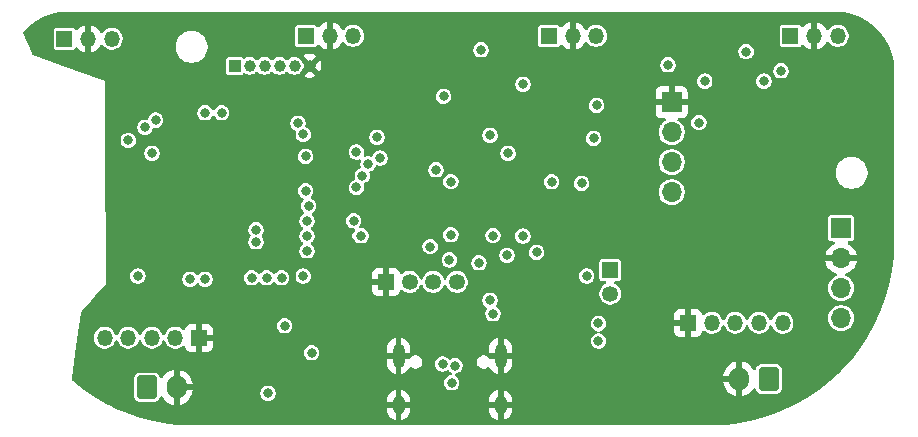
<source format=gbr>
%TF.GenerationSoftware,KiCad,Pcbnew,9.0.1*%
%TF.CreationDate,2025-05-18T13:56:21-05:00*%
%TF.ProjectId,LASK5-V3-0,4c41534b-352d-4563-932d-302e6b696361,rev?*%
%TF.SameCoordinates,Original*%
%TF.FileFunction,Copper,L2,Inr*%
%TF.FilePolarity,Positive*%
%FSLAX46Y46*%
G04 Gerber Fmt 4.6, Leading zero omitted, Abs format (unit mm)*
G04 Created by KiCad (PCBNEW 9.0.1) date 2025-05-18 13:56:21*
%MOMM*%
%LPD*%
G01*
G04 APERTURE LIST*
G04 Aperture macros list*
%AMRoundRect*
0 Rectangle with rounded corners*
0 $1 Rounding radius*
0 $2 $3 $4 $5 $6 $7 $8 $9 X,Y pos of 4 corners*
0 Add a 4 corners polygon primitive as box body*
4,1,4,$2,$3,$4,$5,$6,$7,$8,$9,$2,$3,0*
0 Add four circle primitives for the rounded corners*
1,1,$1+$1,$2,$3*
1,1,$1+$1,$4,$5*
1,1,$1+$1,$6,$7*
1,1,$1+$1,$8,$9*
0 Add four rect primitives between the rounded corners*
20,1,$1+$1,$2,$3,$4,$5,0*
20,1,$1+$1,$4,$5,$6,$7,0*
20,1,$1+$1,$6,$7,$8,$9,0*
20,1,$1+$1,$8,$9,$2,$3,0*%
G04 Aperture macros list end*
%TA.AperFunction,ComponentPad*%
%ADD10R,1.000000X1.000000*%
%TD*%
%TA.AperFunction,ComponentPad*%
%ADD11C,1.000000*%
%TD*%
%TA.AperFunction,ComponentPad*%
%ADD12R,1.700000X1.700000*%
%TD*%
%TA.AperFunction,ComponentPad*%
%ADD13O,1.700000X1.700000*%
%TD*%
%TA.AperFunction,ComponentPad*%
%ADD14R,1.350000X1.350000*%
%TD*%
%TA.AperFunction,ComponentPad*%
%ADD15O,1.350000X1.350000*%
%TD*%
%TA.AperFunction,ComponentPad*%
%ADD16RoundRect,0.250000X0.600000X0.750000X-0.600000X0.750000X-0.600000X-0.750000X0.600000X-0.750000X0*%
%TD*%
%TA.AperFunction,ComponentPad*%
%ADD17O,1.700000X2.000000*%
%TD*%
%TA.AperFunction,ComponentPad*%
%ADD18RoundRect,0.250000X-0.600000X-0.750000X0.600000X-0.750000X0.600000X0.750000X-0.600000X0.750000X0*%
%TD*%
%TA.AperFunction,ComponentPad*%
%ADD19C,1.350000*%
%TD*%
%TA.AperFunction,ComponentPad*%
%ADD20O,1.000000X2.100000*%
%TD*%
%TA.AperFunction,ComponentPad*%
%ADD21O,1.000000X1.600000*%
%TD*%
%TA.AperFunction,ViaPad*%
%ADD22C,0.800000*%
%TD*%
%TA.AperFunction,Conductor*%
%ADD23C,0.250000*%
%TD*%
G04 APERTURE END LIST*
D10*
%TO.N,+3V3*%
%TO.C,J6*%
X133690000Y-70700000D03*
D11*
%TO.N,SPI_MISO*%
X134960000Y-70700000D03*
%TO.N,SPI_SCK*%
X136230000Y-70700000D03*
%TO.N,SPI_MOSI*%
X137500000Y-70700000D03*
%TO.N,CS*%
X138770000Y-70700000D03*
%TO.N,GND*%
X140040000Y-70700000D03*
%TD*%
D12*
%TO.N,GND*%
%TO.C,J1*%
X170688000Y-73787000D03*
D13*
%TO.N,+3V3*%
X170688000Y-76327000D03*
%TO.N,SCL*%
X170688000Y-78867000D03*
%TO.N,SDA*%
X170688000Y-81407000D03*
%TD*%
D14*
%TO.N,+3V3*%
%TO.C,H2*%
X139732000Y-68167600D03*
D15*
%TO.N,GND*%
X141732000Y-68167600D03*
%TO.N,hall_1*%
X143732000Y-68167600D03*
%TD*%
D14*
%TO.N,GND*%
%TO.C,Joystick1*%
X172085000Y-92456000D03*
D15*
%TO.N,+3V3*%
X174085000Y-92456000D03*
%TO.N,JX*%
X176085000Y-92456000D03*
%TO.N,JY*%
X178085000Y-92456000D03*
%TO.N,JSW*%
X180085000Y-92456000D03*
%TD*%
D14*
%TO.N,+3V3*%
%TO.C,H4*%
X180753000Y-68167600D03*
D15*
%TO.N,GND*%
X182753000Y-68167600D03*
%TO.N,hall_3*%
X184753000Y-68167600D03*
%TD*%
D16*
%TO.N,VBAT*%
%TO.C,BattExtLTC4054*%
X178923000Y-97201000D03*
D17*
%TO.N,GND*%
X176423000Y-97201000D03*
%TD*%
D18*
%TO.N,VBAT*%
%TO.C,J2*%
X126278000Y-97917000D03*
D17*
%TO.N,GND*%
X128778000Y-97917000D03*
%TD*%
D14*
%TO.N,GND*%
%TO.C,J3*%
X146500000Y-89000000D03*
D19*
%TO.N,+3V3*%
X148500000Y-89000000D03*
%TO.N,GP15*%
X150500000Y-89000000D03*
%TO.N,GP16*%
X152500000Y-89000000D03*
%TD*%
D14*
%TO.N,GND*%
%TO.C,Joystick2*%
X130683000Y-93726000D03*
D15*
%TO.N,+3V3*%
X128683000Y-93726000D03*
%TO.N,JX*%
X126683000Y-93726000D03*
%TO.N,JY*%
X124683000Y-93726000D03*
%TO.N,JSW*%
X122683000Y-93726000D03*
%TD*%
D20*
%TO.N,GND*%
%TO.C,J4*%
X147570000Y-95250000D03*
D21*
X147570000Y-99430000D03*
D20*
X156210000Y-95250000D03*
D21*
X156210000Y-99430000D03*
%TD*%
D14*
%TO.N,Batt+*%
%TO.C,J5*%
X165500000Y-88000000D03*
D19*
%TO.N,MotorGND*%
X165500000Y-90000000D03*
%TD*%
D14*
%TO.N,+3V3*%
%TO.C,H1*%
X119285000Y-68398600D03*
D15*
%TO.N,GND*%
X121285000Y-68398600D03*
%TO.N,hall_0*%
X123285000Y-68398600D03*
%TD*%
D14*
%TO.N,+3V3*%
%TO.C,H3*%
X160306000Y-68167600D03*
D15*
%TO.N,GND*%
X162306000Y-68167600D03*
%TO.N,hall_2*%
X164306000Y-68167600D03*
%TD*%
D12*
%TO.N,+3V3*%
%TO.C,J9*%
X185039000Y-84455000D03*
D13*
%TO.N,GND*%
X185039000Y-86995000D03*
%TO.N,SCL*%
X185039000Y-89535000D03*
%TO.N,SDA*%
X185039000Y-92075000D03*
%TD*%
D22*
%TO.N,CS*%
X124687347Y-77012653D03*
%TO.N,SPI_MOSI*%
X126700000Y-78100000D03*
%TO.N,SPI_SCK*%
X126100000Y-75900000D03*
%TO.N,SPI_MISO*%
X127000000Y-75300000D03*
%TO.N,GND*%
X170000000Y-93500000D03*
X166751000Y-76581000D03*
X157500000Y-89500000D03*
X175006000Y-74549000D03*
X147320000Y-74930000D03*
X181737000Y-76581000D03*
X155000000Y-89000000D03*
X162814000Y-99568000D03*
X132715000Y-80772000D03*
X173500000Y-80500000D03*
X150241000Y-78105000D03*
X150622000Y-69723000D03*
X154000000Y-81000000D03*
X158242000Y-77343000D03*
X123698000Y-88773000D03*
%TO.N,+3V3*%
X155321000Y-76581000D03*
X151384000Y-73279000D03*
X137922000Y-92710000D03*
X125500000Y-88500000D03*
%TO.N,SCL*%
X139500000Y-88500000D03*
X158100000Y-85100000D03*
X155321000Y-90551000D03*
X139827000Y-86360000D03*
%TO.N,SDA*%
X137668000Y-88646000D03*
X155565714Y-91687500D03*
X155568905Y-85068905D03*
%TO.N,JX*%
X140208000Y-94996000D03*
%TO.N,JY*%
X129921000Y-88773000D03*
%TO.N,JSW*%
X131191000Y-88773000D03*
%TO.N,GP15*%
X144000000Y-81000000D03*
X135509000Y-84582000D03*
%TO.N,GP16*%
X135509000Y-85598000D03*
X144500000Y-80000000D03*
%TO.N,VBAT*%
X179959000Y-71120000D03*
X156845000Y-78105000D03*
%TO.N,VBUS*%
X152069800Y-97536000D03*
X159258000Y-86487000D03*
X170388000Y-70612000D03*
X154559000Y-69342000D03*
X164084000Y-76835000D03*
X158115000Y-72263000D03*
X164338000Y-74041000D03*
%TO.N,Net-(JP1-A)*%
X160528000Y-80518000D03*
X163068000Y-80645000D03*
%TO.N,LDO_EN*%
X178500000Y-72000000D03*
X177000000Y-69500000D03*
%TO.N,ADC_BAT*%
X136398000Y-88646000D03*
%TO.N,100*%
X139065000Y-75565000D03*
X136525000Y-98425000D03*
%TO.N,Net-(U3-EN)*%
X150749000Y-79502000D03*
X173500000Y-72000000D03*
%TO.N,Net-(Q1-G)*%
X152000000Y-85000000D03*
X163500000Y-88500000D03*
%TO.N,PWR_OFF*%
X139500000Y-76500000D03*
X173000000Y-75500000D03*
%TO.N,GP34*%
X156750000Y-86750000D03*
X131191000Y-74676000D03*
X146000000Y-78500000D03*
X150250000Y-86000000D03*
%TO.N,GP33*%
X132588000Y-74676000D03*
X151875000Y-87125000D03*
X154375000Y-87375000D03*
X145000000Y-79000000D03*
%TO.N,Net-(J4-CC1)*%
X164500000Y-94000000D03*
X151297684Y-95939732D03*
%TO.N,Net-(J4-CC2)*%
X152349200Y-96088200D03*
X164500000Y-92500000D03*
%TO.N,MOT_SIG*%
X135128000Y-88646000D03*
X152000000Y-80500000D03*
%TO.N,MENU*%
X144000000Y-78000000D03*
X145750000Y-76750000D03*
X143764000Y-83820000D03*
X139700000Y-78359000D03*
%TO.N,SELECT*%
X144399000Y-85090000D03*
X139827000Y-85090000D03*
%TO.N,SPI_SCK*%
X139954000Y-82550000D03*
%TO.N,SPI_MOSI*%
X139700000Y-81280000D03*
%TO.N,SPI_MISO*%
X139827000Y-83820000D03*
%TD*%
D23*
%TO.N,GP15*%
X135255000Y-84709000D02*
X135509000Y-84582000D01*
X135509000Y-84582000D02*
X135509000Y-84709000D01*
%TO.N,SELECT*%
X144399000Y-85090000D02*
X144018000Y-85090000D01*
%TD*%
%TA.AperFunction,Conductor*%
%TO.N,GND*%
G36*
X184558397Y-66120816D02*
G01*
X184822169Y-66139711D01*
X184822169Y-66139710D01*
X184875898Y-66143559D01*
X184875921Y-66143560D01*
X185257060Y-66170862D01*
X185274615Y-66173391D01*
X185954243Y-66321603D01*
X185971112Y-66326559D01*
X186622445Y-66569349D01*
X186622448Y-66569350D01*
X186638585Y-66576720D01*
X187248985Y-66910195D01*
X187263784Y-66919702D01*
X187788377Y-67311999D01*
X187820539Y-67336050D01*
X187833959Y-67347673D01*
X188326318Y-67840033D01*
X188337941Y-67853453D01*
X188754285Y-68410201D01*
X188763800Y-68425011D01*
X189097273Y-69035398D01*
X189104645Y-69051540D01*
X189347425Y-69702871D01*
X189352386Y-69719758D01*
X189500603Y-70399373D01*
X189503134Y-70416936D01*
X189553175Y-71115592D01*
X189553492Y-71124451D01*
X189553492Y-85617567D01*
X189553395Y-85622459D01*
X189505679Y-86831103D01*
X189504918Y-86840776D01*
X189363065Y-88040102D01*
X189361546Y-88049699D01*
X189126459Y-89233069D01*
X189124168Y-89242609D01*
X188795831Y-90405180D01*
X188792845Y-90414369D01*
X188375212Y-91547239D01*
X188371492Y-91556227D01*
X187866603Y-92652315D01*
X187862156Y-92661045D01*
X187271938Y-93714508D01*
X187266870Y-93722776D01*
X186596324Y-94726607D01*
X186590536Y-94734570D01*
X185842585Y-95681902D01*
X185836339Y-95689211D01*
X185016962Y-96576046D01*
X185010036Y-96582972D01*
X184821813Y-96756886D01*
X184821811Y-96756888D01*
X184123199Y-97402355D01*
X184115889Y-97408601D01*
X183168576Y-98156533D01*
X183160614Y-98162322D01*
X182156753Y-98832885D01*
X182148485Y-98837951D01*
X181095056Y-99428151D01*
X181086326Y-99432599D01*
X179990220Y-99937500D01*
X179981232Y-99941220D01*
X178848358Y-100358854D01*
X178839169Y-100361840D01*
X177676600Y-100690176D01*
X177667060Y-100692467D01*
X176483695Y-100927554D01*
X176474098Y-100929073D01*
X175274785Y-101070929D01*
X175265111Y-101071690D01*
X174056429Y-101119403D01*
X174051538Y-101119500D01*
X130056456Y-101119500D01*
X130051565Y-101119403D01*
X128842882Y-101071690D01*
X128833208Y-101070929D01*
X127633895Y-100929073D01*
X127624298Y-100927554D01*
X126440928Y-100692467D01*
X126431388Y-100690176D01*
X125396710Y-100397958D01*
X125268816Y-100361837D01*
X125259628Y-100358852D01*
X124126758Y-99941220D01*
X124117770Y-99937500D01*
X123691754Y-99741264D01*
X123021680Y-99432607D01*
X123012950Y-99428160D01*
X121959484Y-98837940D01*
X121951216Y-98832872D01*
X120947384Y-98162328D01*
X120939422Y-98156540D01*
X119992108Y-97408606D01*
X119984799Y-97402361D01*
X119961173Y-97380532D01*
X119931595Y-97353204D01*
X119895714Y-97293254D01*
X119892832Y-97245748D01*
X119909714Y-97119135D01*
X125177500Y-97119135D01*
X125177500Y-98714870D01*
X125177501Y-98714876D01*
X125183908Y-98774483D01*
X125234202Y-98909328D01*
X125234206Y-98909335D01*
X125320452Y-99024544D01*
X125320455Y-99024547D01*
X125435664Y-99110793D01*
X125435671Y-99110797D01*
X125570517Y-99161091D01*
X125570516Y-99161091D01*
X125577444Y-99161835D01*
X125630127Y-99167500D01*
X126925872Y-99167499D01*
X126985483Y-99161091D01*
X127120331Y-99110796D01*
X127235546Y-99024546D01*
X127321796Y-98909331D01*
X127372091Y-98774483D01*
X127372091Y-98774481D01*
X127373874Y-98766938D01*
X127377117Y-98767704D01*
X127398035Y-98717172D01*
X127455419Y-98677311D01*
X127525243Y-98674802D01*
X127585340Y-98710441D01*
X127605089Y-98738662D01*
X127623379Y-98774557D01*
X127748272Y-98946459D01*
X127748276Y-98946464D01*
X127898535Y-99096723D01*
X127898540Y-99096727D01*
X128070442Y-99221620D01*
X128259782Y-99318095D01*
X128461871Y-99383757D01*
X128528000Y-99394231D01*
X128528000Y-98350012D01*
X128585007Y-98382925D01*
X128712174Y-98417000D01*
X128843826Y-98417000D01*
X128970993Y-98382925D01*
X129028000Y-98350012D01*
X129028000Y-99394230D01*
X129094126Y-99383757D01*
X129094129Y-99383757D01*
X129296217Y-99318095D01*
X129485557Y-99221620D01*
X129657459Y-99096727D01*
X129657464Y-99096723D01*
X129807723Y-98946464D01*
X129807727Y-98946459D01*
X129932620Y-98774557D01*
X130029095Y-98585217D01*
X130060335Y-98489071D01*
X135874499Y-98489071D01*
X135899497Y-98614738D01*
X135899499Y-98614744D01*
X135948533Y-98733124D01*
X135948538Y-98733133D01*
X136019723Y-98839668D01*
X136019726Y-98839672D01*
X136110327Y-98930273D01*
X136110331Y-98930276D01*
X136216866Y-99001461D01*
X136216872Y-99001464D01*
X136216873Y-99001465D01*
X136335256Y-99050501D01*
X136335260Y-99050501D01*
X136335261Y-99050502D01*
X136460928Y-99075500D01*
X136460931Y-99075500D01*
X136589071Y-99075500D01*
X136673615Y-99058682D01*
X136714744Y-99050501D01*
X136760607Y-99031504D01*
X146570000Y-99031504D01*
X146570000Y-99180000D01*
X147270000Y-99180000D01*
X147270000Y-99680000D01*
X146570000Y-99680000D01*
X146570000Y-99828495D01*
X146608427Y-100021681D01*
X146608430Y-100021693D01*
X146683807Y-100203671D01*
X146683814Y-100203684D01*
X146793248Y-100367462D01*
X146793251Y-100367466D01*
X146932533Y-100506748D01*
X146932537Y-100506751D01*
X147096315Y-100616185D01*
X147096328Y-100616192D01*
X147278308Y-100691569D01*
X147320000Y-100699862D01*
X147320000Y-99896988D01*
X147329940Y-99914205D01*
X147385795Y-99970060D01*
X147454204Y-100009556D01*
X147530504Y-100030000D01*
X147609496Y-100030000D01*
X147685796Y-100009556D01*
X147754205Y-99970060D01*
X147810060Y-99914205D01*
X147820000Y-99896988D01*
X147820000Y-100699862D01*
X147861690Y-100691569D01*
X147861692Y-100691569D01*
X148043671Y-100616192D01*
X148043684Y-100616185D01*
X148207462Y-100506751D01*
X148207466Y-100506748D01*
X148346748Y-100367466D01*
X148346751Y-100367462D01*
X148456185Y-100203684D01*
X148456192Y-100203671D01*
X148531569Y-100021693D01*
X148531572Y-100021681D01*
X148569999Y-99828495D01*
X148570000Y-99828492D01*
X148570000Y-99680000D01*
X147870000Y-99680000D01*
X147870000Y-99180000D01*
X148570000Y-99180000D01*
X148570000Y-99031508D01*
X148569999Y-99031504D01*
X155210000Y-99031504D01*
X155210000Y-99180000D01*
X155910000Y-99180000D01*
X155910000Y-99680000D01*
X155210000Y-99680000D01*
X155210000Y-99828495D01*
X155248427Y-100021681D01*
X155248430Y-100021693D01*
X155323807Y-100203671D01*
X155323814Y-100203684D01*
X155433248Y-100367462D01*
X155433251Y-100367466D01*
X155572533Y-100506748D01*
X155572537Y-100506751D01*
X155736315Y-100616185D01*
X155736328Y-100616192D01*
X155918308Y-100691569D01*
X155960000Y-100699862D01*
X155960000Y-99896988D01*
X155969940Y-99914205D01*
X156025795Y-99970060D01*
X156094204Y-100009556D01*
X156170504Y-100030000D01*
X156249496Y-100030000D01*
X156325796Y-100009556D01*
X156394205Y-99970060D01*
X156450060Y-99914205D01*
X156460000Y-99896988D01*
X156460000Y-100699862D01*
X156501690Y-100691569D01*
X156501692Y-100691569D01*
X156683671Y-100616192D01*
X156683684Y-100616185D01*
X156847462Y-100506751D01*
X156847466Y-100506748D01*
X156986748Y-100367466D01*
X156986751Y-100367462D01*
X157096185Y-100203684D01*
X157096192Y-100203671D01*
X157171569Y-100021693D01*
X157171572Y-100021681D01*
X157209999Y-99828495D01*
X157210000Y-99828492D01*
X157210000Y-99680000D01*
X156510000Y-99680000D01*
X156510000Y-99180000D01*
X157210000Y-99180000D01*
X157210000Y-99031508D01*
X157209999Y-99031504D01*
X157171572Y-98838318D01*
X157171569Y-98838306D01*
X157096192Y-98656328D01*
X157096185Y-98656315D01*
X156986751Y-98492537D01*
X156986748Y-98492533D01*
X156847466Y-98353251D01*
X156847462Y-98353248D01*
X156683684Y-98243814D01*
X156683671Y-98243807D01*
X156501691Y-98168429D01*
X156501683Y-98168427D01*
X156460000Y-98160135D01*
X156460000Y-98963011D01*
X156450060Y-98945795D01*
X156394205Y-98889940D01*
X156325796Y-98850444D01*
X156249496Y-98830000D01*
X156170504Y-98830000D01*
X156094204Y-98850444D01*
X156025795Y-98889940D01*
X155969940Y-98945795D01*
X155960000Y-98963011D01*
X155960000Y-98160136D01*
X155959999Y-98160135D01*
X155918316Y-98168427D01*
X155918308Y-98168429D01*
X155736328Y-98243807D01*
X155736315Y-98243814D01*
X155572537Y-98353248D01*
X155572533Y-98353251D01*
X155433251Y-98492533D01*
X155433248Y-98492537D01*
X155323814Y-98656315D01*
X155323807Y-98656328D01*
X155248430Y-98838306D01*
X155248427Y-98838318D01*
X155210000Y-99031504D01*
X148569999Y-99031504D01*
X148531572Y-98838318D01*
X148531569Y-98838306D01*
X148456192Y-98656328D01*
X148456185Y-98656315D01*
X148346751Y-98492537D01*
X148346748Y-98492533D01*
X148207466Y-98353251D01*
X148207462Y-98353248D01*
X148043684Y-98243814D01*
X148043671Y-98243807D01*
X147861691Y-98168429D01*
X147861683Y-98168427D01*
X147820000Y-98160135D01*
X147820000Y-98963011D01*
X147810060Y-98945795D01*
X147754205Y-98889940D01*
X147685796Y-98850444D01*
X147609496Y-98830000D01*
X147530504Y-98830000D01*
X147454204Y-98850444D01*
X147385795Y-98889940D01*
X147329940Y-98945795D01*
X147320000Y-98963011D01*
X147320000Y-98160136D01*
X147319999Y-98160135D01*
X147278316Y-98168427D01*
X147278308Y-98168429D01*
X147096328Y-98243807D01*
X147096315Y-98243814D01*
X146932537Y-98353248D01*
X146932533Y-98353251D01*
X146793251Y-98492533D01*
X146793248Y-98492537D01*
X146683814Y-98656315D01*
X146683807Y-98656328D01*
X146608430Y-98838306D01*
X146608427Y-98838318D01*
X146570000Y-99031504D01*
X136760607Y-99031504D01*
X136833127Y-99001465D01*
X136939669Y-98930276D01*
X137030276Y-98839669D01*
X137101465Y-98733127D01*
X137150501Y-98614744D01*
X137172208Y-98505620D01*
X137175500Y-98489071D01*
X137175500Y-98360928D01*
X137150502Y-98235261D01*
X137150501Y-98235260D01*
X137150501Y-98235256D01*
X137101465Y-98116873D01*
X137101464Y-98116872D01*
X137101461Y-98116866D01*
X137030276Y-98010331D01*
X137030273Y-98010327D01*
X136939672Y-97919726D01*
X136939668Y-97919723D01*
X136833133Y-97848538D01*
X136833124Y-97848533D01*
X136714744Y-97799499D01*
X136714738Y-97799497D01*
X136589071Y-97774500D01*
X136589069Y-97774500D01*
X136460931Y-97774500D01*
X136460929Y-97774500D01*
X136335261Y-97799497D01*
X136335255Y-97799499D01*
X136216875Y-97848533D01*
X136216866Y-97848538D01*
X136110331Y-97919723D01*
X136110327Y-97919726D01*
X136019726Y-98010327D01*
X136019723Y-98010331D01*
X135948538Y-98116866D01*
X135948533Y-98116875D01*
X135899499Y-98235255D01*
X135899497Y-98235261D01*
X135874500Y-98360928D01*
X135874500Y-98360931D01*
X135874500Y-98489069D01*
X135874500Y-98489071D01*
X135874499Y-98489071D01*
X130060335Y-98489071D01*
X130094757Y-98383130D01*
X130094757Y-98383129D01*
X130102311Y-98335440D01*
X130102311Y-98335439D01*
X130128000Y-98173246D01*
X130128000Y-98167000D01*
X129211012Y-98167000D01*
X129243925Y-98109993D01*
X129278000Y-97982826D01*
X129278000Y-97851174D01*
X129243925Y-97724007D01*
X129211012Y-97667000D01*
X130128000Y-97667000D01*
X130128000Y-97660753D01*
X130094757Y-97450872D01*
X130094757Y-97450869D01*
X130029095Y-97248782D01*
X129932620Y-97059442D01*
X129807727Y-96887540D01*
X129807723Y-96887535D01*
X129657464Y-96737276D01*
X129657459Y-96737272D01*
X129485557Y-96612379D01*
X129296215Y-96515903D01*
X129094124Y-96450241D01*
X129028000Y-96439768D01*
X129028000Y-97483988D01*
X128970993Y-97451075D01*
X128843826Y-97417000D01*
X128712174Y-97417000D01*
X128585007Y-97451075D01*
X128528000Y-97483988D01*
X128528000Y-96439768D01*
X128527999Y-96439768D01*
X128461875Y-96450241D01*
X128259784Y-96515903D01*
X128070442Y-96612379D01*
X127898540Y-96737272D01*
X127898535Y-96737276D01*
X127748276Y-96887535D01*
X127748272Y-96887540D01*
X127623377Y-97059444D01*
X127605087Y-97095339D01*
X127557112Y-97146133D01*
X127489290Y-97162927D01*
X127423156Y-97140388D01*
X127379706Y-97085672D01*
X127374976Y-97066807D01*
X127373876Y-97067068D01*
X127372092Y-97059520D01*
X127321797Y-96924671D01*
X127321793Y-96924664D01*
X127235547Y-96809455D01*
X127235544Y-96809452D01*
X127120335Y-96723206D01*
X127120328Y-96723202D01*
X126985482Y-96672908D01*
X126985483Y-96672908D01*
X126925883Y-96666501D01*
X126925881Y-96666500D01*
X126925873Y-96666500D01*
X126925864Y-96666500D01*
X125630129Y-96666500D01*
X125630123Y-96666501D01*
X125570516Y-96672908D01*
X125435671Y-96723202D01*
X125435664Y-96723206D01*
X125320455Y-96809452D01*
X125320452Y-96809455D01*
X125234206Y-96924664D01*
X125234202Y-96924671D01*
X125183908Y-97059517D01*
X125177501Y-97119116D01*
X125177500Y-97119135D01*
X119909714Y-97119135D01*
X120184256Y-95060071D01*
X139557499Y-95060071D01*
X139582497Y-95185738D01*
X139582499Y-95185744D01*
X139631533Y-95304124D01*
X139631538Y-95304133D01*
X139702723Y-95410668D01*
X139702726Y-95410672D01*
X139793327Y-95501273D01*
X139793331Y-95501276D01*
X139899866Y-95572461D01*
X139899872Y-95572464D01*
X139899873Y-95572465D01*
X140018256Y-95621501D01*
X140018260Y-95621501D01*
X140018261Y-95621502D01*
X140143928Y-95646500D01*
X140143931Y-95646500D01*
X140272071Y-95646500D01*
X140356615Y-95629682D01*
X140397744Y-95621501D01*
X140516127Y-95572465D01*
X140622669Y-95501276D01*
X140713276Y-95410669D01*
X140724112Y-95394450D01*
X140733938Y-95379747D01*
X140784461Y-95304133D01*
X140784461Y-95304132D01*
X140784465Y-95304127D01*
X140833501Y-95185744D01*
X140858500Y-95060069D01*
X140858500Y-94931931D01*
X140858500Y-94931928D01*
X140833502Y-94806261D01*
X140833501Y-94806260D01*
X140833501Y-94806256D01*
X140784465Y-94687873D01*
X140784464Y-94687872D01*
X140784461Y-94687866D01*
X140768720Y-94664308D01*
X140726755Y-94601504D01*
X146570000Y-94601504D01*
X146570000Y-95000000D01*
X147270000Y-95000000D01*
X147270000Y-95500000D01*
X146570000Y-95500000D01*
X146570000Y-95898495D01*
X146608427Y-96091681D01*
X146608430Y-96091693D01*
X146683807Y-96273671D01*
X146683814Y-96273684D01*
X146793248Y-96437462D01*
X146793251Y-96437466D01*
X146932533Y-96576748D01*
X146932537Y-96576751D01*
X147096315Y-96686185D01*
X147096328Y-96686192D01*
X147278308Y-96761569D01*
X147320000Y-96769862D01*
X147320000Y-95966988D01*
X147329940Y-95984205D01*
X147385795Y-96040060D01*
X147454204Y-96079556D01*
X147530504Y-96100000D01*
X147609496Y-96100000D01*
X147685796Y-96079556D01*
X147754205Y-96040060D01*
X147810060Y-95984205D01*
X147820000Y-95966988D01*
X147820000Y-96769862D01*
X147861690Y-96761569D01*
X147861692Y-96761569D01*
X148043671Y-96686192D01*
X148043684Y-96686185D01*
X148207462Y-96576751D01*
X148207466Y-96576748D01*
X148346748Y-96437466D01*
X148346751Y-96437462D01*
X148459574Y-96268613D01*
X148461007Y-96269570D01*
X148504198Y-96225580D01*
X148572332Y-96210103D01*
X148638018Y-96233919D01*
X148640089Y-96235697D01*
X148640189Y-96235568D01*
X148646630Y-96240510D01*
X148646635Y-96240515D01*
X148777865Y-96316281D01*
X148924234Y-96355500D01*
X148924236Y-96355500D01*
X149075764Y-96355500D01*
X149075766Y-96355500D01*
X149222135Y-96316281D01*
X149353365Y-96240515D01*
X149460515Y-96133365D01*
X149535318Y-96003803D01*
X150647183Y-96003803D01*
X150672181Y-96129470D01*
X150672183Y-96129476D01*
X150721217Y-96247856D01*
X150721222Y-96247865D01*
X150792407Y-96354400D01*
X150792410Y-96354404D01*
X150883011Y-96445005D01*
X150883015Y-96445008D01*
X150989550Y-96516193D01*
X150989556Y-96516196D01*
X150989557Y-96516197D01*
X151107940Y-96565233D01*
X151107944Y-96565233D01*
X151107945Y-96565234D01*
X151233612Y-96590232D01*
X151233615Y-96590232D01*
X151361755Y-96590232D01*
X151446299Y-96573414D01*
X151487428Y-96565233D01*
X151605811Y-96516197D01*
X151605816Y-96516193D01*
X151605819Y-96516192D01*
X151636850Y-96495457D01*
X151673482Y-96470980D01*
X151740158Y-96450102D01*
X151807538Y-96468586D01*
X151839050Y-96498989D01*
X151840060Y-96498161D01*
X151843926Y-96502872D01*
X151934527Y-96593473D01*
X151934531Y-96593476D01*
X152038738Y-96663106D01*
X152083543Y-96716719D01*
X152092250Y-96786044D01*
X152062095Y-96849071D01*
X152002652Y-96885790D01*
X151994039Y-96887825D01*
X151880061Y-96910497D01*
X151880055Y-96910499D01*
X151761675Y-96959533D01*
X151761666Y-96959538D01*
X151655131Y-97030723D01*
X151655127Y-97030726D01*
X151564526Y-97121327D01*
X151564523Y-97121331D01*
X151493338Y-97227866D01*
X151493333Y-97227875D01*
X151444299Y-97346255D01*
X151444297Y-97346261D01*
X151419300Y-97471928D01*
X151419300Y-97471929D01*
X151419300Y-97471931D01*
X151419300Y-97600069D01*
X151419300Y-97600071D01*
X151419299Y-97600071D01*
X151444297Y-97725738D01*
X151444299Y-97725744D01*
X151493333Y-97844124D01*
X151493338Y-97844133D01*
X151564523Y-97950668D01*
X151564526Y-97950672D01*
X151655127Y-98041273D01*
X151655131Y-98041276D01*
X151761666Y-98112461D01*
X151761675Y-98112466D01*
X151788492Y-98123574D01*
X151880056Y-98161501D01*
X151880060Y-98161501D01*
X151880061Y-98161502D01*
X152005728Y-98186500D01*
X152005731Y-98186500D01*
X152133871Y-98186500D01*
X152218415Y-98169682D01*
X152259544Y-98161501D01*
X152377927Y-98112465D01*
X152484469Y-98041276D01*
X152575076Y-97950669D01*
X152646265Y-97844127D01*
X152695301Y-97725744D01*
X152718326Y-97609993D01*
X152720300Y-97600071D01*
X152720300Y-97471929D01*
X152710732Y-97423831D01*
X152710732Y-97423830D01*
X152695302Y-97346261D01*
X152695301Y-97346260D01*
X152695301Y-97346256D01*
X152646265Y-97227873D01*
X152646264Y-97227872D01*
X152646261Y-97227866D01*
X152575076Y-97121331D01*
X152575073Y-97121327D01*
X152489482Y-97035736D01*
X152489478Y-97035733D01*
X152484469Y-97030724D01*
X152379867Y-96960831D01*
X152379192Y-96960370D01*
X152366414Y-96944753D01*
X175073000Y-96944753D01*
X175073000Y-96951000D01*
X175989988Y-96951000D01*
X175957075Y-97008007D01*
X175923000Y-97135174D01*
X175923000Y-97266826D01*
X175957075Y-97393993D01*
X175989988Y-97451000D01*
X175073000Y-97451000D01*
X175073000Y-97457246D01*
X175106242Y-97667127D01*
X175106242Y-97667130D01*
X175171904Y-97869217D01*
X175268379Y-98058557D01*
X175393272Y-98230459D01*
X175393276Y-98230464D01*
X175543535Y-98380723D01*
X175543540Y-98380727D01*
X175715442Y-98505620D01*
X175904782Y-98602095D01*
X176106871Y-98667757D01*
X176173000Y-98678231D01*
X176173000Y-97634012D01*
X176230007Y-97666925D01*
X176357174Y-97701000D01*
X176488826Y-97701000D01*
X176615993Y-97666925D01*
X176673000Y-97634012D01*
X176673000Y-98678230D01*
X176739126Y-98667757D01*
X176739129Y-98667757D01*
X176941217Y-98602095D01*
X177130557Y-98505620D01*
X177302459Y-98380727D01*
X177302464Y-98380723D01*
X177452723Y-98230464D01*
X177452727Y-98230459D01*
X177577622Y-98058555D01*
X177595910Y-98022664D01*
X177643884Y-97971867D01*
X177711705Y-97955072D01*
X177777840Y-97977609D01*
X177821292Y-98032324D01*
X177826039Y-98051188D01*
X177827124Y-98050932D01*
X177828907Y-98058479D01*
X177879202Y-98193328D01*
X177879206Y-98193335D01*
X177965452Y-98308544D01*
X177965455Y-98308547D01*
X178080664Y-98394793D01*
X178080671Y-98394797D01*
X178215517Y-98445091D01*
X178215516Y-98445091D01*
X178222444Y-98445835D01*
X178275127Y-98451500D01*
X179570872Y-98451499D01*
X179630483Y-98445091D01*
X179765331Y-98394796D01*
X179880546Y-98308546D01*
X179966796Y-98193331D01*
X180017091Y-98058483D01*
X180023500Y-97998873D01*
X180023499Y-96403128D01*
X180017091Y-96343517D01*
X180006932Y-96316280D01*
X179966797Y-96208671D01*
X179966793Y-96208664D01*
X179880547Y-96093455D01*
X179880544Y-96093452D01*
X179765335Y-96007206D01*
X179765328Y-96007202D01*
X179630482Y-95956908D01*
X179630483Y-95956908D01*
X179570883Y-95950501D01*
X179570881Y-95950500D01*
X179570873Y-95950500D01*
X179570864Y-95950500D01*
X178275129Y-95950500D01*
X178275123Y-95950501D01*
X178215516Y-95956908D01*
X178080671Y-96007202D01*
X178080664Y-96007206D01*
X177965455Y-96093452D01*
X177965452Y-96093455D01*
X177879206Y-96208664D01*
X177879202Y-96208671D01*
X177828908Y-96343517D01*
X177827126Y-96351062D01*
X177823925Y-96350305D01*
X177802791Y-96401041D01*
X177745319Y-96440774D01*
X177675489Y-96443129D01*
X177615471Y-96407356D01*
X177595910Y-96379336D01*
X177577622Y-96343444D01*
X177452727Y-96171540D01*
X177452723Y-96171535D01*
X177302464Y-96021276D01*
X177302459Y-96021272D01*
X177130557Y-95896379D01*
X176941215Y-95799903D01*
X176739124Y-95734241D01*
X176673000Y-95723768D01*
X176673000Y-96767988D01*
X176615993Y-96735075D01*
X176488826Y-96701000D01*
X176357174Y-96701000D01*
X176230007Y-96735075D01*
X176173000Y-96767988D01*
X176173000Y-95723768D01*
X176172999Y-95723768D01*
X176106875Y-95734241D01*
X175904784Y-95799903D01*
X175715442Y-95896379D01*
X175543540Y-96021272D01*
X175543535Y-96021276D01*
X175393276Y-96171535D01*
X175393272Y-96171540D01*
X175268379Y-96343442D01*
X175171904Y-96532782D01*
X175106242Y-96734869D01*
X175106242Y-96734872D01*
X175073000Y-96944753D01*
X152366414Y-96944753D01*
X152357456Y-96933805D01*
X152335456Y-96907480D01*
X152335372Y-96906815D01*
X152334947Y-96906295D01*
X152331023Y-96872185D01*
X152326749Y-96838155D01*
X152327038Y-96837549D01*
X152326962Y-96836883D01*
X152342089Y-96806092D01*
X152356904Y-96775128D01*
X152357475Y-96774775D01*
X152357771Y-96774173D01*
X152387148Y-96756445D01*
X152416347Y-96738409D01*
X152417482Y-96738140D01*
X152417593Y-96738074D01*
X152417746Y-96738078D01*
X152424954Y-96736375D01*
X152538944Y-96713701D01*
X152657327Y-96664665D01*
X152763869Y-96593476D01*
X152854476Y-96502869D01*
X152925665Y-96396327D01*
X152974701Y-96277944D01*
X152999700Y-96152269D01*
X152999700Y-96024131D01*
X152999700Y-96024128D01*
X152974702Y-95898461D01*
X152974701Y-95898460D01*
X152974701Y-95898456D01*
X152925665Y-95780073D01*
X152874991Y-95704234D01*
X154204500Y-95704234D01*
X154204500Y-95855766D01*
X154215382Y-95896379D01*
X154243719Y-96002136D01*
X154256418Y-96024131D01*
X154319485Y-96133365D01*
X154426635Y-96240515D01*
X154557865Y-96316281D01*
X154704234Y-96355500D01*
X154704236Y-96355500D01*
X154855764Y-96355500D01*
X154855766Y-96355500D01*
X155002135Y-96316281D01*
X155133365Y-96240515D01*
X155133372Y-96240507D01*
X155139811Y-96235568D01*
X155142044Y-96238478D01*
X155188258Y-96212865D01*
X155257980Y-96217411D01*
X155314176Y-96258930D01*
X155320394Y-96268634D01*
X155320426Y-96268613D01*
X155433248Y-96437462D01*
X155433251Y-96437466D01*
X155572533Y-96576748D01*
X155572537Y-96576751D01*
X155736315Y-96686185D01*
X155736328Y-96686192D01*
X155918308Y-96761569D01*
X155960000Y-96769862D01*
X155960000Y-95966988D01*
X155969940Y-95984205D01*
X156025795Y-96040060D01*
X156094204Y-96079556D01*
X156170504Y-96100000D01*
X156249496Y-96100000D01*
X156325796Y-96079556D01*
X156394205Y-96040060D01*
X156450060Y-95984205D01*
X156460000Y-95966988D01*
X156460000Y-96769862D01*
X156501690Y-96761569D01*
X156501692Y-96761569D01*
X156683671Y-96686192D01*
X156683684Y-96686185D01*
X156847462Y-96576751D01*
X156847466Y-96576748D01*
X156986748Y-96437466D01*
X156986751Y-96437462D01*
X157096185Y-96273684D01*
X157096192Y-96273671D01*
X157171569Y-96091693D01*
X157171572Y-96091681D01*
X157209999Y-95898495D01*
X157210000Y-95898492D01*
X157210000Y-95500000D01*
X156510000Y-95500000D01*
X156510000Y-95000000D01*
X157210000Y-95000000D01*
X157210000Y-94601508D01*
X157209999Y-94601504D01*
X157171572Y-94408318D01*
X157171569Y-94408306D01*
X157096192Y-94226328D01*
X157096185Y-94226315D01*
X156986751Y-94062537D01*
X156986748Y-94062533D01*
X156847466Y-93923251D01*
X156847462Y-93923248D01*
X156683684Y-93813814D01*
X156683671Y-93813807D01*
X156501691Y-93738429D01*
X156501683Y-93738427D01*
X156460000Y-93730135D01*
X156460000Y-94533011D01*
X156450060Y-94515795D01*
X156394205Y-94459940D01*
X156325796Y-94420444D01*
X156249496Y-94400000D01*
X156170504Y-94400000D01*
X156094204Y-94420444D01*
X156025795Y-94459940D01*
X155969940Y-94515795D01*
X155960000Y-94533011D01*
X155960000Y-93730136D01*
X155959999Y-93730135D01*
X155918316Y-93738427D01*
X155918308Y-93738429D01*
X155736328Y-93813807D01*
X155736315Y-93813814D01*
X155572537Y-93923248D01*
X155572533Y-93923251D01*
X155433251Y-94062533D01*
X155433248Y-94062537D01*
X155323814Y-94226315D01*
X155323807Y-94226328D01*
X155248430Y-94408306D01*
X155248427Y-94408318D01*
X155210000Y-94601504D01*
X155210000Y-95000000D01*
X155910000Y-95000000D01*
X155910000Y-95500000D01*
X155354464Y-95500000D01*
X155287425Y-95480315D01*
X155247077Y-95438000D01*
X155240517Y-95426638D01*
X155240513Y-95426633D01*
X155133367Y-95319487D01*
X155133365Y-95319485D01*
X155067750Y-95281602D01*
X155002136Y-95243719D01*
X154928950Y-95224109D01*
X154855766Y-95204500D01*
X154704234Y-95204500D01*
X154557863Y-95243719D01*
X154426635Y-95319485D01*
X154426632Y-95319487D01*
X154319487Y-95426632D01*
X154319485Y-95426635D01*
X154243719Y-95557863D01*
X154212728Y-95673527D01*
X154204500Y-95704234D01*
X152874991Y-95704234D01*
X152854476Y-95673531D01*
X152854473Y-95673527D01*
X152763872Y-95582926D01*
X152763868Y-95582923D01*
X152657333Y-95511738D01*
X152657324Y-95511733D01*
X152538944Y-95462699D01*
X152538938Y-95462697D01*
X152413271Y-95437700D01*
X152413269Y-95437700D01*
X152285131Y-95437700D01*
X152285129Y-95437700D01*
X152159461Y-95462697D01*
X152159455Y-95462699D01*
X152041075Y-95511733D01*
X152041061Y-95511741D01*
X151973400Y-95556951D01*
X151906723Y-95577829D01*
X151839343Y-95559344D01*
X151807835Y-95528940D01*
X151806824Y-95529771D01*
X151802957Y-95525059D01*
X151712356Y-95434458D01*
X151712352Y-95434455D01*
X151605817Y-95363270D01*
X151605808Y-95363265D01*
X151487428Y-95314231D01*
X151487422Y-95314229D01*
X151361755Y-95289232D01*
X151361753Y-95289232D01*
X151233615Y-95289232D01*
X151233613Y-95289232D01*
X151107945Y-95314229D01*
X151107939Y-95314231D01*
X150989559Y-95363265D01*
X150989550Y-95363270D01*
X150883015Y-95434455D01*
X150883011Y-95434458D01*
X150792410Y-95525059D01*
X150792407Y-95525063D01*
X150721222Y-95631598D01*
X150721217Y-95631607D01*
X150672183Y-95749987D01*
X150672181Y-95749993D01*
X150647184Y-95875660D01*
X150647184Y-95875663D01*
X150647184Y-96003801D01*
X150647184Y-96003803D01*
X150647183Y-96003803D01*
X149535318Y-96003803D01*
X149536281Y-96002135D01*
X149575500Y-95855766D01*
X149575500Y-95704234D01*
X149536281Y-95557865D01*
X149460515Y-95426635D01*
X149353365Y-95319485D01*
X149287750Y-95281602D01*
X149222136Y-95243719D01*
X149148950Y-95224109D01*
X149075766Y-95204500D01*
X148924234Y-95204500D01*
X148777863Y-95243719D01*
X148646635Y-95319485D01*
X148646632Y-95319487D01*
X148539486Y-95426633D01*
X148539482Y-95426638D01*
X148532923Y-95438000D01*
X148482356Y-95486216D01*
X148425536Y-95500000D01*
X147870000Y-95500000D01*
X147870000Y-95000000D01*
X148570000Y-95000000D01*
X148570000Y-94601508D01*
X148569999Y-94601504D01*
X148531572Y-94408318D01*
X148531569Y-94408306D01*
X148456192Y-94226328D01*
X148456185Y-94226315D01*
X148346751Y-94062537D01*
X148346748Y-94062533D01*
X148207466Y-93923251D01*
X148207462Y-93923248D01*
X148043684Y-93813814D01*
X148043671Y-93813807D01*
X147861691Y-93738429D01*
X147861683Y-93738427D01*
X147820000Y-93730135D01*
X147820000Y-94533011D01*
X147810060Y-94515795D01*
X147754205Y-94459940D01*
X147685796Y-94420444D01*
X147609496Y-94400000D01*
X147530504Y-94400000D01*
X147454204Y-94420444D01*
X147385795Y-94459940D01*
X147329940Y-94515795D01*
X147320000Y-94533011D01*
X147320000Y-93730136D01*
X147319999Y-93730135D01*
X147278316Y-93738427D01*
X147278308Y-93738429D01*
X147096328Y-93813807D01*
X147096315Y-93813814D01*
X146932537Y-93923248D01*
X146932533Y-93923251D01*
X146793251Y-94062533D01*
X146793248Y-94062537D01*
X146683814Y-94226315D01*
X146683807Y-94226328D01*
X146608430Y-94408306D01*
X146608427Y-94408318D01*
X146570000Y-94601504D01*
X140726755Y-94601504D01*
X140713276Y-94581331D01*
X140713273Y-94581327D01*
X140622672Y-94490726D01*
X140622668Y-94490723D01*
X140516133Y-94419538D01*
X140516124Y-94419533D01*
X140397744Y-94370499D01*
X140397738Y-94370497D01*
X140272071Y-94345500D01*
X140272069Y-94345500D01*
X140143931Y-94345500D01*
X140143929Y-94345500D01*
X140018261Y-94370497D01*
X140018255Y-94370499D01*
X139899875Y-94419533D01*
X139899866Y-94419538D01*
X139793331Y-94490723D01*
X139793327Y-94490726D01*
X139702726Y-94581327D01*
X139702723Y-94581331D01*
X139631538Y-94687866D01*
X139631533Y-94687875D01*
X139582499Y-94806255D01*
X139582497Y-94806261D01*
X139557500Y-94931928D01*
X139557500Y-94931931D01*
X139557500Y-95060069D01*
X139557500Y-95060071D01*
X139557499Y-95060071D01*
X120184256Y-95060071D01*
X120349978Y-93817156D01*
X121757499Y-93817156D01*
X121793065Y-93995952D01*
X121793068Y-93995962D01*
X121862831Y-94164387D01*
X121862833Y-94164391D01*
X121964113Y-94315967D01*
X121964119Y-94315975D01*
X122093024Y-94444880D01*
X122093032Y-94444886D01*
X122244608Y-94546166D01*
X122244612Y-94546168D01*
X122413037Y-94615931D01*
X122413042Y-94615933D01*
X122413046Y-94615933D01*
X122413047Y-94615934D01*
X122591843Y-94651500D01*
X122591846Y-94651500D01*
X122774156Y-94651500D01*
X122904862Y-94625500D01*
X122952958Y-94615933D01*
X123121389Y-94546167D01*
X123121391Y-94546166D01*
X123250437Y-94459940D01*
X123272972Y-94444883D01*
X123401883Y-94315972D01*
X123461790Y-94226315D01*
X123503166Y-94164391D01*
X123503168Y-94164387D01*
X123568439Y-94006808D01*
X123612280Y-93952404D01*
X123678574Y-93930339D01*
X123746273Y-93947618D01*
X123793884Y-93998755D01*
X123797561Y-94006808D01*
X123862831Y-94164387D01*
X123862833Y-94164391D01*
X123964113Y-94315967D01*
X123964119Y-94315975D01*
X124093024Y-94444880D01*
X124093032Y-94444886D01*
X124244608Y-94546166D01*
X124244612Y-94546168D01*
X124413037Y-94615931D01*
X124413042Y-94615933D01*
X124413046Y-94615933D01*
X124413047Y-94615934D01*
X124591843Y-94651500D01*
X124591846Y-94651500D01*
X124774156Y-94651500D01*
X124904862Y-94625500D01*
X124952958Y-94615933D01*
X125121389Y-94546167D01*
X125121391Y-94546166D01*
X125250437Y-94459940D01*
X125272972Y-94444883D01*
X125401883Y-94315972D01*
X125461790Y-94226315D01*
X125503166Y-94164391D01*
X125503168Y-94164387D01*
X125568439Y-94006808D01*
X125612280Y-93952404D01*
X125678574Y-93930339D01*
X125746273Y-93947618D01*
X125793884Y-93998755D01*
X125797561Y-94006808D01*
X125862831Y-94164387D01*
X125862833Y-94164391D01*
X125964113Y-94315967D01*
X125964119Y-94315975D01*
X126093024Y-94444880D01*
X126093032Y-94444886D01*
X126244608Y-94546166D01*
X126244612Y-94546168D01*
X126413037Y-94615931D01*
X126413042Y-94615933D01*
X126413046Y-94615933D01*
X126413047Y-94615934D01*
X126591843Y-94651500D01*
X126591846Y-94651500D01*
X126774156Y-94651500D01*
X126904862Y-94625500D01*
X126952958Y-94615933D01*
X127121389Y-94546167D01*
X127121391Y-94546166D01*
X127250437Y-94459940D01*
X127272972Y-94444883D01*
X127401883Y-94315972D01*
X127461790Y-94226315D01*
X127503166Y-94164391D01*
X127503168Y-94164387D01*
X127568439Y-94006808D01*
X127612280Y-93952404D01*
X127678574Y-93930339D01*
X127746273Y-93947618D01*
X127793884Y-93998755D01*
X127797561Y-94006808D01*
X127862831Y-94164387D01*
X127862833Y-94164391D01*
X127964113Y-94315967D01*
X127964119Y-94315975D01*
X128093024Y-94444880D01*
X128093032Y-94444886D01*
X128244608Y-94546166D01*
X128244612Y-94546168D01*
X128413037Y-94615931D01*
X128413042Y-94615933D01*
X128413046Y-94615933D01*
X128413047Y-94615934D01*
X128591843Y-94651500D01*
X128591846Y-94651500D01*
X128774156Y-94651500D01*
X128904862Y-94625500D01*
X128952958Y-94615933D01*
X129121389Y-94546167D01*
X129121391Y-94546166D01*
X129250437Y-94459940D01*
X129272972Y-94444883D01*
X129301536Y-94416318D01*
X129362857Y-94382834D01*
X129432549Y-94387818D01*
X129488483Y-94429688D01*
X129512506Y-94490743D01*
X129514401Y-94508373D01*
X129514403Y-94508379D01*
X129564645Y-94643086D01*
X129564649Y-94643093D01*
X129650809Y-94758187D01*
X129650812Y-94758190D01*
X129765906Y-94844350D01*
X129765913Y-94844354D01*
X129900620Y-94894596D01*
X129900627Y-94894598D01*
X129960155Y-94900999D01*
X129960172Y-94901000D01*
X130433000Y-94901000D01*
X130433000Y-94041686D01*
X130437394Y-94046080D01*
X130528606Y-94098741D01*
X130630339Y-94126000D01*
X130735661Y-94126000D01*
X130837394Y-94098741D01*
X130928606Y-94046080D01*
X130933000Y-94041686D01*
X130933000Y-94901000D01*
X131405828Y-94901000D01*
X131405844Y-94900999D01*
X131465372Y-94894598D01*
X131465379Y-94894596D01*
X131600086Y-94844354D01*
X131600093Y-94844350D01*
X131623841Y-94826573D01*
X131715187Y-94758190D01*
X131715190Y-94758187D01*
X131801350Y-94643093D01*
X131801354Y-94643086D01*
X131851596Y-94508379D01*
X131851598Y-94508372D01*
X131857999Y-94448844D01*
X131858000Y-94448827D01*
X131858000Y-93976000D01*
X130998686Y-93976000D01*
X131003080Y-93971606D01*
X131055741Y-93880394D01*
X131083000Y-93778661D01*
X131083000Y-93673339D01*
X131055741Y-93571606D01*
X131003080Y-93480394D01*
X130998686Y-93476000D01*
X131858000Y-93476000D01*
X131858000Y-93003172D01*
X131857999Y-93003155D01*
X131851598Y-92943627D01*
X131851596Y-92943620D01*
X131801354Y-92808913D01*
X131801352Y-92808910D01*
X131775271Y-92774071D01*
X137271499Y-92774071D01*
X137296497Y-92899738D01*
X137296499Y-92899744D01*
X137345533Y-93018124D01*
X137345538Y-93018133D01*
X137416723Y-93124668D01*
X137416726Y-93124672D01*
X137507327Y-93215273D01*
X137507331Y-93215276D01*
X137613866Y-93286461D01*
X137613875Y-93286466D01*
X137640692Y-93297574D01*
X137732256Y-93335501D01*
X137732260Y-93335501D01*
X137732261Y-93335502D01*
X137857928Y-93360500D01*
X137857931Y-93360500D01*
X137986071Y-93360500D01*
X138070615Y-93343682D01*
X138111744Y-93335501D01*
X138230127Y-93286465D01*
X138336669Y-93215276D01*
X138427276Y-93124669D01*
X138498465Y-93018127D01*
X138547501Y-92899744D01*
X138560167Y-92836068D01*
X138572500Y-92774071D01*
X138572500Y-92645928D01*
X138556217Y-92564071D01*
X163849499Y-92564071D01*
X163874497Y-92689738D01*
X163874499Y-92689744D01*
X163923533Y-92808124D01*
X163923538Y-92808133D01*
X163994723Y-92914668D01*
X163994726Y-92914672D01*
X164085327Y-93005273D01*
X164085331Y-93005276D01*
X164191866Y-93076461D01*
X164191872Y-93076464D01*
X164191873Y-93076465D01*
X164310256Y-93125501D01*
X164310258Y-93125501D01*
X164310260Y-93125502D01*
X164324743Y-93128383D01*
X164386653Y-93160769D01*
X164421227Y-93221485D01*
X164417486Y-93291254D01*
X164376619Y-93347926D01*
X164324743Y-93371617D01*
X164310260Y-93374497D01*
X164310255Y-93374499D01*
X164191875Y-93423533D01*
X164191866Y-93423538D01*
X164085331Y-93494723D01*
X164085327Y-93494726D01*
X163994726Y-93585327D01*
X163994723Y-93585331D01*
X163923538Y-93691866D01*
X163923533Y-93691875D01*
X163874499Y-93810255D01*
X163874497Y-93810261D01*
X163849500Y-93935928D01*
X163849500Y-93935931D01*
X163849500Y-94064069D01*
X163849500Y-94064071D01*
X163849499Y-94064071D01*
X163874497Y-94189738D01*
X163874499Y-94189744D01*
X163923533Y-94308124D01*
X163923538Y-94308133D01*
X163994723Y-94414668D01*
X163994726Y-94414672D01*
X164085327Y-94505273D01*
X164085331Y-94505276D01*
X164191866Y-94576461D01*
X164191875Y-94576466D01*
X164218692Y-94587574D01*
X164310256Y-94625501D01*
X164310260Y-94625501D01*
X164310261Y-94625502D01*
X164435928Y-94650500D01*
X164435931Y-94650500D01*
X164564071Y-94650500D01*
X164648615Y-94633682D01*
X164689744Y-94625501D01*
X164808127Y-94576465D01*
X164914669Y-94505276D01*
X165005276Y-94414669D01*
X165076465Y-94308127D01*
X165125501Y-94189744D01*
X165150500Y-94064069D01*
X165150500Y-93935931D01*
X165150500Y-93935928D01*
X165125502Y-93810261D01*
X165125501Y-93810260D01*
X165125501Y-93810256D01*
X165076465Y-93691873D01*
X165076464Y-93691872D01*
X165076461Y-93691866D01*
X165005276Y-93585331D01*
X165005273Y-93585327D01*
X164914672Y-93494726D01*
X164914668Y-93494723D01*
X164808133Y-93423538D01*
X164808124Y-93423533D01*
X164689744Y-93374499D01*
X164689738Y-93374497D01*
X164675257Y-93371617D01*
X164613347Y-93339232D01*
X164578772Y-93278516D01*
X164582512Y-93208747D01*
X164623379Y-93152075D01*
X164675257Y-93128383D01*
X164683784Y-93126686D01*
X164689744Y-93125501D01*
X164808127Y-93076465D01*
X164914669Y-93005276D01*
X165005276Y-92914669D01*
X165076465Y-92808127D01*
X165125501Y-92689744D01*
X165131934Y-92657404D01*
X165137297Y-92630446D01*
X165150500Y-92564071D01*
X165150500Y-92435928D01*
X165125502Y-92310261D01*
X165125501Y-92310260D01*
X165125501Y-92310256D01*
X165076465Y-92191873D01*
X165076464Y-92191872D01*
X165076461Y-92191866D01*
X165005276Y-92085331D01*
X165005273Y-92085327D01*
X164914672Y-91994726D01*
X164914668Y-91994723D01*
X164808133Y-91923538D01*
X164808124Y-91923533D01*
X164689744Y-91874499D01*
X164689738Y-91874497D01*
X164573965Y-91851468D01*
X164564071Y-91849500D01*
X164564069Y-91849500D01*
X164435931Y-91849500D01*
X164435929Y-91849500D01*
X164310261Y-91874497D01*
X164310255Y-91874499D01*
X164191875Y-91923533D01*
X164191866Y-91923538D01*
X164085331Y-91994723D01*
X164085327Y-91994726D01*
X163994726Y-92085327D01*
X163994723Y-92085331D01*
X163923538Y-92191866D01*
X163923533Y-92191875D01*
X163874499Y-92310255D01*
X163874497Y-92310261D01*
X163849500Y-92435928D01*
X163849500Y-92435931D01*
X163849500Y-92564069D01*
X163849500Y-92564071D01*
X163849499Y-92564071D01*
X138556217Y-92564071D01*
X138547502Y-92520261D01*
X138547501Y-92520260D01*
X138547501Y-92520256D01*
X138498465Y-92401873D01*
X138498464Y-92401872D01*
X138498461Y-92401866D01*
X138427276Y-92295331D01*
X138427273Y-92295327D01*
X138336672Y-92204726D01*
X138336668Y-92204723D01*
X138230133Y-92133538D01*
X138230124Y-92133533D01*
X138111744Y-92084499D01*
X138111738Y-92084497D01*
X137986071Y-92059500D01*
X137986069Y-92059500D01*
X137857931Y-92059500D01*
X137857929Y-92059500D01*
X137732261Y-92084497D01*
X137732255Y-92084499D01*
X137613875Y-92133533D01*
X137613866Y-92133538D01*
X137507331Y-92204723D01*
X137507327Y-92204726D01*
X137416726Y-92295327D01*
X137416723Y-92295331D01*
X137345538Y-92401866D01*
X137345533Y-92401875D01*
X137296499Y-92520255D01*
X137296497Y-92520261D01*
X137271500Y-92645928D01*
X137271500Y-92645931D01*
X137271500Y-92774069D01*
X137271500Y-92774071D01*
X137271499Y-92774071D01*
X131775271Y-92774071D01*
X131730415Y-92714151D01*
X131730414Y-92714150D01*
X131715186Y-92693808D01*
X131600093Y-92607649D01*
X131600086Y-92607645D01*
X131465379Y-92557403D01*
X131465372Y-92557401D01*
X131405844Y-92551000D01*
X130933000Y-92551000D01*
X130933000Y-93410314D01*
X130928606Y-93405920D01*
X130837394Y-93353259D01*
X130735661Y-93326000D01*
X130630339Y-93326000D01*
X130528606Y-93353259D01*
X130437394Y-93405920D01*
X130433000Y-93410314D01*
X130433000Y-92551000D01*
X129960155Y-92551000D01*
X129900627Y-92557401D01*
X129900620Y-92557403D01*
X129765913Y-92607645D01*
X129765906Y-92607649D01*
X129650812Y-92693809D01*
X129650809Y-92693812D01*
X129564649Y-92808906D01*
X129564645Y-92808913D01*
X129514403Y-92943620D01*
X129514401Y-92943626D01*
X129512506Y-92961256D01*
X129485767Y-93025807D01*
X129428374Y-93065654D01*
X129358549Y-93068147D01*
X129301536Y-93035680D01*
X129272975Y-93007119D01*
X129272967Y-93007113D01*
X129121391Y-92905833D01*
X129121387Y-92905831D01*
X128952962Y-92836068D01*
X128952952Y-92836065D01*
X128774156Y-92800500D01*
X128774154Y-92800500D01*
X128591846Y-92800500D01*
X128591844Y-92800500D01*
X128413047Y-92836065D01*
X128413037Y-92836068D01*
X128244612Y-92905831D01*
X128244608Y-92905833D01*
X128093032Y-93007113D01*
X128093024Y-93007119D01*
X127964119Y-93136024D01*
X127964113Y-93136032D01*
X127862833Y-93287608D01*
X127797561Y-93445192D01*
X127753720Y-93499595D01*
X127687426Y-93521660D01*
X127619727Y-93504381D01*
X127572116Y-93453244D01*
X127568439Y-93445192D01*
X127503166Y-93287608D01*
X127401886Y-93136032D01*
X127401880Y-93136024D01*
X127272975Y-93007119D01*
X127272967Y-93007113D01*
X127121391Y-92905833D01*
X127121387Y-92905831D01*
X126952962Y-92836068D01*
X126952952Y-92836065D01*
X126774156Y-92800500D01*
X126774154Y-92800500D01*
X126591846Y-92800500D01*
X126591844Y-92800500D01*
X126413047Y-92836065D01*
X126413037Y-92836068D01*
X126244612Y-92905831D01*
X126244608Y-92905833D01*
X126093032Y-93007113D01*
X126093024Y-93007119D01*
X125964119Y-93136024D01*
X125964113Y-93136032D01*
X125862833Y-93287608D01*
X125797561Y-93445192D01*
X125753720Y-93499595D01*
X125687426Y-93521660D01*
X125619727Y-93504381D01*
X125572116Y-93453244D01*
X125568439Y-93445192D01*
X125503166Y-93287608D01*
X125401886Y-93136032D01*
X125401880Y-93136024D01*
X125272975Y-93007119D01*
X125272967Y-93007113D01*
X125121391Y-92905833D01*
X125121387Y-92905831D01*
X124952962Y-92836068D01*
X124952952Y-92836065D01*
X124774156Y-92800500D01*
X124774154Y-92800500D01*
X124591846Y-92800500D01*
X124591844Y-92800500D01*
X124413047Y-92836065D01*
X124413037Y-92836068D01*
X124244612Y-92905831D01*
X124244608Y-92905833D01*
X124093032Y-93007113D01*
X124093024Y-93007119D01*
X123964119Y-93136024D01*
X123964113Y-93136032D01*
X123862833Y-93287608D01*
X123797561Y-93445192D01*
X123753720Y-93499595D01*
X123687426Y-93521660D01*
X123619727Y-93504381D01*
X123572116Y-93453244D01*
X123568439Y-93445192D01*
X123503166Y-93287608D01*
X123401886Y-93136032D01*
X123401880Y-93136024D01*
X123272975Y-93007119D01*
X123272967Y-93007113D01*
X123121391Y-92905833D01*
X123121387Y-92905831D01*
X122952962Y-92836068D01*
X122952952Y-92836065D01*
X122774156Y-92800500D01*
X122774154Y-92800500D01*
X122591846Y-92800500D01*
X122591844Y-92800500D01*
X122413047Y-92836065D01*
X122413037Y-92836068D01*
X122244612Y-92905831D01*
X122244608Y-92905833D01*
X122093032Y-93007113D01*
X122093024Y-93007119D01*
X121964119Y-93136024D01*
X121964113Y-93136032D01*
X121862833Y-93287608D01*
X121862831Y-93287612D01*
X121793068Y-93456037D01*
X121793065Y-93456047D01*
X121757500Y-93634843D01*
X121757500Y-93634846D01*
X121757500Y-93817154D01*
X121757500Y-93817156D01*
X121757499Y-93817156D01*
X120349978Y-93817156D01*
X120644954Y-91604843D01*
X120673326Y-91540994D01*
X120675456Y-91538549D01*
X120778116Y-91423812D01*
X121408844Y-90718880D01*
X121501726Y-90615071D01*
X154670499Y-90615071D01*
X154695497Y-90740738D01*
X154695499Y-90740744D01*
X154744533Y-90859124D01*
X154744538Y-90859133D01*
X154815723Y-90965668D01*
X154815726Y-90965672D01*
X154906327Y-91056273D01*
X154906331Y-91056276D01*
X155009804Y-91125415D01*
X155054609Y-91179027D01*
X155063316Y-91248352D01*
X155044016Y-91297407D01*
X154989251Y-91379368D01*
X154989247Y-91379375D01*
X154940213Y-91497755D01*
X154940211Y-91497761D01*
X154915214Y-91623428D01*
X154915214Y-91623431D01*
X154915214Y-91751569D01*
X154915214Y-91751571D01*
X154915213Y-91751571D01*
X154940211Y-91877238D01*
X154940213Y-91877244D01*
X154989247Y-91995624D01*
X154989252Y-91995633D01*
X155060437Y-92102168D01*
X155060440Y-92102172D01*
X155151041Y-92192773D01*
X155151045Y-92192776D01*
X155257580Y-92263961D01*
X155257586Y-92263964D01*
X155257587Y-92263965D01*
X155375970Y-92313001D01*
X155375974Y-92313001D01*
X155375975Y-92313002D01*
X155501642Y-92338000D01*
X155501645Y-92338000D01*
X155629785Y-92338000D01*
X155714329Y-92321182D01*
X155755458Y-92313001D01*
X155873841Y-92263965D01*
X155980383Y-92192776D01*
X156070990Y-92102169D01*
X156142179Y-91995627D01*
X156191215Y-91877244D01*
X156216214Y-91751569D01*
X156216214Y-91733155D01*
X170910000Y-91733155D01*
X170910000Y-92206000D01*
X171769314Y-92206000D01*
X171764920Y-92210394D01*
X171712259Y-92301606D01*
X171685000Y-92403339D01*
X171685000Y-92508661D01*
X171712259Y-92610394D01*
X171764920Y-92701606D01*
X171769314Y-92706000D01*
X170910000Y-92706000D01*
X170910000Y-93178844D01*
X170916401Y-93238372D01*
X170916403Y-93238379D01*
X170966645Y-93373086D01*
X170966649Y-93373093D01*
X171052809Y-93488187D01*
X171052812Y-93488190D01*
X171167906Y-93574350D01*
X171167913Y-93574354D01*
X171302620Y-93624596D01*
X171302627Y-93624598D01*
X171362155Y-93630999D01*
X171362172Y-93631000D01*
X171835000Y-93631000D01*
X171835000Y-92771686D01*
X171839394Y-92776080D01*
X171930606Y-92828741D01*
X172032339Y-92856000D01*
X172137661Y-92856000D01*
X172239394Y-92828741D01*
X172330606Y-92776080D01*
X172335000Y-92771686D01*
X172335000Y-93631000D01*
X172807828Y-93631000D01*
X172807844Y-93630999D01*
X172867372Y-93624598D01*
X172867379Y-93624596D01*
X173002086Y-93574354D01*
X173002093Y-93574350D01*
X173117187Y-93488190D01*
X173117190Y-93488187D01*
X173203350Y-93373093D01*
X173203354Y-93373086D01*
X173253596Y-93238379D01*
X173255492Y-93220748D01*
X173282228Y-93156196D01*
X173339620Y-93116347D01*
X173409445Y-93113851D01*
X173466463Y-93146319D01*
X173495024Y-93174880D01*
X173495032Y-93174886D01*
X173646608Y-93276166D01*
X173646612Y-93276168D01*
X173789859Y-93335502D01*
X173815042Y-93345933D01*
X173815046Y-93345933D01*
X173815047Y-93345934D01*
X173993843Y-93381500D01*
X173993846Y-93381500D01*
X174176156Y-93381500D01*
X174318128Y-93353259D01*
X174354958Y-93345933D01*
X174498525Y-93286466D01*
X174523387Y-93276168D01*
X174523391Y-93276166D01*
X174624291Y-93208747D01*
X174674972Y-93174883D01*
X174803883Y-93045972D01*
X174860488Y-92961256D01*
X174905166Y-92894391D01*
X174905168Y-92894387D01*
X174970439Y-92736808D01*
X175014280Y-92682404D01*
X175080574Y-92660339D01*
X175148273Y-92677618D01*
X175195884Y-92728755D01*
X175199561Y-92736808D01*
X175264831Y-92894387D01*
X175264833Y-92894391D01*
X175366113Y-93045967D01*
X175366119Y-93045975D01*
X175495024Y-93174880D01*
X175495032Y-93174886D01*
X175646608Y-93276166D01*
X175646612Y-93276168D01*
X175789859Y-93335502D01*
X175815042Y-93345933D01*
X175815046Y-93345933D01*
X175815047Y-93345934D01*
X175993843Y-93381500D01*
X175993846Y-93381500D01*
X176176156Y-93381500D01*
X176318128Y-93353259D01*
X176354958Y-93345933D01*
X176498525Y-93286466D01*
X176523387Y-93276168D01*
X176523391Y-93276166D01*
X176624291Y-93208747D01*
X176674972Y-93174883D01*
X176803883Y-93045972D01*
X176860488Y-92961256D01*
X176905166Y-92894391D01*
X176905168Y-92894387D01*
X176970439Y-92736808D01*
X177014280Y-92682404D01*
X177080574Y-92660339D01*
X177148273Y-92677618D01*
X177195884Y-92728755D01*
X177199561Y-92736808D01*
X177264831Y-92894387D01*
X177264833Y-92894391D01*
X177366113Y-93045967D01*
X177366119Y-93045975D01*
X177495024Y-93174880D01*
X177495032Y-93174886D01*
X177646608Y-93276166D01*
X177646612Y-93276168D01*
X177789859Y-93335502D01*
X177815042Y-93345933D01*
X177815046Y-93345933D01*
X177815047Y-93345934D01*
X177993843Y-93381500D01*
X177993846Y-93381500D01*
X178176156Y-93381500D01*
X178318128Y-93353259D01*
X178354958Y-93345933D01*
X178498525Y-93286466D01*
X178523387Y-93276168D01*
X178523391Y-93276166D01*
X178624291Y-93208747D01*
X178674972Y-93174883D01*
X178803883Y-93045972D01*
X178860488Y-92961256D01*
X178905166Y-92894391D01*
X178905168Y-92894387D01*
X178970439Y-92736808D01*
X179014280Y-92682404D01*
X179080574Y-92660339D01*
X179148273Y-92677618D01*
X179195884Y-92728755D01*
X179199561Y-92736808D01*
X179264831Y-92894387D01*
X179264833Y-92894391D01*
X179366113Y-93045967D01*
X179366119Y-93045975D01*
X179495024Y-93174880D01*
X179495032Y-93174886D01*
X179646608Y-93276166D01*
X179646612Y-93276168D01*
X179789859Y-93335502D01*
X179815042Y-93345933D01*
X179815046Y-93345933D01*
X179815047Y-93345934D01*
X179993843Y-93381500D01*
X179993846Y-93381500D01*
X180176156Y-93381500D01*
X180318128Y-93353259D01*
X180354958Y-93345933D01*
X180498525Y-93286466D01*
X180523387Y-93276168D01*
X180523391Y-93276166D01*
X180624291Y-93208747D01*
X180674972Y-93174883D01*
X180803883Y-93045972D01*
X180860488Y-92961256D01*
X180905166Y-92894391D01*
X180905168Y-92894387D01*
X180955005Y-92774069D01*
X180974933Y-92725958D01*
X180987986Y-92660339D01*
X181010500Y-92547156D01*
X181010500Y-92364843D01*
X180974934Y-92186047D01*
X180974933Y-92186046D01*
X180974933Y-92186042D01*
X180970439Y-92175192D01*
X180910701Y-92030969D01*
X180910700Y-92030968D01*
X180905169Y-92017614D01*
X180905166Y-92017608D01*
X180885642Y-91988389D01*
X183938500Y-91988389D01*
X183938500Y-92161611D01*
X183942370Y-92186047D01*
X183962477Y-92313000D01*
X183965598Y-92332701D01*
X184019127Y-92497445D01*
X184097768Y-92651788D01*
X184199586Y-92791928D01*
X184322072Y-92914414D01*
X184462212Y-93016232D01*
X184616555Y-93094873D01*
X184781299Y-93148402D01*
X184952389Y-93175500D01*
X184952390Y-93175500D01*
X185125610Y-93175500D01*
X185125611Y-93175500D01*
X185296701Y-93148402D01*
X185461445Y-93094873D01*
X185615788Y-93016232D01*
X185755928Y-92914414D01*
X185878414Y-92791928D01*
X185980232Y-92651788D01*
X186058873Y-92497445D01*
X186112402Y-92332701D01*
X186139500Y-92161611D01*
X186139500Y-91988389D01*
X186112402Y-91817299D01*
X186058873Y-91652555D01*
X185980232Y-91498212D01*
X185878414Y-91358072D01*
X185755928Y-91235586D01*
X185615788Y-91133768D01*
X185461445Y-91055127D01*
X185296701Y-91001598D01*
X185296699Y-91001597D01*
X185296698Y-91001597D01*
X185165271Y-90980781D01*
X185125611Y-90974500D01*
X184952389Y-90974500D01*
X184912728Y-90980781D01*
X184781302Y-91001597D01*
X184616552Y-91055128D01*
X184462211Y-91133768D01*
X184382256Y-91191859D01*
X184322072Y-91235586D01*
X184322070Y-91235588D01*
X184322069Y-91235588D01*
X184199588Y-91358069D01*
X184199588Y-91358070D01*
X184199586Y-91358072D01*
X184155859Y-91418256D01*
X184097768Y-91498211D01*
X184019128Y-91652552D01*
X183965597Y-91817302D01*
X183948772Y-91923533D01*
X183938500Y-91988389D01*
X180885642Y-91988389D01*
X180803886Y-91866032D01*
X180803880Y-91866024D01*
X180674975Y-91737119D01*
X180674967Y-91737113D01*
X180523391Y-91635833D01*
X180523387Y-91635831D01*
X180354962Y-91566068D01*
X180354952Y-91566065D01*
X180176156Y-91530500D01*
X180176154Y-91530500D01*
X179993846Y-91530500D01*
X179993844Y-91530500D01*
X179815047Y-91566065D01*
X179815037Y-91566068D01*
X179646612Y-91635831D01*
X179646608Y-91635833D01*
X179495032Y-91737113D01*
X179495024Y-91737119D01*
X179366119Y-91866024D01*
X179366113Y-91866032D01*
X179264833Y-92017608D01*
X179199561Y-92175192D01*
X179155720Y-92229595D01*
X179089426Y-92251660D01*
X179021727Y-92234381D01*
X178974116Y-92183244D01*
X178970439Y-92175192D01*
X178905166Y-92017608D01*
X178803886Y-91866032D01*
X178803880Y-91866024D01*
X178674975Y-91737119D01*
X178674967Y-91737113D01*
X178523391Y-91635833D01*
X178523387Y-91635831D01*
X178354962Y-91566068D01*
X178354952Y-91566065D01*
X178176156Y-91530500D01*
X178176154Y-91530500D01*
X177993846Y-91530500D01*
X177993844Y-91530500D01*
X177815047Y-91566065D01*
X177815037Y-91566068D01*
X177646612Y-91635831D01*
X177646608Y-91635833D01*
X177495032Y-91737113D01*
X177495024Y-91737119D01*
X177366119Y-91866024D01*
X177366113Y-91866032D01*
X177264833Y-92017608D01*
X177199561Y-92175192D01*
X177155720Y-92229595D01*
X177089426Y-92251660D01*
X177021727Y-92234381D01*
X176974116Y-92183244D01*
X176970439Y-92175192D01*
X176905166Y-92017608D01*
X176803886Y-91866032D01*
X176803880Y-91866024D01*
X176674975Y-91737119D01*
X176674967Y-91737113D01*
X176523391Y-91635833D01*
X176523387Y-91635831D01*
X176354962Y-91566068D01*
X176354952Y-91566065D01*
X176176156Y-91530500D01*
X176176154Y-91530500D01*
X175993846Y-91530500D01*
X175993844Y-91530500D01*
X175815047Y-91566065D01*
X175815037Y-91566068D01*
X175646612Y-91635831D01*
X175646608Y-91635833D01*
X175495032Y-91737113D01*
X175495024Y-91737119D01*
X175366119Y-91866024D01*
X175366113Y-91866032D01*
X175264833Y-92017608D01*
X175199561Y-92175192D01*
X175155720Y-92229595D01*
X175089426Y-92251660D01*
X175021727Y-92234381D01*
X174974116Y-92183244D01*
X174970439Y-92175192D01*
X174905166Y-92017608D01*
X174803886Y-91866032D01*
X174803880Y-91866024D01*
X174674975Y-91737119D01*
X174674967Y-91737113D01*
X174523391Y-91635833D01*
X174523387Y-91635831D01*
X174354962Y-91566068D01*
X174354952Y-91566065D01*
X174176156Y-91530500D01*
X174176154Y-91530500D01*
X173993846Y-91530500D01*
X173993844Y-91530500D01*
X173815047Y-91566065D01*
X173815037Y-91566068D01*
X173646612Y-91635831D01*
X173646608Y-91635833D01*
X173495032Y-91737113D01*
X173495029Y-91737115D01*
X173466462Y-91765682D01*
X173405138Y-91799166D01*
X173335447Y-91794180D01*
X173279514Y-91752308D01*
X173255492Y-91691251D01*
X173253596Y-91673620D01*
X173203354Y-91538913D01*
X173203350Y-91538906D01*
X173117190Y-91423812D01*
X173117187Y-91423809D01*
X173002093Y-91337649D01*
X173002086Y-91337645D01*
X172867379Y-91287403D01*
X172867372Y-91287401D01*
X172807844Y-91281000D01*
X172335000Y-91281000D01*
X172335000Y-92140314D01*
X172330606Y-92135920D01*
X172239394Y-92083259D01*
X172137661Y-92056000D01*
X172032339Y-92056000D01*
X171930606Y-92083259D01*
X171839394Y-92135920D01*
X171835000Y-92140314D01*
X171835000Y-91281000D01*
X171362155Y-91281000D01*
X171302627Y-91287401D01*
X171302620Y-91287403D01*
X171167913Y-91337645D01*
X171167906Y-91337649D01*
X171052812Y-91423809D01*
X171052809Y-91423812D01*
X170966649Y-91538906D01*
X170966645Y-91538913D01*
X170916403Y-91673620D01*
X170916401Y-91673627D01*
X170910000Y-91733155D01*
X156216214Y-91733155D01*
X156216214Y-91623431D01*
X156216214Y-91623428D01*
X156191216Y-91497761D01*
X156191215Y-91497760D01*
X156191215Y-91497756D01*
X156142179Y-91379373D01*
X156142176Y-91379368D01*
X156142175Y-91379366D01*
X156070990Y-91272831D01*
X156070987Y-91272827D01*
X155980386Y-91182226D01*
X155980382Y-91182223D01*
X155876909Y-91113084D01*
X155832104Y-91059472D01*
X155823397Y-90990147D01*
X155842696Y-90941094D01*
X155897465Y-90859127D01*
X155946501Y-90740744D01*
X155971500Y-90615069D01*
X155971500Y-90486931D01*
X155971500Y-90486928D01*
X155946502Y-90361261D01*
X155946501Y-90361260D01*
X155946501Y-90361256D01*
X155897465Y-90242873D01*
X155897464Y-90242872D01*
X155897461Y-90242866D01*
X155826276Y-90136331D01*
X155826273Y-90136327D01*
X155781102Y-90091156D01*
X164574499Y-90091156D01*
X164610065Y-90269952D01*
X164610068Y-90269962D01*
X164679831Y-90438387D01*
X164679833Y-90438391D01*
X164781113Y-90589967D01*
X164781119Y-90589975D01*
X164910024Y-90718880D01*
X164910032Y-90718886D01*
X165061608Y-90820166D01*
X165061612Y-90820168D01*
X165230037Y-90889931D01*
X165230042Y-90889933D01*
X165230046Y-90889933D01*
X165230047Y-90889934D01*
X165408843Y-90925500D01*
X165408846Y-90925500D01*
X165591156Y-90925500D01*
X165711445Y-90901572D01*
X165769958Y-90889933D01*
X165938389Y-90820167D01*
X165938391Y-90820166D01*
X166013672Y-90769864D01*
X166089972Y-90718883D01*
X166218883Y-90589972D01*
X166269864Y-90513672D01*
X166320166Y-90438391D01*
X166320168Y-90438387D01*
X166389931Y-90269962D01*
X166389933Y-90269958D01*
X166416514Y-90136331D01*
X166425500Y-90091156D01*
X166425500Y-89908843D01*
X166389934Y-89730047D01*
X166389933Y-89730046D01*
X166389933Y-89730042D01*
X166385310Y-89718880D01*
X166320168Y-89561612D01*
X166320166Y-89561608D01*
X166218886Y-89410032D01*
X166218880Y-89410024D01*
X166089975Y-89281119D01*
X166089967Y-89281113D01*
X165938391Y-89179833D01*
X165938387Y-89179831D01*
X165900313Y-89164061D01*
X165845909Y-89120220D01*
X165823844Y-89053926D01*
X165841123Y-88986227D01*
X165892260Y-88938616D01*
X165947765Y-88925500D01*
X166199676Y-88925500D01*
X166199677Y-88925499D01*
X166272740Y-88910966D01*
X166355601Y-88855601D01*
X166410966Y-88772740D01*
X166425500Y-88699674D01*
X166425500Y-87300326D01*
X166425500Y-87300323D01*
X166425499Y-87300321D01*
X166411935Y-87232127D01*
X166410967Y-87227263D01*
X166410966Y-87227260D01*
X166384729Y-87187993D01*
X166355601Y-87144399D01*
X166272740Y-87089034D01*
X166272739Y-87089033D01*
X166272735Y-87089032D01*
X166199677Y-87074500D01*
X166199674Y-87074500D01*
X164800326Y-87074500D01*
X164800323Y-87074500D01*
X164727264Y-87089032D01*
X164727260Y-87089033D01*
X164644399Y-87144399D01*
X164589033Y-87227260D01*
X164589032Y-87227264D01*
X164574500Y-87300321D01*
X164574500Y-88699678D01*
X164589032Y-88772735D01*
X164589033Y-88772739D01*
X164604348Y-88795660D01*
X164644399Y-88855601D01*
X164724083Y-88908843D01*
X164727260Y-88910966D01*
X164727264Y-88910967D01*
X164800321Y-88925499D01*
X164800324Y-88925500D01*
X165052235Y-88925500D01*
X165119274Y-88945185D01*
X165165029Y-88997989D01*
X165174973Y-89067147D01*
X165145948Y-89130703D01*
X165099687Y-89164061D01*
X165061612Y-89179831D01*
X165061608Y-89179833D01*
X164910032Y-89281113D01*
X164910024Y-89281119D01*
X164781119Y-89410024D01*
X164781113Y-89410032D01*
X164679833Y-89561608D01*
X164679831Y-89561612D01*
X164610068Y-89730037D01*
X164610065Y-89730047D01*
X164574500Y-89908843D01*
X164574500Y-89908846D01*
X164574500Y-90091154D01*
X164574500Y-90091156D01*
X164574499Y-90091156D01*
X155781102Y-90091156D01*
X155735672Y-90045726D01*
X155735668Y-90045723D01*
X155629133Y-89974538D01*
X155629124Y-89974533D01*
X155510744Y-89925499D01*
X155510738Y-89925497D01*
X155385071Y-89900500D01*
X155385069Y-89900500D01*
X155256931Y-89900500D01*
X155256929Y-89900500D01*
X155131261Y-89925497D01*
X155131255Y-89925499D01*
X155012875Y-89974533D01*
X155012866Y-89974538D01*
X154906331Y-90045723D01*
X154906327Y-90045726D01*
X154815726Y-90136327D01*
X154815723Y-90136331D01*
X154744538Y-90242866D01*
X154744533Y-90242875D01*
X154695499Y-90361255D01*
X154695497Y-90361261D01*
X154670500Y-90486928D01*
X154670500Y-90486931D01*
X154670500Y-90615069D01*
X154670500Y-90615071D01*
X154670499Y-90615071D01*
X121501726Y-90615071D01*
X121695808Y-90398156D01*
X121895474Y-90175000D01*
X122809000Y-89154000D01*
X122804630Y-88564071D01*
X124849499Y-88564071D01*
X124874497Y-88689738D01*
X124874499Y-88689744D01*
X124923533Y-88808124D01*
X124923538Y-88808133D01*
X124994723Y-88914668D01*
X124994726Y-88914672D01*
X125085327Y-89005273D01*
X125085331Y-89005276D01*
X125191866Y-89076461D01*
X125191875Y-89076466D01*
X125210250Y-89084077D01*
X125310256Y-89125501D01*
X125310260Y-89125501D01*
X125310261Y-89125502D01*
X125435928Y-89150500D01*
X125435931Y-89150500D01*
X125564071Y-89150500D01*
X125663592Y-89130703D01*
X125689744Y-89125501D01*
X125808127Y-89076465D01*
X125914669Y-89005276D01*
X126005276Y-88914669D01*
X126057125Y-88837071D01*
X129270499Y-88837071D01*
X129295497Y-88962738D01*
X129295499Y-88962744D01*
X129344533Y-89081124D01*
X129344538Y-89081133D01*
X129415723Y-89187668D01*
X129415726Y-89187672D01*
X129506327Y-89278273D01*
X129506331Y-89278276D01*
X129612866Y-89349461D01*
X129612872Y-89349464D01*
X129612873Y-89349465D01*
X129731256Y-89398501D01*
X129731260Y-89398501D01*
X129731261Y-89398502D01*
X129856928Y-89423500D01*
X129856931Y-89423500D01*
X129985071Y-89423500D01*
X130069615Y-89406682D01*
X130110744Y-89398501D01*
X130229127Y-89349465D01*
X130335669Y-89278276D01*
X130426276Y-89187669D01*
X130452898Y-89147825D01*
X130506509Y-89103022D01*
X130575834Y-89094314D01*
X130638862Y-89124468D01*
X130659100Y-89147824D01*
X130669950Y-89164061D01*
X130685725Y-89187671D01*
X130776327Y-89278273D01*
X130776331Y-89278276D01*
X130882866Y-89349461D01*
X130882872Y-89349464D01*
X130882873Y-89349465D01*
X131001256Y-89398501D01*
X131001260Y-89398501D01*
X131001261Y-89398502D01*
X131126928Y-89423500D01*
X131126931Y-89423500D01*
X131255071Y-89423500D01*
X131339615Y-89406682D01*
X131380744Y-89398501D01*
X131499127Y-89349465D01*
X131605669Y-89278276D01*
X131696276Y-89187669D01*
X131767465Y-89081127D01*
X131816501Y-88962744D01*
X131841500Y-88837069D01*
X131841500Y-88710071D01*
X134477499Y-88710071D01*
X134502497Y-88835738D01*
X134502499Y-88835744D01*
X134551533Y-88954124D01*
X134551538Y-88954133D01*
X134622723Y-89060668D01*
X134622726Y-89060672D01*
X134713327Y-89151273D01*
X134713331Y-89151276D01*
X134819866Y-89222461D01*
X134819875Y-89222466D01*
X134845473Y-89233069D01*
X134938256Y-89271501D01*
X134938260Y-89271501D01*
X134938261Y-89271502D01*
X135063928Y-89296500D01*
X135063931Y-89296500D01*
X135192071Y-89296500D01*
X135288596Y-89277299D01*
X135317744Y-89271501D01*
X135436127Y-89222465D01*
X135542669Y-89151276D01*
X135633276Y-89060669D01*
X135659898Y-89020825D01*
X135713509Y-88976022D01*
X135782834Y-88967314D01*
X135845862Y-88997468D01*
X135866100Y-89020824D01*
X135882509Y-89045382D01*
X135892725Y-89060671D01*
X135983327Y-89151273D01*
X135983331Y-89151276D01*
X136089866Y-89222461D01*
X136089875Y-89222466D01*
X136115473Y-89233069D01*
X136208256Y-89271501D01*
X136208260Y-89271501D01*
X136208261Y-89271502D01*
X136333928Y-89296500D01*
X136333931Y-89296500D01*
X136462071Y-89296500D01*
X136558596Y-89277299D01*
X136587744Y-89271501D01*
X136706127Y-89222465D01*
X136812669Y-89151276D01*
X136903276Y-89060669D01*
X136929898Y-89020825D01*
X136983509Y-88976022D01*
X137052834Y-88967314D01*
X137115862Y-88997468D01*
X137136100Y-89020824D01*
X137152509Y-89045382D01*
X137162725Y-89060671D01*
X137253327Y-89151273D01*
X137253331Y-89151276D01*
X137359866Y-89222461D01*
X137359875Y-89222466D01*
X137385473Y-89233069D01*
X137478256Y-89271501D01*
X137478260Y-89271501D01*
X137478261Y-89271502D01*
X137603928Y-89296500D01*
X137603931Y-89296500D01*
X137732071Y-89296500D01*
X137828596Y-89277299D01*
X137857744Y-89271501D01*
X137976127Y-89222465D01*
X138082669Y-89151276D01*
X138173276Y-89060669D01*
X138244465Y-88954127D01*
X138293501Y-88835744D01*
X138315084Y-88727244D01*
X138318500Y-88710071D01*
X138318500Y-88581928D01*
X138314948Y-88564071D01*
X138849499Y-88564071D01*
X138874497Y-88689738D01*
X138874499Y-88689744D01*
X138923533Y-88808124D01*
X138923538Y-88808133D01*
X138994723Y-88914668D01*
X138994726Y-88914672D01*
X139085327Y-89005273D01*
X139085331Y-89005276D01*
X139191866Y-89076461D01*
X139191875Y-89076466D01*
X139210250Y-89084077D01*
X139310256Y-89125501D01*
X139310260Y-89125501D01*
X139310261Y-89125502D01*
X139435928Y-89150500D01*
X139435931Y-89150500D01*
X139564071Y-89150500D01*
X139663592Y-89130703D01*
X139689744Y-89125501D01*
X139808127Y-89076465D01*
X139914669Y-89005276D01*
X140005276Y-88914669D01*
X140076465Y-88808127D01*
X140125501Y-88689744D01*
X140133682Y-88648615D01*
X140150500Y-88564071D01*
X140150500Y-88435928D01*
X140125502Y-88310259D01*
X140125501Y-88310257D01*
X140125500Y-88310255D01*
X140111790Y-88277155D01*
X145325000Y-88277155D01*
X145325000Y-88750000D01*
X146184314Y-88750000D01*
X146179920Y-88754394D01*
X146127259Y-88845606D01*
X146100000Y-88947339D01*
X146100000Y-89052661D01*
X146127259Y-89154394D01*
X146179920Y-89245606D01*
X146184314Y-89250000D01*
X145325000Y-89250000D01*
X145325000Y-89722844D01*
X145331401Y-89782372D01*
X145331403Y-89782379D01*
X145381645Y-89917086D01*
X145381649Y-89917093D01*
X145467809Y-90032187D01*
X145467812Y-90032190D01*
X145582906Y-90118350D01*
X145582913Y-90118354D01*
X145717620Y-90168596D01*
X145717627Y-90168598D01*
X145777155Y-90174999D01*
X145777172Y-90175000D01*
X146250000Y-90175000D01*
X146250000Y-89315686D01*
X146254394Y-89320080D01*
X146345606Y-89372741D01*
X146447339Y-89400000D01*
X146552661Y-89400000D01*
X146654394Y-89372741D01*
X146745606Y-89320080D01*
X146750000Y-89315686D01*
X146750000Y-90175000D01*
X147222828Y-90175000D01*
X147222844Y-90174999D01*
X147282372Y-90168598D01*
X147282379Y-90168596D01*
X147417086Y-90118354D01*
X147417093Y-90118350D01*
X147532187Y-90032190D01*
X147532190Y-90032187D01*
X147618350Y-89917093D01*
X147618354Y-89917086D01*
X147668596Y-89782379D01*
X147670492Y-89764748D01*
X147697228Y-89700196D01*
X147754620Y-89660347D01*
X147824445Y-89657851D01*
X147881463Y-89690319D01*
X147910024Y-89718880D01*
X147910032Y-89718886D01*
X148061608Y-89820166D01*
X148061612Y-89820168D01*
X148230037Y-89889931D01*
X148230042Y-89889933D01*
X148230046Y-89889933D01*
X148230047Y-89889934D01*
X148408843Y-89925500D01*
X148408846Y-89925500D01*
X148591156Y-89925500D01*
X148716835Y-89900500D01*
X148769958Y-89889933D01*
X148938389Y-89820167D01*
X148938391Y-89820166D01*
X149021330Y-89764748D01*
X149089972Y-89718883D01*
X149218883Y-89589972D01*
X149269864Y-89513672D01*
X149320166Y-89438391D01*
X149320168Y-89438387D01*
X149385439Y-89280808D01*
X149429280Y-89226404D01*
X149495574Y-89204339D01*
X149563273Y-89221618D01*
X149610884Y-89272755D01*
X149614561Y-89280808D01*
X149679831Y-89438387D01*
X149679833Y-89438391D01*
X149781113Y-89589967D01*
X149781119Y-89589975D01*
X149910024Y-89718880D01*
X149910032Y-89718886D01*
X150061608Y-89820166D01*
X150061612Y-89820168D01*
X150230037Y-89889931D01*
X150230042Y-89889933D01*
X150230046Y-89889933D01*
X150230047Y-89889934D01*
X150408843Y-89925500D01*
X150408846Y-89925500D01*
X150591156Y-89925500D01*
X150716835Y-89900500D01*
X150769958Y-89889933D01*
X150938389Y-89820167D01*
X150938391Y-89820166D01*
X151021330Y-89764748D01*
X151089972Y-89718883D01*
X151218883Y-89589972D01*
X151269864Y-89513672D01*
X151320166Y-89438391D01*
X151320168Y-89438387D01*
X151385439Y-89280808D01*
X151429280Y-89226404D01*
X151495574Y-89204339D01*
X151563273Y-89221618D01*
X151610884Y-89272755D01*
X151614561Y-89280808D01*
X151679831Y-89438387D01*
X151679833Y-89438391D01*
X151781113Y-89589967D01*
X151781119Y-89589975D01*
X151910024Y-89718880D01*
X151910032Y-89718886D01*
X152061608Y-89820166D01*
X152061612Y-89820168D01*
X152230037Y-89889931D01*
X152230042Y-89889933D01*
X152230046Y-89889933D01*
X152230047Y-89889934D01*
X152408843Y-89925500D01*
X152408846Y-89925500D01*
X152591156Y-89925500D01*
X152716835Y-89900500D01*
X152769958Y-89889933D01*
X152938389Y-89820167D01*
X152938391Y-89820166D01*
X153021330Y-89764748D01*
X153089972Y-89718883D01*
X153218883Y-89589972D01*
X153269864Y-89513672D01*
X153320166Y-89438391D01*
X153320168Y-89438387D01*
X153385312Y-89281113D01*
X153389933Y-89269958D01*
X153413541Y-89151276D01*
X153425500Y-89091156D01*
X153425500Y-88908843D01*
X153389934Y-88730047D01*
X153389933Y-88730046D01*
X153389933Y-88730042D01*
X153321186Y-88564071D01*
X162849499Y-88564071D01*
X162874497Y-88689738D01*
X162874499Y-88689744D01*
X162923533Y-88808124D01*
X162923538Y-88808133D01*
X162994723Y-88914668D01*
X162994726Y-88914672D01*
X163085327Y-89005273D01*
X163085331Y-89005276D01*
X163191866Y-89076461D01*
X163191875Y-89076466D01*
X163210250Y-89084077D01*
X163310256Y-89125501D01*
X163310260Y-89125501D01*
X163310261Y-89125502D01*
X163435928Y-89150500D01*
X163435931Y-89150500D01*
X163564071Y-89150500D01*
X163663592Y-89130703D01*
X163689744Y-89125501D01*
X163808127Y-89076465D01*
X163914669Y-89005276D01*
X164005276Y-88914669D01*
X164076465Y-88808127D01*
X164125501Y-88689744D01*
X164133682Y-88648615D01*
X164150500Y-88564071D01*
X164150500Y-88435928D01*
X164125502Y-88310261D01*
X164125501Y-88310260D01*
X164125501Y-88310256D01*
X164076465Y-88191873D01*
X164076464Y-88191872D01*
X164076461Y-88191866D01*
X164005276Y-88085331D01*
X164005273Y-88085327D01*
X163914672Y-87994726D01*
X163914668Y-87994723D01*
X163808133Y-87923538D01*
X163808124Y-87923533D01*
X163689744Y-87874499D01*
X163689738Y-87874497D01*
X163564071Y-87849500D01*
X163564069Y-87849500D01*
X163435931Y-87849500D01*
X163435929Y-87849500D01*
X163310261Y-87874497D01*
X163310255Y-87874499D01*
X163191875Y-87923533D01*
X163191866Y-87923538D01*
X163085331Y-87994723D01*
X163085327Y-87994726D01*
X162994726Y-88085327D01*
X162994723Y-88085331D01*
X162923538Y-88191866D01*
X162923533Y-88191875D01*
X162874499Y-88310255D01*
X162874497Y-88310261D01*
X162849500Y-88435928D01*
X162849500Y-88435931D01*
X162849500Y-88564069D01*
X162849500Y-88564071D01*
X162849499Y-88564071D01*
X153321186Y-88564071D01*
X153320167Y-88561611D01*
X153262069Y-88474661D01*
X153218883Y-88410027D01*
X153089975Y-88281119D01*
X153089967Y-88281113D01*
X152938391Y-88179833D01*
X152938387Y-88179831D01*
X152769962Y-88110068D01*
X152769952Y-88110065D01*
X152591156Y-88074500D01*
X152591154Y-88074500D01*
X152408846Y-88074500D01*
X152408844Y-88074500D01*
X152230047Y-88110065D01*
X152230037Y-88110068D01*
X152061612Y-88179831D01*
X152061608Y-88179833D01*
X151910032Y-88281113D01*
X151910024Y-88281119D01*
X151781119Y-88410024D01*
X151781113Y-88410032D01*
X151679833Y-88561608D01*
X151614561Y-88719192D01*
X151570720Y-88773595D01*
X151504426Y-88795660D01*
X151436727Y-88778381D01*
X151389116Y-88727244D01*
X151385439Y-88719192D01*
X151320166Y-88561608D01*
X151218886Y-88410032D01*
X151218880Y-88410024D01*
X151089975Y-88281119D01*
X151089967Y-88281113D01*
X150938391Y-88179833D01*
X150938387Y-88179831D01*
X150769962Y-88110068D01*
X150769952Y-88110065D01*
X150591156Y-88074500D01*
X150591154Y-88074500D01*
X150408846Y-88074500D01*
X150408844Y-88074500D01*
X150230047Y-88110065D01*
X150230037Y-88110068D01*
X150061612Y-88179831D01*
X150061608Y-88179833D01*
X149910032Y-88281113D01*
X149910024Y-88281119D01*
X149781119Y-88410024D01*
X149781113Y-88410032D01*
X149679833Y-88561608D01*
X149614561Y-88719192D01*
X149570720Y-88773595D01*
X149504426Y-88795660D01*
X149436727Y-88778381D01*
X149389116Y-88727244D01*
X149385439Y-88719192D01*
X149320166Y-88561608D01*
X149218886Y-88410032D01*
X149218880Y-88410024D01*
X149089975Y-88281119D01*
X149089967Y-88281113D01*
X148938391Y-88179833D01*
X148938387Y-88179831D01*
X148769962Y-88110068D01*
X148769952Y-88110065D01*
X148591156Y-88074500D01*
X148591154Y-88074500D01*
X148408846Y-88074500D01*
X148408844Y-88074500D01*
X148230047Y-88110065D01*
X148230037Y-88110068D01*
X148061612Y-88179831D01*
X148061608Y-88179833D01*
X147910032Y-88281113D01*
X147910029Y-88281115D01*
X147881462Y-88309682D01*
X147820138Y-88343166D01*
X147750447Y-88338180D01*
X147694514Y-88296308D01*
X147670492Y-88235251D01*
X147668596Y-88217620D01*
X147618354Y-88082913D01*
X147618350Y-88082906D01*
X147532190Y-87967812D01*
X147532187Y-87967809D01*
X147417093Y-87881649D01*
X147417086Y-87881645D01*
X147282379Y-87831403D01*
X147282372Y-87831401D01*
X147222844Y-87825000D01*
X146750000Y-87825000D01*
X146750000Y-88684314D01*
X146745606Y-88679920D01*
X146654394Y-88627259D01*
X146552661Y-88600000D01*
X146447339Y-88600000D01*
X146345606Y-88627259D01*
X146254394Y-88679920D01*
X146250000Y-88684314D01*
X146250000Y-87825000D01*
X145777155Y-87825000D01*
X145717627Y-87831401D01*
X145717620Y-87831403D01*
X145582913Y-87881645D01*
X145582906Y-87881649D01*
X145467812Y-87967809D01*
X145467809Y-87967812D01*
X145381649Y-88082906D01*
X145381645Y-88082913D01*
X145331403Y-88217620D01*
X145331401Y-88217627D01*
X145325000Y-88277155D01*
X140111790Y-88277155D01*
X140076465Y-88191873D01*
X140076464Y-88191872D01*
X140076461Y-88191866D01*
X140005276Y-88085331D01*
X140005273Y-88085327D01*
X139914672Y-87994726D01*
X139914668Y-87994723D01*
X139808133Y-87923538D01*
X139808124Y-87923533D01*
X139689744Y-87874499D01*
X139689738Y-87874497D01*
X139564071Y-87849500D01*
X139564069Y-87849500D01*
X139435931Y-87849500D01*
X139435929Y-87849500D01*
X139310261Y-87874497D01*
X139310255Y-87874499D01*
X139191875Y-87923533D01*
X139191866Y-87923538D01*
X139085331Y-87994723D01*
X139085327Y-87994726D01*
X138994726Y-88085327D01*
X138994723Y-88085331D01*
X138923538Y-88191866D01*
X138923533Y-88191875D01*
X138874499Y-88310255D01*
X138874497Y-88310261D01*
X138849500Y-88435928D01*
X138849500Y-88435931D01*
X138849500Y-88564069D01*
X138849500Y-88564071D01*
X138849499Y-88564071D01*
X138314948Y-88564071D01*
X138293503Y-88456264D01*
X138293501Y-88456260D01*
X138293501Y-88456256D01*
X138252937Y-88358327D01*
X138244466Y-88337875D01*
X138244461Y-88337866D01*
X138173276Y-88231331D01*
X138173273Y-88231327D01*
X138082672Y-88140726D01*
X138082668Y-88140723D01*
X137976133Y-88069538D01*
X137976124Y-88069533D01*
X137857744Y-88020499D01*
X137857738Y-88020497D01*
X137732071Y-87995500D01*
X137732069Y-87995500D01*
X137603931Y-87995500D01*
X137603929Y-87995500D01*
X137478261Y-88020497D01*
X137478255Y-88020499D01*
X137359875Y-88069533D01*
X137359866Y-88069538D01*
X137253331Y-88140723D01*
X137253327Y-88140726D01*
X137162726Y-88231327D01*
X137162723Y-88231331D01*
X137136102Y-88271173D01*
X137082490Y-88315978D01*
X137013165Y-88324685D01*
X136950137Y-88294530D01*
X136929898Y-88271173D01*
X136903276Y-88231331D01*
X136903273Y-88231327D01*
X136812672Y-88140726D01*
X136812668Y-88140723D01*
X136706133Y-88069538D01*
X136706124Y-88069533D01*
X136587744Y-88020499D01*
X136587738Y-88020497D01*
X136462071Y-87995500D01*
X136462069Y-87995500D01*
X136333931Y-87995500D01*
X136333929Y-87995500D01*
X136208261Y-88020497D01*
X136208255Y-88020499D01*
X136089875Y-88069533D01*
X136089866Y-88069538D01*
X135983331Y-88140723D01*
X135983327Y-88140726D01*
X135892726Y-88231327D01*
X135892723Y-88231331D01*
X135866102Y-88271173D01*
X135812490Y-88315978D01*
X135743165Y-88324685D01*
X135680137Y-88294530D01*
X135659898Y-88271173D01*
X135633276Y-88231331D01*
X135633273Y-88231327D01*
X135542672Y-88140726D01*
X135542668Y-88140723D01*
X135436133Y-88069538D01*
X135436124Y-88069533D01*
X135317744Y-88020499D01*
X135317738Y-88020497D01*
X135192071Y-87995500D01*
X135192069Y-87995500D01*
X135063931Y-87995500D01*
X135063929Y-87995500D01*
X134938261Y-88020497D01*
X134938255Y-88020499D01*
X134819875Y-88069533D01*
X134819866Y-88069538D01*
X134713331Y-88140723D01*
X134713327Y-88140726D01*
X134622726Y-88231327D01*
X134622723Y-88231331D01*
X134551538Y-88337866D01*
X134551533Y-88337875D01*
X134502499Y-88456255D01*
X134502497Y-88456261D01*
X134477500Y-88581928D01*
X134477500Y-88581931D01*
X134477500Y-88710069D01*
X134477500Y-88710071D01*
X134477499Y-88710071D01*
X131841500Y-88710071D01*
X131841500Y-88708931D01*
X131841500Y-88708928D01*
X131819838Y-88600031D01*
X131819838Y-88600030D01*
X131816502Y-88583263D01*
X131816502Y-88583261D01*
X131816501Y-88583256D01*
X131767465Y-88464873D01*
X131767464Y-88464872D01*
X131767461Y-88464866D01*
X131696276Y-88358331D01*
X131696273Y-88358327D01*
X131605672Y-88267726D01*
X131605668Y-88267723D01*
X131499133Y-88196538D01*
X131499124Y-88196533D01*
X131380744Y-88147499D01*
X131380738Y-88147497D01*
X131255071Y-88122500D01*
X131255069Y-88122500D01*
X131126931Y-88122500D01*
X131126929Y-88122500D01*
X131001261Y-88147497D01*
X131001255Y-88147499D01*
X130882875Y-88196533D01*
X130882866Y-88196538D01*
X130776331Y-88267723D01*
X130776327Y-88267726D01*
X130685726Y-88358327D01*
X130685723Y-88358331D01*
X130659102Y-88398173D01*
X130605490Y-88442978D01*
X130536165Y-88451685D01*
X130473137Y-88421530D01*
X130452898Y-88398173D01*
X130426276Y-88358331D01*
X130426273Y-88358327D01*
X130335672Y-88267726D01*
X130335668Y-88267723D01*
X130229133Y-88196538D01*
X130229124Y-88196533D01*
X130110744Y-88147499D01*
X130110738Y-88147497D01*
X129985071Y-88122500D01*
X129985069Y-88122500D01*
X129856931Y-88122500D01*
X129856929Y-88122500D01*
X129731261Y-88147497D01*
X129731255Y-88147499D01*
X129612875Y-88196533D01*
X129612866Y-88196538D01*
X129506331Y-88267723D01*
X129506327Y-88267726D01*
X129415726Y-88358327D01*
X129415723Y-88358331D01*
X129344538Y-88464866D01*
X129344533Y-88464875D01*
X129295499Y-88583255D01*
X129295497Y-88583261D01*
X129270500Y-88708928D01*
X129270500Y-88708931D01*
X129270500Y-88837069D01*
X129270500Y-88837071D01*
X129270499Y-88837071D01*
X126057125Y-88837071D01*
X126076465Y-88808127D01*
X126125501Y-88689744D01*
X126143353Y-88600000D01*
X126150500Y-88564071D01*
X126150500Y-88435928D01*
X126125502Y-88310261D01*
X126125501Y-88310260D01*
X126125501Y-88310256D01*
X126076465Y-88191873D01*
X126076464Y-88191872D01*
X126076461Y-88191866D01*
X126005276Y-88085331D01*
X126005273Y-88085327D01*
X125914672Y-87994726D01*
X125914668Y-87994723D01*
X125808133Y-87923538D01*
X125808124Y-87923533D01*
X125689744Y-87874499D01*
X125689738Y-87874497D01*
X125564071Y-87849500D01*
X125564069Y-87849500D01*
X125435931Y-87849500D01*
X125435929Y-87849500D01*
X125310261Y-87874497D01*
X125310255Y-87874499D01*
X125191875Y-87923533D01*
X125191866Y-87923538D01*
X125085331Y-87994723D01*
X125085327Y-87994726D01*
X124994726Y-88085327D01*
X124994723Y-88085331D01*
X124923538Y-88191866D01*
X124923533Y-88191875D01*
X124874499Y-88310255D01*
X124874497Y-88310261D01*
X124849500Y-88435928D01*
X124849500Y-88435931D01*
X124849500Y-88564069D01*
X124849500Y-88564071D01*
X124849499Y-88564071D01*
X122804630Y-88564071D01*
X122794445Y-87189071D01*
X151224499Y-87189071D01*
X151249497Y-87314738D01*
X151249499Y-87314744D01*
X151298533Y-87433124D01*
X151298538Y-87433133D01*
X151369723Y-87539668D01*
X151369726Y-87539672D01*
X151460327Y-87630273D01*
X151460331Y-87630276D01*
X151566866Y-87701461D01*
X151566872Y-87701464D01*
X151566873Y-87701465D01*
X151685256Y-87750501D01*
X151685260Y-87750501D01*
X151685261Y-87750502D01*
X151810928Y-87775500D01*
X151810931Y-87775500D01*
X151939071Y-87775500D01*
X152023615Y-87758682D01*
X152064744Y-87750501D01*
X152183127Y-87701465D01*
X152289669Y-87630276D01*
X152380276Y-87539669D01*
X152447493Y-87439071D01*
X153724499Y-87439071D01*
X153749497Y-87564738D01*
X153749499Y-87564744D01*
X153798533Y-87683124D01*
X153798538Y-87683133D01*
X153869723Y-87789668D01*
X153869726Y-87789672D01*
X153960327Y-87880273D01*
X153960331Y-87880276D01*
X154066866Y-87951461D01*
X154066872Y-87951464D01*
X154066873Y-87951465D01*
X154185256Y-88000501D01*
X154185260Y-88000501D01*
X154185261Y-88000502D01*
X154310928Y-88025500D01*
X154310931Y-88025500D01*
X154439071Y-88025500D01*
X154523615Y-88008682D01*
X154564744Y-88000501D01*
X154683127Y-87951465D01*
X154789669Y-87880276D01*
X154880276Y-87789669D01*
X154951465Y-87683127D01*
X155000501Y-87564744D01*
X155014374Y-87495000D01*
X155025500Y-87439071D01*
X155025500Y-87310928D01*
X155000502Y-87185261D01*
X155000501Y-87185260D01*
X155000501Y-87185256D01*
X154951465Y-87066873D01*
X154951464Y-87066872D01*
X154951461Y-87066866D01*
X154880276Y-86960331D01*
X154880273Y-86960327D01*
X154789672Y-86869726D01*
X154789668Y-86869723D01*
X154706380Y-86814071D01*
X156099499Y-86814071D01*
X156124497Y-86939738D01*
X156124499Y-86939744D01*
X156173533Y-87058124D01*
X156173538Y-87058133D01*
X156244723Y-87164668D01*
X156244726Y-87164672D01*
X156335327Y-87255273D01*
X156335331Y-87255276D01*
X156441866Y-87326461D01*
X156441872Y-87326464D01*
X156441873Y-87326465D01*
X156560256Y-87375501D01*
X156560260Y-87375501D01*
X156560261Y-87375502D01*
X156685928Y-87400500D01*
X156685931Y-87400500D01*
X156814071Y-87400500D01*
X156898615Y-87383682D01*
X156939744Y-87375501D01*
X157058127Y-87326465D01*
X157164669Y-87255276D01*
X157187818Y-87232127D01*
X157213393Y-87206553D01*
X157255273Y-87164672D01*
X157255276Y-87164669D01*
X157326465Y-87058127D01*
X157375501Y-86939744D01*
X157389429Y-86869724D01*
X157400500Y-86814071D01*
X157400500Y-86685928D01*
X157375502Y-86560261D01*
X157375501Y-86560260D01*
X157375501Y-86560256D01*
X157371696Y-86551071D01*
X158607499Y-86551071D01*
X158632497Y-86676738D01*
X158632499Y-86676744D01*
X158681533Y-86795124D01*
X158681538Y-86795133D01*
X158752723Y-86901668D01*
X158752726Y-86901672D01*
X158843327Y-86992273D01*
X158843331Y-86992276D01*
X158949866Y-87063461D01*
X158949875Y-87063466D01*
X158958105Y-87066875D01*
X159068256Y-87112501D01*
X159068260Y-87112501D01*
X159068261Y-87112502D01*
X159193928Y-87137500D01*
X159193931Y-87137500D01*
X159322071Y-87137500D01*
X159406615Y-87120682D01*
X159447744Y-87112501D01*
X159566127Y-87063465D01*
X159672669Y-86992276D01*
X159763276Y-86901669D01*
X159834465Y-86795127D01*
X159850462Y-86756504D01*
X159855228Y-86745000D01*
X183711769Y-86745000D01*
X184605988Y-86745000D01*
X184573075Y-86802007D01*
X184539000Y-86929174D01*
X184539000Y-87060826D01*
X184573075Y-87187993D01*
X184605988Y-87245000D01*
X183711769Y-87245000D01*
X183722242Y-87311126D01*
X183722242Y-87311129D01*
X183787904Y-87513217D01*
X183884379Y-87702557D01*
X184009272Y-87874459D01*
X184009276Y-87874464D01*
X184159535Y-88024723D01*
X184159540Y-88024727D01*
X184331442Y-88149620D01*
X184520784Y-88246096D01*
X184619711Y-88278239D01*
X184677387Y-88317676D01*
X184704586Y-88382034D01*
X184692672Y-88450881D01*
X184645428Y-88502357D01*
X184619722Y-88514097D01*
X184618522Y-88514487D01*
X184616550Y-88515128D01*
X184462211Y-88593768D01*
X184410954Y-88631009D01*
X184322072Y-88695586D01*
X184322070Y-88695588D01*
X184322069Y-88695588D01*
X184199588Y-88818069D01*
X184199588Y-88818070D01*
X184199586Y-88818072D01*
X184155859Y-88878256D01*
X184097768Y-88958211D01*
X184019128Y-89112552D01*
X183965597Y-89277302D01*
X183938500Y-89448389D01*
X183938500Y-89621610D01*
X183961170Y-89764748D01*
X183965598Y-89792701D01*
X184019127Y-89957445D01*
X184097768Y-90111788D01*
X184199586Y-90251928D01*
X184322072Y-90374414D01*
X184462212Y-90476232D01*
X184616555Y-90554873D01*
X184781299Y-90608402D01*
X184952389Y-90635500D01*
X184952390Y-90635500D01*
X185125610Y-90635500D01*
X185125611Y-90635500D01*
X185296701Y-90608402D01*
X185461445Y-90554873D01*
X185615788Y-90476232D01*
X185755928Y-90374414D01*
X185878414Y-90251928D01*
X185980232Y-90111788D01*
X186058873Y-89957445D01*
X186112402Y-89792701D01*
X186139500Y-89621611D01*
X186139500Y-89448389D01*
X186112402Y-89277299D01*
X186058873Y-89112555D01*
X185980232Y-88958212D01*
X185878414Y-88818072D01*
X185755928Y-88695586D01*
X185615788Y-88593768D01*
X185595155Y-88583255D01*
X185461446Y-88515127D01*
X185458284Y-88514100D01*
X185457236Y-88513383D01*
X185456952Y-88513266D01*
X185456976Y-88513206D01*
X185400609Y-88474661D01*
X185373413Y-88410302D01*
X185385329Y-88341456D01*
X185432574Y-88289981D01*
X185458288Y-88278239D01*
X185557215Y-88246096D01*
X185746557Y-88149620D01*
X185918459Y-88024727D01*
X185918464Y-88024723D01*
X186068723Y-87874464D01*
X186068727Y-87874459D01*
X186193620Y-87702557D01*
X186290095Y-87513217D01*
X186355757Y-87311129D01*
X186355757Y-87311126D01*
X186366231Y-87245000D01*
X185472012Y-87245000D01*
X185504925Y-87187993D01*
X185539000Y-87060826D01*
X185539000Y-86929174D01*
X185504925Y-86802007D01*
X185472012Y-86745000D01*
X186366231Y-86745000D01*
X186355757Y-86678873D01*
X186355757Y-86678870D01*
X186290095Y-86476782D01*
X186193620Y-86287442D01*
X186068727Y-86115540D01*
X186068723Y-86115535D01*
X185918464Y-85965276D01*
X185918459Y-85965272D01*
X185746557Y-85840379D01*
X185647655Y-85789985D01*
X185596859Y-85742010D01*
X185580064Y-85674189D01*
X185602602Y-85608054D01*
X185657317Y-85564603D01*
X185703950Y-85555500D01*
X185913676Y-85555500D01*
X185913677Y-85555499D01*
X185986740Y-85540966D01*
X186069601Y-85485601D01*
X186124966Y-85402740D01*
X186139500Y-85329674D01*
X186139500Y-83580326D01*
X186139500Y-83580323D01*
X186139499Y-83580321D01*
X186124967Y-83507264D01*
X186124966Y-83507260D01*
X186069601Y-83424399D01*
X185986740Y-83369034D01*
X185986739Y-83369033D01*
X185986735Y-83369032D01*
X185913677Y-83354500D01*
X185913674Y-83354500D01*
X184164326Y-83354500D01*
X184164323Y-83354500D01*
X184091264Y-83369032D01*
X184091260Y-83369033D01*
X184008399Y-83424399D01*
X183953033Y-83507260D01*
X183953032Y-83507264D01*
X183938500Y-83580321D01*
X183938500Y-85329678D01*
X183953032Y-85402735D01*
X183953033Y-85402739D01*
X183971405Y-85430235D01*
X184008399Y-85485601D01*
X184051908Y-85514672D01*
X184091260Y-85540966D01*
X184091264Y-85540967D01*
X184164321Y-85555499D01*
X184164324Y-85555500D01*
X184374050Y-85555500D01*
X184441089Y-85575185D01*
X184486844Y-85627989D01*
X184496788Y-85697147D01*
X184467763Y-85760703D01*
X184430345Y-85789985D01*
X184331442Y-85840379D01*
X184159540Y-85965272D01*
X184159535Y-85965276D01*
X184009276Y-86115535D01*
X184009272Y-86115540D01*
X183884379Y-86287442D01*
X183787904Y-86476782D01*
X183722242Y-86678870D01*
X183722242Y-86678873D01*
X183711769Y-86745000D01*
X159855228Y-86745000D01*
X159859532Y-86734611D01*
X159859532Y-86734609D01*
X159863720Y-86724500D01*
X159883501Y-86676744D01*
X159894843Y-86619724D01*
X159908500Y-86551071D01*
X159908500Y-86422928D01*
X159883502Y-86297261D01*
X159883501Y-86297260D01*
X159883501Y-86297256D01*
X159838968Y-86189744D01*
X159834466Y-86178875D01*
X159834461Y-86178866D01*
X159763276Y-86072331D01*
X159763273Y-86072327D01*
X159672672Y-85981726D01*
X159672668Y-85981723D01*
X159566133Y-85910538D01*
X159566124Y-85910533D01*
X159447744Y-85861499D01*
X159447738Y-85861497D01*
X159322071Y-85836500D01*
X159322069Y-85836500D01*
X159193931Y-85836500D01*
X159193929Y-85836500D01*
X159068261Y-85861497D01*
X159068255Y-85861499D01*
X158949875Y-85910533D01*
X158949866Y-85910538D01*
X158843331Y-85981723D01*
X158843327Y-85981726D01*
X158752726Y-86072327D01*
X158752723Y-86072331D01*
X158681538Y-86178866D01*
X158681533Y-86178875D01*
X158632499Y-86297255D01*
X158632497Y-86297261D01*
X158607500Y-86422928D01*
X158607500Y-86422931D01*
X158607500Y-86551069D01*
X158607500Y-86551071D01*
X158607499Y-86551071D01*
X157371696Y-86551071D01*
X157326465Y-86441873D01*
X157326461Y-86441866D01*
X157255276Y-86335331D01*
X157255273Y-86335327D01*
X157164672Y-86244726D01*
X157164668Y-86244723D01*
X157058133Y-86173538D01*
X157058124Y-86173533D01*
X156939744Y-86124499D01*
X156939738Y-86124497D01*
X156814071Y-86099500D01*
X156814069Y-86099500D01*
X156685931Y-86099500D01*
X156685929Y-86099500D01*
X156560261Y-86124497D01*
X156560255Y-86124499D01*
X156441875Y-86173533D01*
X156441866Y-86173538D01*
X156335331Y-86244723D01*
X156335327Y-86244726D01*
X156244726Y-86335327D01*
X156244723Y-86335331D01*
X156173538Y-86441866D01*
X156173533Y-86441875D01*
X156124499Y-86560255D01*
X156124497Y-86560261D01*
X156099500Y-86685928D01*
X156099500Y-86685931D01*
X156099500Y-86814069D01*
X156099500Y-86814071D01*
X156099499Y-86814071D01*
X154706380Y-86814071D01*
X154683133Y-86798538D01*
X154683127Y-86798535D01*
X154673144Y-86794400D01*
X154673141Y-86794398D01*
X154564748Y-86749500D01*
X154564738Y-86749497D01*
X154439071Y-86724500D01*
X154439069Y-86724500D01*
X154310931Y-86724500D01*
X154310929Y-86724500D01*
X154185261Y-86749497D01*
X154185255Y-86749499D01*
X154066875Y-86798533D01*
X154066866Y-86798538D01*
X153960331Y-86869723D01*
X153960327Y-86869726D01*
X153869726Y-86960327D01*
X153869723Y-86960331D01*
X153798538Y-87066866D01*
X153798533Y-87066875D01*
X153749499Y-87185255D01*
X153749497Y-87185261D01*
X153724500Y-87310928D01*
X153724500Y-87310931D01*
X153724500Y-87439069D01*
X153724500Y-87439071D01*
X153724499Y-87439071D01*
X152447493Y-87439071D01*
X152451465Y-87433127D01*
X152500501Y-87314744D01*
X152512331Y-87255276D01*
X152525500Y-87189071D01*
X152525500Y-87060928D01*
X152500502Y-86935261D01*
X152500501Y-86935260D01*
X152500501Y-86935256D01*
X152451465Y-86816873D01*
X152451464Y-86816872D01*
X152451461Y-86816866D01*
X152380276Y-86710331D01*
X152380273Y-86710327D01*
X152289672Y-86619726D01*
X152289668Y-86619723D01*
X152183133Y-86548538D01*
X152183124Y-86548533D01*
X152064744Y-86499499D01*
X152064738Y-86499497D01*
X151939071Y-86474500D01*
X151939069Y-86474500D01*
X151810931Y-86474500D01*
X151810929Y-86474500D01*
X151685261Y-86499497D01*
X151685255Y-86499499D01*
X151566875Y-86548533D01*
X151566866Y-86548538D01*
X151460331Y-86619723D01*
X151460327Y-86619726D01*
X151369726Y-86710327D01*
X151369723Y-86710331D01*
X151298538Y-86816866D01*
X151298533Y-86816875D01*
X151249499Y-86935255D01*
X151249497Y-86935261D01*
X151224500Y-87060928D01*
X151224500Y-87060931D01*
X151224500Y-87189069D01*
X151224500Y-87189071D01*
X151224499Y-87189071D01*
X122794445Y-87189071D01*
X122775608Y-84646071D01*
X134858499Y-84646071D01*
X134883497Y-84771738D01*
X134885084Y-84776968D01*
X134887907Y-84788109D01*
X134897034Y-84832711D01*
X134941251Y-84921145D01*
X134941254Y-84921149D01*
X134984357Y-84969757D01*
X134988739Y-84974981D01*
X134991873Y-84978933D01*
X135003724Y-84996669D01*
X135014415Y-85007360D01*
X135018851Y-85012954D01*
X135029397Y-85038990D01*
X135042858Y-85063642D01*
X135042336Y-85070934D01*
X135045082Y-85077713D01*
X135039877Y-85105316D01*
X135037874Y-85133334D01*
X135033234Y-85140553D01*
X135032137Y-85146373D01*
X135023890Y-85155091D01*
X135009373Y-85177681D01*
X135003726Y-85183327D01*
X135003723Y-85183331D01*
X134932538Y-85289866D01*
X134932533Y-85289875D01*
X134883499Y-85408255D01*
X134883497Y-85408261D01*
X134858500Y-85533928D01*
X134858500Y-85533931D01*
X134858500Y-85662069D01*
X134858500Y-85662071D01*
X134858499Y-85662071D01*
X134883497Y-85787738D01*
X134883499Y-85787744D01*
X134932533Y-85906124D01*
X134932538Y-85906133D01*
X135003723Y-86012668D01*
X135003726Y-86012672D01*
X135094327Y-86103273D01*
X135094331Y-86103276D01*
X135200866Y-86174461D01*
X135200875Y-86174466D01*
X135227692Y-86185574D01*
X135319256Y-86223501D01*
X135319260Y-86223501D01*
X135319261Y-86223502D01*
X135444928Y-86248500D01*
X135444931Y-86248500D01*
X135573071Y-86248500D01*
X135657615Y-86231682D01*
X135698744Y-86223501D01*
X135817127Y-86174465D01*
X135923669Y-86103276D01*
X136014276Y-86012669D01*
X136085465Y-85906127D01*
X136134501Y-85787744D01*
X136146882Y-85725501D01*
X136159500Y-85662071D01*
X136159500Y-85533928D01*
X136134502Y-85408261D01*
X136134501Y-85408260D01*
X136134501Y-85408256D01*
X136085465Y-85289873D01*
X136085464Y-85289872D01*
X136085461Y-85289866D01*
X136014277Y-85183333D01*
X136014276Y-85183331D01*
X136008628Y-85177683D01*
X135975142Y-85116364D01*
X135980123Y-85046672D01*
X136008628Y-85002316D01*
X136014276Y-84996669D01*
X136085465Y-84890127D01*
X136134501Y-84771744D01*
X136142682Y-84730615D01*
X136159500Y-84646071D01*
X136159500Y-84517928D01*
X136134502Y-84392261D01*
X136134501Y-84392260D01*
X136134501Y-84392256D01*
X136085465Y-84273873D01*
X136085464Y-84273872D01*
X136085461Y-84273866D01*
X136014276Y-84167331D01*
X136014273Y-84167327D01*
X135923672Y-84076726D01*
X135923668Y-84076723D01*
X135817133Y-84005538D01*
X135817124Y-84005533D01*
X135698744Y-83956499D01*
X135698738Y-83956497D01*
X135573071Y-83931500D01*
X135573069Y-83931500D01*
X135444931Y-83931500D01*
X135444929Y-83931500D01*
X135319261Y-83956497D01*
X135319255Y-83956499D01*
X135200875Y-84005533D01*
X135200866Y-84005538D01*
X135094331Y-84076723D01*
X135094327Y-84076726D01*
X135003726Y-84167327D01*
X135003723Y-84167331D01*
X134932538Y-84273866D01*
X134932533Y-84273875D01*
X134883499Y-84392255D01*
X134883497Y-84392261D01*
X134858500Y-84517928D01*
X134858500Y-84517931D01*
X134858500Y-84646069D01*
X134858500Y-84646071D01*
X134858499Y-84646071D01*
X122775608Y-84646071D01*
X122751149Y-81344071D01*
X139049499Y-81344071D01*
X139074497Y-81469738D01*
X139074499Y-81469744D01*
X139123533Y-81588124D01*
X139123538Y-81588133D01*
X139194723Y-81694668D01*
X139194726Y-81694672D01*
X139285327Y-81785273D01*
X139285331Y-81785276D01*
X139391866Y-81856461D01*
X139391870Y-81856463D01*
X139391873Y-81856465D01*
X139431988Y-81873081D01*
X139457807Y-81883776D01*
X139512210Y-81927617D01*
X139534275Y-81993911D01*
X139516996Y-82061611D01*
X139498036Y-82086017D01*
X139448727Y-82135326D01*
X139448723Y-82135331D01*
X139377538Y-82241866D01*
X139377533Y-82241875D01*
X139328499Y-82360255D01*
X139328497Y-82360261D01*
X139303500Y-82485928D01*
X139303500Y-82485931D01*
X139303500Y-82614069D01*
X139303500Y-82614071D01*
X139303499Y-82614071D01*
X139328497Y-82739738D01*
X139328499Y-82739744D01*
X139377533Y-82858124D01*
X139377538Y-82858133D01*
X139448723Y-82964668D01*
X139448726Y-82964672D01*
X139537148Y-83053094D01*
X139570633Y-83114417D01*
X139565649Y-83184109D01*
X139523777Y-83240042D01*
X139518359Y-83243877D01*
X139412327Y-83314726D01*
X139321726Y-83405327D01*
X139321723Y-83405331D01*
X139250538Y-83511866D01*
X139250533Y-83511875D01*
X139201499Y-83630255D01*
X139201497Y-83630261D01*
X139176500Y-83755928D01*
X139176500Y-83755931D01*
X139176500Y-83884069D01*
X139176500Y-83884071D01*
X139176499Y-83884071D01*
X139201497Y-84009738D01*
X139201499Y-84009744D01*
X139250533Y-84128124D01*
X139250538Y-84128133D01*
X139321723Y-84234668D01*
X139321726Y-84234672D01*
X139412327Y-84325273D01*
X139412331Y-84325276D01*
X139452173Y-84351898D01*
X139496978Y-84405510D01*
X139505685Y-84474835D01*
X139475530Y-84537863D01*
X139452173Y-84558102D01*
X139412331Y-84584723D01*
X139412327Y-84584726D01*
X139321726Y-84675327D01*
X139321723Y-84675331D01*
X139250538Y-84781866D01*
X139250533Y-84781875D01*
X139201499Y-84900255D01*
X139201497Y-84900261D01*
X139176500Y-85025928D01*
X139176500Y-85025931D01*
X139176500Y-85154069D01*
X139176500Y-85154071D01*
X139176499Y-85154071D01*
X139201497Y-85279738D01*
X139201499Y-85279744D01*
X139250533Y-85398124D01*
X139250538Y-85398133D01*
X139321723Y-85504668D01*
X139321726Y-85504672D01*
X139412327Y-85595273D01*
X139412331Y-85595276D01*
X139452173Y-85621898D01*
X139496978Y-85675510D01*
X139505685Y-85744835D01*
X139475530Y-85807863D01*
X139452173Y-85828102D01*
X139412331Y-85854723D01*
X139412327Y-85854726D01*
X139321726Y-85945327D01*
X139321723Y-85945331D01*
X139250538Y-86051866D01*
X139250533Y-86051875D01*
X139201499Y-86170255D01*
X139201497Y-86170261D01*
X139176500Y-86295928D01*
X139176500Y-86295931D01*
X139176500Y-86424069D01*
X139176500Y-86424071D01*
X139176499Y-86424071D01*
X139201497Y-86549738D01*
X139201499Y-86549744D01*
X139250533Y-86668124D01*
X139250538Y-86668133D01*
X139321723Y-86774668D01*
X139321726Y-86774672D01*
X139412327Y-86865273D01*
X139412331Y-86865276D01*
X139518866Y-86936461D01*
X139518875Y-86936466D01*
X139526789Y-86939744D01*
X139637256Y-86985501D01*
X139637260Y-86985501D01*
X139637261Y-86985502D01*
X139762928Y-87010500D01*
X139762931Y-87010500D01*
X139891071Y-87010500D01*
X139982700Y-86992273D01*
X140016744Y-86985501D01*
X140127226Y-86939738D01*
X140129466Y-86938809D01*
X140135127Y-86936465D01*
X140241669Y-86865276D01*
X140332276Y-86774669D01*
X140403465Y-86668127D01*
X140452501Y-86549744D01*
X140463391Y-86495000D01*
X140477500Y-86424071D01*
X140477500Y-86295928D01*
X140452502Y-86170261D01*
X140452501Y-86170260D01*
X140452501Y-86170256D01*
X140408518Y-86064071D01*
X149599499Y-86064071D01*
X149624497Y-86189738D01*
X149624499Y-86189744D01*
X149673533Y-86308124D01*
X149673538Y-86308133D01*
X149744723Y-86414668D01*
X149744726Y-86414672D01*
X149835327Y-86505273D01*
X149835331Y-86505276D01*
X149941866Y-86576461D01*
X149941872Y-86576464D01*
X149941873Y-86576465D01*
X150060256Y-86625501D01*
X150060260Y-86625501D01*
X150060261Y-86625502D01*
X150185928Y-86650500D01*
X150185931Y-86650500D01*
X150314071Y-86650500D01*
X150398615Y-86633682D01*
X150439744Y-86625501D01*
X150558127Y-86576465D01*
X150664669Y-86505276D01*
X150755276Y-86414669D01*
X150826465Y-86308127D01*
X150875501Y-86189744D01*
X150883682Y-86148615D01*
X150900500Y-86064071D01*
X150900500Y-85935928D01*
X150875502Y-85810261D01*
X150875501Y-85810260D01*
X150875501Y-85810256D01*
X150837574Y-85718692D01*
X150826466Y-85691875D01*
X150826461Y-85691866D01*
X150755276Y-85585331D01*
X150755273Y-85585327D01*
X150664672Y-85494726D01*
X150664668Y-85494723D01*
X150558133Y-85423538D01*
X150558124Y-85423533D01*
X150439744Y-85374499D01*
X150439738Y-85374497D01*
X150314071Y-85349500D01*
X150314069Y-85349500D01*
X150185931Y-85349500D01*
X150185929Y-85349500D01*
X150060261Y-85374497D01*
X150060255Y-85374499D01*
X149941875Y-85423533D01*
X149941866Y-85423538D01*
X149835331Y-85494723D01*
X149835327Y-85494726D01*
X149744726Y-85585327D01*
X149744723Y-85585331D01*
X149673538Y-85691866D01*
X149673533Y-85691875D01*
X149624499Y-85810255D01*
X149624497Y-85810261D01*
X149599500Y-85935928D01*
X149599500Y-85935931D01*
X149599500Y-86064069D01*
X149599500Y-86064071D01*
X149599499Y-86064071D01*
X140408518Y-86064071D01*
X140403465Y-86051873D01*
X140403462Y-86051868D01*
X140367956Y-85998729D01*
X140367955Y-85998728D01*
X140332276Y-85945331D01*
X140332273Y-85945327D01*
X140241671Y-85854725D01*
X140220200Y-85840379D01*
X140201825Y-85828101D01*
X140157022Y-85774491D01*
X140148314Y-85705166D01*
X140178468Y-85642138D01*
X140201826Y-85621898D01*
X140241669Y-85595276D01*
X140332276Y-85504669D01*
X140403465Y-85398127D01*
X140452501Y-85279744D01*
X140471679Y-85183333D01*
X140477500Y-85154071D01*
X140477500Y-85025928D01*
X140452502Y-84900261D01*
X140452501Y-84900260D01*
X140452501Y-84900256D01*
X140403465Y-84781873D01*
X140403464Y-84781872D01*
X140403461Y-84781866D01*
X140332276Y-84675331D01*
X140332273Y-84675327D01*
X140241671Y-84584725D01*
X140210098Y-84563629D01*
X140201825Y-84558101D01*
X140157022Y-84504491D01*
X140148314Y-84435166D01*
X140178468Y-84372138D01*
X140201826Y-84351898D01*
X140241669Y-84325276D01*
X140332276Y-84234669D01*
X140403465Y-84128127D01*
X140452501Y-84009744D01*
X140477500Y-83884071D01*
X143113499Y-83884071D01*
X143138497Y-84009738D01*
X143138499Y-84009744D01*
X143187533Y-84128124D01*
X143187538Y-84128133D01*
X143258723Y-84234668D01*
X143258726Y-84234672D01*
X143349327Y-84325273D01*
X143349331Y-84325276D01*
X143455866Y-84396461D01*
X143455872Y-84396464D01*
X143455873Y-84396465D01*
X143574256Y-84445501D01*
X143574260Y-84445501D01*
X143574261Y-84445502D01*
X143699928Y-84470500D01*
X143799648Y-84470500D01*
X143809979Y-84473533D01*
X143820676Y-84472296D01*
X143842920Y-84483206D01*
X143866687Y-84490185D01*
X143873736Y-84498321D01*
X143883407Y-84503064D01*
X143896222Y-84524270D01*
X143912442Y-84542989D01*
X143913974Y-84553646D01*
X143919544Y-84562863D01*
X143918860Y-84587625D01*
X143922386Y-84612147D01*
X143917861Y-84623784D01*
X143917615Y-84632706D01*
X143906449Y-84653136D01*
X143902073Y-84664393D01*
X143896510Y-84672544D01*
X143893724Y-84675331D01*
X143852058Y-84737686D01*
X143851638Y-84738303D01*
X143848511Y-84740864D01*
X143811217Y-84775795D01*
X143787438Y-84789524D01*
X143717525Y-84859438D01*
X143668091Y-84945059D01*
X143668091Y-84945060D01*
X143668090Y-84945062D01*
X143642500Y-85040565D01*
X143642500Y-85139435D01*
X143668090Y-85234938D01*
X143717525Y-85320562D01*
X143787438Y-85390475D01*
X143787439Y-85390476D01*
X143787441Y-85390477D01*
X143811211Y-85404200D01*
X143852315Y-85442697D01*
X143893723Y-85504668D01*
X143893726Y-85504672D01*
X143984327Y-85595273D01*
X143984331Y-85595276D01*
X144090866Y-85666461D01*
X144090872Y-85666464D01*
X144090873Y-85666465D01*
X144209256Y-85715501D01*
X144209260Y-85715501D01*
X144209261Y-85715502D01*
X144334928Y-85740500D01*
X144334931Y-85740500D01*
X144463071Y-85740500D01*
X144547615Y-85723682D01*
X144588744Y-85715501D01*
X144707127Y-85666465D01*
X144813669Y-85595276D01*
X144904276Y-85504669D01*
X144975465Y-85398127D01*
X145024501Y-85279744D01*
X145043679Y-85183333D01*
X145049500Y-85154071D01*
X145049500Y-85064071D01*
X151349499Y-85064071D01*
X151374497Y-85189738D01*
X151374499Y-85189744D01*
X151423533Y-85308124D01*
X151423538Y-85308133D01*
X151494723Y-85414668D01*
X151494726Y-85414672D01*
X151585327Y-85505273D01*
X151585331Y-85505276D01*
X151691866Y-85576461D01*
X151691872Y-85576464D01*
X151691873Y-85576465D01*
X151810256Y-85625501D01*
X151810260Y-85625501D01*
X151810261Y-85625502D01*
X151935928Y-85650500D01*
X151935931Y-85650500D01*
X152064071Y-85650500D01*
X152177236Y-85627989D01*
X152189744Y-85625501D01*
X152308127Y-85576465D01*
X152414669Y-85505276D01*
X152505276Y-85414669D01*
X152576465Y-85308127D01*
X152625501Y-85189744D01*
X152636793Y-85132976D01*
X154918404Y-85132976D01*
X154943402Y-85258643D01*
X154943404Y-85258649D01*
X154992438Y-85377029D01*
X154992443Y-85377038D01*
X155063628Y-85483573D01*
X155063631Y-85483577D01*
X155154232Y-85574178D01*
X155154236Y-85574181D01*
X155260771Y-85645366D01*
X155260777Y-85645369D01*
X155260778Y-85645370D01*
X155379161Y-85694406D01*
X155379165Y-85694406D01*
X155379166Y-85694407D01*
X155504833Y-85719405D01*
X155504836Y-85719405D01*
X155632976Y-85719405D01*
X155744869Y-85697147D01*
X155758649Y-85694406D01*
X155877032Y-85645370D01*
X155983574Y-85574181D01*
X156074181Y-85483574D01*
X156145370Y-85377032D01*
X156194406Y-85258649D01*
X156202587Y-85217520D01*
X156213219Y-85164071D01*
X157449499Y-85164071D01*
X157474497Y-85289738D01*
X157474499Y-85289744D01*
X157523533Y-85408124D01*
X157523538Y-85408133D01*
X157594723Y-85514668D01*
X157594726Y-85514672D01*
X157685327Y-85605273D01*
X157685331Y-85605276D01*
X157791866Y-85676461D01*
X157791872Y-85676464D01*
X157791873Y-85676465D01*
X157910256Y-85725501D01*
X157910260Y-85725501D01*
X157910261Y-85725502D01*
X158035928Y-85750500D01*
X158035931Y-85750500D01*
X158164071Y-85750500D01*
X158248615Y-85733682D01*
X158289744Y-85725501D01*
X158408127Y-85676465D01*
X158514669Y-85605276D01*
X158605276Y-85514669D01*
X158676465Y-85408127D01*
X158725501Y-85289744D01*
X158733682Y-85248615D01*
X158750500Y-85164071D01*
X158750500Y-85035928D01*
X158725502Y-84910261D01*
X158725501Y-84910260D01*
X158725501Y-84910256D01*
X158676465Y-84791873D01*
X158676464Y-84791872D01*
X158676461Y-84791866D01*
X158605276Y-84685331D01*
X158605273Y-84685327D01*
X158514672Y-84594726D01*
X158514668Y-84594723D01*
X158408133Y-84523538D01*
X158408124Y-84523533D01*
X158289744Y-84474499D01*
X158289738Y-84474497D01*
X158164071Y-84449500D01*
X158164069Y-84449500D01*
X158035931Y-84449500D01*
X158035929Y-84449500D01*
X157910261Y-84474497D01*
X157910255Y-84474499D01*
X157791875Y-84523533D01*
X157791866Y-84523538D01*
X157685331Y-84594723D01*
X157685327Y-84594726D01*
X157594726Y-84685327D01*
X157594723Y-84685331D01*
X157523538Y-84791866D01*
X157523533Y-84791875D01*
X157474499Y-84910255D01*
X157474497Y-84910261D01*
X157449500Y-85035928D01*
X157449500Y-85035931D01*
X157449500Y-85164069D01*
X157449500Y-85164071D01*
X157449499Y-85164071D01*
X156213219Y-85164071D01*
X156219405Y-85132976D01*
X156219405Y-85004833D01*
X156194407Y-84879166D01*
X156194406Y-84879165D01*
X156194406Y-84879161D01*
X156145370Y-84760778D01*
X156145369Y-84760777D01*
X156145366Y-84760771D01*
X156074181Y-84654236D01*
X156074178Y-84654232D01*
X155983577Y-84563631D01*
X155983573Y-84563628D01*
X155877038Y-84492443D01*
X155877029Y-84492438D01*
X155758649Y-84443404D01*
X155758643Y-84443402D01*
X155632976Y-84418405D01*
X155632974Y-84418405D01*
X155504836Y-84418405D01*
X155504834Y-84418405D01*
X155379166Y-84443402D01*
X155379160Y-84443404D01*
X155260780Y-84492438D01*
X155260771Y-84492443D01*
X155154236Y-84563628D01*
X155154232Y-84563631D01*
X155063631Y-84654232D01*
X155063628Y-84654236D01*
X154992443Y-84760771D01*
X154992438Y-84760780D01*
X154943404Y-84879160D01*
X154943402Y-84879166D01*
X154918405Y-85004833D01*
X154918405Y-85004836D01*
X154918405Y-85132974D01*
X154918405Y-85132976D01*
X154918404Y-85132976D01*
X152636793Y-85132976D01*
X152647786Y-85077713D01*
X152650500Y-85064071D01*
X152650500Y-84935928D01*
X152625502Y-84810261D01*
X152625501Y-84810260D01*
X152625501Y-84810256D01*
X152576465Y-84691873D01*
X152576464Y-84691872D01*
X152576461Y-84691866D01*
X152505276Y-84585331D01*
X152505273Y-84585327D01*
X152414672Y-84494726D01*
X152414668Y-84494723D01*
X152308133Y-84423538D01*
X152308124Y-84423533D01*
X152189744Y-84374499D01*
X152189738Y-84374497D01*
X152064071Y-84349500D01*
X152064069Y-84349500D01*
X151935931Y-84349500D01*
X151935929Y-84349500D01*
X151810261Y-84374497D01*
X151810255Y-84374499D01*
X151691875Y-84423533D01*
X151691866Y-84423538D01*
X151585331Y-84494723D01*
X151585327Y-84494726D01*
X151494726Y-84585327D01*
X151494723Y-84585331D01*
X151423538Y-84691866D01*
X151423533Y-84691875D01*
X151374499Y-84810255D01*
X151374497Y-84810261D01*
X151349500Y-84935928D01*
X151349500Y-84935931D01*
X151349500Y-85064069D01*
X151349500Y-85064071D01*
X151349499Y-85064071D01*
X145049500Y-85064071D01*
X145049500Y-85025928D01*
X145035198Y-84954031D01*
X145024502Y-84900261D01*
X145024501Y-84900260D01*
X145024501Y-84900256D01*
X144975465Y-84781873D01*
X144975464Y-84781872D01*
X144975461Y-84781866D01*
X144904276Y-84675331D01*
X144904273Y-84675327D01*
X144813672Y-84584726D01*
X144813668Y-84584723D01*
X144707133Y-84513538D01*
X144707124Y-84513533D01*
X144588744Y-84464499D01*
X144588738Y-84464497D01*
X144463071Y-84439500D01*
X144463069Y-84439500D01*
X144363352Y-84439500D01*
X144296313Y-84419815D01*
X144250558Y-84367011D01*
X144240614Y-84297853D01*
X144266146Y-84239904D01*
X144265892Y-84239734D01*
X144266859Y-84238285D01*
X144267498Y-84236837D01*
X144269272Y-84234674D01*
X144269274Y-84234670D01*
X144269276Y-84234669D01*
X144340465Y-84128127D01*
X144389501Y-84009744D01*
X144414500Y-83884069D01*
X144414500Y-83755931D01*
X144414500Y-83755928D01*
X144389502Y-83630261D01*
X144389501Y-83630260D01*
X144389501Y-83630256D01*
X144340465Y-83511873D01*
X144340464Y-83511872D01*
X144340461Y-83511866D01*
X144269276Y-83405331D01*
X144269273Y-83405327D01*
X144178672Y-83314726D01*
X144178668Y-83314723D01*
X144072133Y-83243538D01*
X144072124Y-83243533D01*
X143953744Y-83194499D01*
X143953738Y-83194497D01*
X143828071Y-83169500D01*
X143828069Y-83169500D01*
X143699931Y-83169500D01*
X143699929Y-83169500D01*
X143574261Y-83194497D01*
X143574255Y-83194499D01*
X143455875Y-83243533D01*
X143455866Y-83243538D01*
X143349331Y-83314723D01*
X143349327Y-83314726D01*
X143258726Y-83405327D01*
X143258723Y-83405331D01*
X143187538Y-83511866D01*
X143187533Y-83511875D01*
X143138499Y-83630255D01*
X143138497Y-83630261D01*
X143113500Y-83755928D01*
X143113500Y-83755931D01*
X143113500Y-83884069D01*
X143113500Y-83884071D01*
X143113499Y-83884071D01*
X140477500Y-83884071D01*
X140477500Y-83884069D01*
X140477500Y-83755931D01*
X140477500Y-83755928D01*
X140452502Y-83630261D01*
X140452501Y-83630260D01*
X140452501Y-83630256D01*
X140403465Y-83511873D01*
X140403464Y-83511872D01*
X140403461Y-83511866D01*
X140332276Y-83405331D01*
X140332273Y-83405327D01*
X140243851Y-83316905D01*
X140210366Y-83255582D01*
X140215350Y-83185890D01*
X140257222Y-83129957D01*
X140262641Y-83126122D01*
X140304933Y-83097862D01*
X140368669Y-83055276D01*
X140459276Y-82964669D01*
X140530465Y-82858127D01*
X140579501Y-82739744D01*
X140604500Y-82614069D01*
X140604500Y-82485931D01*
X140604500Y-82485928D01*
X140579502Y-82360261D01*
X140579501Y-82360260D01*
X140579501Y-82360256D01*
X140530465Y-82241873D01*
X140530464Y-82241872D01*
X140530461Y-82241866D01*
X140459276Y-82135331D01*
X140459273Y-82135327D01*
X140368672Y-82044726D01*
X140368668Y-82044723D01*
X140262133Y-81973538D01*
X140262127Y-81973535D01*
X140196191Y-81946223D01*
X140141788Y-81902381D01*
X140119724Y-81836087D01*
X140137004Y-81768388D01*
X140155965Y-81743980D01*
X140205273Y-81694672D01*
X140205276Y-81694669D01*
X140276465Y-81588127D01*
X140325501Y-81469744D01*
X140350500Y-81344069D01*
X140350500Y-81215931D01*
X140350500Y-81215928D01*
X140325502Y-81090261D01*
X140325501Y-81090260D01*
X140325501Y-81090256D01*
X140276465Y-80971873D01*
X140276464Y-80971872D01*
X140276461Y-80971866D01*
X140205276Y-80865331D01*
X140205273Y-80865327D01*
X140114672Y-80774726D01*
X140114668Y-80774723D01*
X140008133Y-80703538D01*
X140008124Y-80703533D01*
X139889744Y-80654499D01*
X139889738Y-80654497D01*
X139764071Y-80629500D01*
X139764069Y-80629500D01*
X139635931Y-80629500D01*
X139635929Y-80629500D01*
X139510261Y-80654497D01*
X139510255Y-80654499D01*
X139391875Y-80703533D01*
X139391866Y-80703538D01*
X139285331Y-80774723D01*
X139285327Y-80774726D01*
X139194726Y-80865327D01*
X139194723Y-80865331D01*
X139123538Y-80971866D01*
X139123533Y-80971875D01*
X139074499Y-81090255D01*
X139074497Y-81090261D01*
X139049500Y-81215928D01*
X139049500Y-81215931D01*
X139049500Y-81344069D01*
X139049500Y-81344071D01*
X139049499Y-81344071D01*
X122751149Y-81344071D01*
X122727593Y-78164071D01*
X126049499Y-78164071D01*
X126074497Y-78289738D01*
X126074499Y-78289744D01*
X126123533Y-78408124D01*
X126123538Y-78408133D01*
X126194723Y-78514668D01*
X126194726Y-78514672D01*
X126285327Y-78605273D01*
X126285331Y-78605276D01*
X126391866Y-78676461D01*
X126391872Y-78676464D01*
X126391873Y-78676465D01*
X126510256Y-78725501D01*
X126510260Y-78725501D01*
X126510261Y-78725502D01*
X126635928Y-78750500D01*
X126635931Y-78750500D01*
X126764071Y-78750500D01*
X126864613Y-78730500D01*
X126889744Y-78725501D01*
X127008127Y-78676465D01*
X127114669Y-78605276D01*
X127205276Y-78514669D01*
X127266480Y-78423071D01*
X139049499Y-78423071D01*
X139074497Y-78548738D01*
X139074499Y-78548744D01*
X139123533Y-78667124D01*
X139123538Y-78667133D01*
X139194723Y-78773668D01*
X139194726Y-78773672D01*
X139285327Y-78864273D01*
X139285331Y-78864276D01*
X139391866Y-78935461D01*
X139391875Y-78935466D01*
X139392998Y-78935931D01*
X139510256Y-78984501D01*
X139510260Y-78984501D01*
X139510261Y-78984502D01*
X139635928Y-79009500D01*
X139635931Y-79009500D01*
X139764071Y-79009500D01*
X139848615Y-78992682D01*
X139889744Y-78984501D01*
X140008127Y-78935465D01*
X140114669Y-78864276D01*
X140205276Y-78773669D01*
X140276465Y-78667127D01*
X140325501Y-78548744D01*
X140336247Y-78494724D01*
X140350500Y-78423071D01*
X140350500Y-78294928D01*
X140325502Y-78169261D01*
X140325501Y-78169260D01*
X140325501Y-78169256D01*
X140281932Y-78064071D01*
X143349499Y-78064071D01*
X143374497Y-78189738D01*
X143374499Y-78189744D01*
X143423533Y-78308124D01*
X143423538Y-78308133D01*
X143494723Y-78414668D01*
X143494726Y-78414672D01*
X143585327Y-78505273D01*
X143585331Y-78505276D01*
X143691866Y-78576461D01*
X143691872Y-78576464D01*
X143691873Y-78576465D01*
X143810256Y-78625501D01*
X143810260Y-78625501D01*
X143810261Y-78625502D01*
X143935928Y-78650500D01*
X143935931Y-78650500D01*
X144064071Y-78650500D01*
X144150914Y-78633225D01*
X144189744Y-78625501D01*
X144228564Y-78609420D01*
X144298033Y-78601951D01*
X144360513Y-78633225D01*
X144396166Y-78693314D01*
X144393673Y-78763139D01*
X144390580Y-78771432D01*
X144374499Y-78810256D01*
X144374497Y-78810261D01*
X144349500Y-78935928D01*
X144349500Y-78935931D01*
X144349500Y-79064069D01*
X144349500Y-79064071D01*
X144349499Y-79064071D01*
X144374497Y-79189738D01*
X144374500Y-79189748D01*
X144382959Y-79210170D01*
X144390426Y-79279639D01*
X144359150Y-79342118D01*
X144315850Y-79372181D01*
X144191876Y-79423533D01*
X144191866Y-79423538D01*
X144085331Y-79494723D01*
X144085327Y-79494726D01*
X143994726Y-79585327D01*
X143994723Y-79585331D01*
X143923538Y-79691866D01*
X143923533Y-79691875D01*
X143874499Y-79810255D01*
X143874497Y-79810261D01*
X143849500Y-79935928D01*
X143849500Y-79935931D01*
X143849500Y-80064069D01*
X143849500Y-80064071D01*
X143849499Y-80064071D01*
X143874497Y-80189738D01*
X143874500Y-80189748D01*
X143882959Y-80210170D01*
X143890426Y-80279639D01*
X143859150Y-80342118D01*
X143815850Y-80372181D01*
X143691876Y-80423533D01*
X143691866Y-80423538D01*
X143585331Y-80494723D01*
X143585327Y-80494726D01*
X143494726Y-80585327D01*
X143494723Y-80585331D01*
X143423538Y-80691866D01*
X143423533Y-80691875D01*
X143374499Y-80810255D01*
X143374497Y-80810261D01*
X143349500Y-80935928D01*
X143349500Y-80935931D01*
X143349500Y-81064069D01*
X143349500Y-81064071D01*
X143349499Y-81064071D01*
X143374497Y-81189738D01*
X143374499Y-81189744D01*
X143423533Y-81308124D01*
X143423538Y-81308133D01*
X143494723Y-81414668D01*
X143494726Y-81414672D01*
X143585327Y-81505273D01*
X143585331Y-81505276D01*
X143691866Y-81576461D01*
X143691872Y-81576464D01*
X143691873Y-81576465D01*
X143810256Y-81625501D01*
X143810260Y-81625501D01*
X143810261Y-81625502D01*
X143935928Y-81650500D01*
X143935931Y-81650500D01*
X144064071Y-81650500D01*
X144148615Y-81633682D01*
X144189744Y-81625501D01*
X144308127Y-81576465D01*
X144414669Y-81505276D01*
X144505276Y-81414669D01*
X144568272Y-81320389D01*
X169587500Y-81320389D01*
X169587500Y-81493610D01*
X169612348Y-81650500D01*
X169614598Y-81664701D01*
X169668127Y-81829445D01*
X169746768Y-81983788D01*
X169848586Y-82123928D01*
X169971072Y-82246414D01*
X170111212Y-82348232D01*
X170265555Y-82426873D01*
X170430299Y-82480402D01*
X170601389Y-82507500D01*
X170601390Y-82507500D01*
X170774610Y-82507500D01*
X170774611Y-82507500D01*
X170945701Y-82480402D01*
X171110445Y-82426873D01*
X171264788Y-82348232D01*
X171404928Y-82246414D01*
X171527414Y-82123928D01*
X171629232Y-81983788D01*
X171707873Y-81829445D01*
X171761402Y-81664701D01*
X171788500Y-81493611D01*
X171788500Y-81320389D01*
X171761402Y-81149299D01*
X171707873Y-80984555D01*
X171629232Y-80830212D01*
X171527414Y-80690072D01*
X171404928Y-80567586D01*
X171264788Y-80465768D01*
X171110445Y-80387127D01*
X170945701Y-80333598D01*
X170945699Y-80333597D01*
X170945698Y-80333597D01*
X170798319Y-80310255D01*
X170774611Y-80306500D01*
X170601389Y-80306500D01*
X170577681Y-80310255D01*
X170430302Y-80333597D01*
X170265552Y-80387128D01*
X170111211Y-80465768D01*
X170056838Y-80505273D01*
X169971072Y-80567586D01*
X169971070Y-80567588D01*
X169971069Y-80567588D01*
X169848588Y-80690069D01*
X169848588Y-80690070D01*
X169848586Y-80690072D01*
X169826579Y-80720362D01*
X169746768Y-80830211D01*
X169668128Y-80984552D01*
X169614597Y-81149302D01*
X169587500Y-81320389D01*
X144568272Y-81320389D01*
X144576465Y-81308127D01*
X144625501Y-81189744D01*
X144642060Y-81106500D01*
X144650500Y-81064071D01*
X144650500Y-80935928D01*
X144625502Y-80810261D01*
X144625501Y-80810260D01*
X144625501Y-80810256D01*
X144617041Y-80789831D01*
X144609572Y-80720362D01*
X144640847Y-80657883D01*
X144684150Y-80627818D01*
X144808120Y-80576468D01*
X144808120Y-80576467D01*
X144808127Y-80576465D01*
X144826676Y-80564071D01*
X151349499Y-80564071D01*
X151374497Y-80689738D01*
X151374499Y-80689744D01*
X151423533Y-80808124D01*
X151423538Y-80808133D01*
X151494723Y-80914668D01*
X151494726Y-80914672D01*
X151585327Y-81005273D01*
X151585331Y-81005276D01*
X151691866Y-81076461D01*
X151691872Y-81076464D01*
X151691873Y-81076465D01*
X151810256Y-81125501D01*
X151810260Y-81125501D01*
X151810261Y-81125502D01*
X151935928Y-81150500D01*
X151935931Y-81150500D01*
X152064071Y-81150500D01*
X152148615Y-81133682D01*
X152189744Y-81125501D01*
X152308127Y-81076465D01*
X152414669Y-81005276D01*
X152505276Y-80914669D01*
X152576465Y-80808127D01*
X152625501Y-80689744D01*
X152646271Y-80585331D01*
X152646919Y-80582071D01*
X159877499Y-80582071D01*
X159902497Y-80707738D01*
X159902499Y-80707744D01*
X159951533Y-80826124D01*
X159951538Y-80826133D01*
X160022723Y-80932668D01*
X160022726Y-80932672D01*
X160113327Y-81023273D01*
X160113331Y-81023276D01*
X160219866Y-81094461D01*
X160219872Y-81094464D01*
X160219873Y-81094465D01*
X160338256Y-81143501D01*
X160338260Y-81143501D01*
X160338261Y-81143502D01*
X160463928Y-81168500D01*
X160463931Y-81168500D01*
X160592071Y-81168500D01*
X160676615Y-81151682D01*
X160717744Y-81143501D01*
X160836127Y-81094465D01*
X160942669Y-81023276D01*
X161033276Y-80932669D01*
X161104465Y-80826127D01*
X161152951Y-80709071D01*
X162417499Y-80709071D01*
X162442497Y-80834738D01*
X162442499Y-80834744D01*
X162491533Y-80953124D01*
X162491538Y-80953133D01*
X162562723Y-81059668D01*
X162562726Y-81059672D01*
X162653327Y-81150273D01*
X162653331Y-81150276D01*
X162759866Y-81221461D01*
X162759872Y-81221464D01*
X162759873Y-81221465D01*
X162878256Y-81270501D01*
X162878260Y-81270501D01*
X162878261Y-81270502D01*
X163003928Y-81295500D01*
X163003931Y-81295500D01*
X163132071Y-81295500D01*
X163216615Y-81278682D01*
X163257744Y-81270501D01*
X163376127Y-81221465D01*
X163384414Y-81215928D01*
X163389672Y-81212415D01*
X163427997Y-81186806D01*
X163482669Y-81150276D01*
X163573276Y-81059669D01*
X163644465Y-80953127D01*
X163693501Y-80834744D01*
X163718500Y-80709069D01*
X163718500Y-80580931D01*
X163718500Y-80580928D01*
X163693502Y-80455261D01*
X163693501Y-80455260D01*
X163693501Y-80455256D01*
X163644465Y-80336873D01*
X163644464Y-80336872D01*
X163644461Y-80336866D01*
X163573276Y-80230331D01*
X163573273Y-80230327D01*
X163482672Y-80139726D01*
X163482668Y-80139723D01*
X163376133Y-80068538D01*
X163376124Y-80068533D01*
X163257744Y-80019499D01*
X163257738Y-80019497D01*
X163132071Y-79994500D01*
X163132069Y-79994500D01*
X163003931Y-79994500D01*
X163003929Y-79994500D01*
X162878261Y-80019497D01*
X162878255Y-80019499D01*
X162759875Y-80068533D01*
X162759866Y-80068538D01*
X162653331Y-80139723D01*
X162653327Y-80139726D01*
X162562726Y-80230327D01*
X162562723Y-80230331D01*
X162491538Y-80336866D01*
X162491533Y-80336875D01*
X162442499Y-80455255D01*
X162442497Y-80455261D01*
X162417500Y-80580928D01*
X162417500Y-80580931D01*
X162417500Y-80709069D01*
X162417500Y-80709071D01*
X162417499Y-80709071D01*
X161152951Y-80709071D01*
X161153501Y-80707744D01*
X161169861Y-80625501D01*
X161178500Y-80582071D01*
X161178500Y-80453928D01*
X161153502Y-80328261D01*
X161153501Y-80328260D01*
X161153501Y-80328256D01*
X161104465Y-80209873D01*
X161104464Y-80209872D01*
X161104461Y-80209866D01*
X161033276Y-80103331D01*
X161033273Y-80103327D01*
X160942672Y-80012726D01*
X160942668Y-80012723D01*
X160836133Y-79941538D01*
X160836124Y-79941533D01*
X160717744Y-79892499D01*
X160717738Y-79892497D01*
X160592071Y-79867500D01*
X160592069Y-79867500D01*
X160463931Y-79867500D01*
X160463929Y-79867500D01*
X160338261Y-79892497D01*
X160338255Y-79892499D01*
X160219875Y-79941533D01*
X160219866Y-79941538D01*
X160113331Y-80012723D01*
X160113327Y-80012726D01*
X160022726Y-80103327D01*
X160022723Y-80103331D01*
X159951538Y-80209866D01*
X159951533Y-80209875D01*
X159902499Y-80328255D01*
X159902497Y-80328261D01*
X159877500Y-80453928D01*
X159877500Y-80453931D01*
X159877500Y-80582069D01*
X159877500Y-80582071D01*
X159877499Y-80582071D01*
X152646919Y-80582071D01*
X152650500Y-80564071D01*
X152650500Y-80435928D01*
X152625502Y-80310261D01*
X152625501Y-80310260D01*
X152625501Y-80310256D01*
X152576465Y-80191873D01*
X152576464Y-80191872D01*
X152576461Y-80191866D01*
X152505276Y-80085331D01*
X152505273Y-80085327D01*
X152414672Y-79994726D01*
X152414668Y-79994723D01*
X152308133Y-79923538D01*
X152308124Y-79923533D01*
X152189744Y-79874499D01*
X152189738Y-79874497D01*
X152064071Y-79849500D01*
X152064069Y-79849500D01*
X151935931Y-79849500D01*
X151935929Y-79849500D01*
X151810261Y-79874497D01*
X151810255Y-79874499D01*
X151691875Y-79923533D01*
X151691866Y-79923538D01*
X151585331Y-79994723D01*
X151585327Y-79994726D01*
X151494726Y-80085327D01*
X151494723Y-80085331D01*
X151423538Y-80191866D01*
X151423533Y-80191875D01*
X151374499Y-80310255D01*
X151374497Y-80310261D01*
X151349500Y-80435928D01*
X151349500Y-80435931D01*
X151349500Y-80564069D01*
X151349500Y-80564071D01*
X151349499Y-80564071D01*
X144826676Y-80564071D01*
X144914669Y-80505276D01*
X145005276Y-80414669D01*
X145033666Y-80372181D01*
X145041172Y-80360948D01*
X145041173Y-80360946D01*
X145076458Y-80308138D01*
X145076460Y-80308134D01*
X145076465Y-80308127D01*
X145125501Y-80189744D01*
X145133682Y-80148615D01*
X145150500Y-80064071D01*
X145150500Y-79935928D01*
X145125502Y-79810261D01*
X145125501Y-79810260D01*
X145125501Y-79810256D01*
X145117041Y-79789831D01*
X145109572Y-79720362D01*
X145140847Y-79657883D01*
X145184150Y-79627818D01*
X145308120Y-79576468D01*
X145308120Y-79576467D01*
X145308127Y-79576465D01*
X145323683Y-79566071D01*
X150098499Y-79566071D01*
X150123497Y-79691738D01*
X150123499Y-79691744D01*
X150172533Y-79810124D01*
X150172538Y-79810133D01*
X150243723Y-79916668D01*
X150243726Y-79916672D01*
X150334327Y-80007273D01*
X150334331Y-80007276D01*
X150440866Y-80078461D01*
X150440872Y-80078464D01*
X150440873Y-80078465D01*
X150559256Y-80127501D01*
X150559260Y-80127501D01*
X150559261Y-80127502D01*
X150684928Y-80152500D01*
X150684931Y-80152500D01*
X150813071Y-80152500D01*
X150897615Y-80135682D01*
X150938744Y-80127501D01*
X151057127Y-80078465D01*
X151163669Y-80007276D01*
X151254276Y-79916669D01*
X151325465Y-79810127D01*
X151374501Y-79691744D01*
X151387678Y-79625501D01*
X151399500Y-79566071D01*
X151399500Y-79437928D01*
X151374502Y-79312261D01*
X151374501Y-79312260D01*
X151374501Y-79312256D01*
X151336574Y-79220692D01*
X151325466Y-79193875D01*
X151325461Y-79193866D01*
X151254276Y-79087331D01*
X151254273Y-79087327D01*
X151163672Y-78996726D01*
X151163668Y-78996723D01*
X151057133Y-78925538D01*
X151057124Y-78925533D01*
X150938744Y-78876499D01*
X150938738Y-78876497D01*
X150813071Y-78851500D01*
X150813069Y-78851500D01*
X150684931Y-78851500D01*
X150684929Y-78851500D01*
X150559261Y-78876497D01*
X150559255Y-78876499D01*
X150440875Y-78925533D01*
X150440866Y-78925538D01*
X150334331Y-78996723D01*
X150334327Y-78996726D01*
X150243726Y-79087327D01*
X150243723Y-79087331D01*
X150172538Y-79193866D01*
X150172533Y-79193875D01*
X150123499Y-79312255D01*
X150123497Y-79312261D01*
X150098500Y-79437928D01*
X150098500Y-79437931D01*
X150098500Y-79566069D01*
X150098500Y-79566071D01*
X150098499Y-79566071D01*
X145323683Y-79566071D01*
X145414669Y-79505276D01*
X145505276Y-79414669D01*
X145576465Y-79308127D01*
X145625501Y-79189744D01*
X145626024Y-79187110D01*
X145631320Y-79176448D01*
X145652289Y-79153782D01*
X145671659Y-79129746D01*
X145675803Y-79128366D01*
X145678769Y-79125161D01*
X145708654Y-79117432D01*
X145737953Y-79107681D01*
X145742907Y-79108574D01*
X145746414Y-79107668D01*
X145756753Y-79111073D01*
X145789831Y-79117041D01*
X145809435Y-79125161D01*
X145810256Y-79125501D01*
X145810260Y-79125501D01*
X145810261Y-79125502D01*
X145935928Y-79150500D01*
X145935931Y-79150500D01*
X146064071Y-79150500D01*
X146148615Y-79133682D01*
X146189744Y-79125501D01*
X146308127Y-79076465D01*
X146414669Y-79005276D01*
X146505276Y-78914669D01*
X146576465Y-78808127D01*
X146587954Y-78780389D01*
X169587500Y-78780389D01*
X169587500Y-78953611D01*
X169592393Y-78984502D01*
X169613446Y-79117432D01*
X169614598Y-79124701D01*
X169668127Y-79289445D01*
X169746768Y-79443788D01*
X169848586Y-79583928D01*
X169971072Y-79706414D01*
X170111212Y-79808232D01*
X170265555Y-79886873D01*
X170430299Y-79940402D01*
X170601389Y-79967500D01*
X170601390Y-79967500D01*
X170774610Y-79967500D01*
X170774611Y-79967500D01*
X170945701Y-79940402D01*
X171110445Y-79886873D01*
X171264788Y-79808232D01*
X171404928Y-79706414D01*
X171461629Y-79649713D01*
X184577500Y-79649713D01*
X184577500Y-79862286D01*
X184610166Y-80068535D01*
X184610754Y-80072243D01*
X184655569Y-80210170D01*
X184676444Y-80274414D01*
X184772951Y-80463820D01*
X184897890Y-80635786D01*
X185048213Y-80786109D01*
X185220179Y-80911048D01*
X185220181Y-80911049D01*
X185220184Y-80911051D01*
X185409588Y-81007557D01*
X185611757Y-81073246D01*
X185821713Y-81106500D01*
X185821714Y-81106500D01*
X186034286Y-81106500D01*
X186034287Y-81106500D01*
X186244243Y-81073246D01*
X186446412Y-81007557D01*
X186635816Y-80911051D01*
X186698750Y-80865327D01*
X186807786Y-80786109D01*
X186807788Y-80786106D01*
X186807792Y-80786104D01*
X186958104Y-80635792D01*
X186958106Y-80635788D01*
X186958109Y-80635786D01*
X187083048Y-80463820D01*
X187083047Y-80463820D01*
X187083051Y-80463816D01*
X187179557Y-80274412D01*
X187245246Y-80072243D01*
X187278500Y-79862287D01*
X187278500Y-79649713D01*
X187245246Y-79439757D01*
X187179557Y-79237588D01*
X187083051Y-79048184D01*
X187083049Y-79048181D01*
X187083048Y-79048179D01*
X186958109Y-78876213D01*
X186807786Y-78725890D01*
X186635820Y-78600951D01*
X186446414Y-78504444D01*
X186446413Y-78504443D01*
X186446412Y-78504443D01*
X186244243Y-78438754D01*
X186244241Y-78438753D01*
X186244240Y-78438753D01*
X186082423Y-78413124D01*
X186034287Y-78405500D01*
X185821713Y-78405500D01*
X185773577Y-78413124D01*
X185611760Y-78438753D01*
X185409585Y-78504444D01*
X185220179Y-78600951D01*
X185048213Y-78725890D01*
X184897890Y-78876213D01*
X184772951Y-79048179D01*
X184676444Y-79237585D01*
X184610753Y-79439760D01*
X184577500Y-79649713D01*
X171461629Y-79649713D01*
X171527414Y-79583928D01*
X171629232Y-79443788D01*
X171707873Y-79289445D01*
X171761402Y-79124701D01*
X171788500Y-78953611D01*
X171788500Y-78780389D01*
X171761402Y-78609299D01*
X171707873Y-78444555D01*
X171629232Y-78290212D01*
X171527414Y-78150072D01*
X171404928Y-78027586D01*
X171264788Y-77925768D01*
X171123392Y-77853724D01*
X171110447Y-77847128D01*
X171110446Y-77847127D01*
X171110445Y-77847127D01*
X170945701Y-77793598D01*
X170945699Y-77793597D01*
X170945698Y-77793597D01*
X170814271Y-77772781D01*
X170774611Y-77766500D01*
X170601389Y-77766500D01*
X170561728Y-77772781D01*
X170430302Y-77793597D01*
X170265552Y-77847128D01*
X170111211Y-77925768D01*
X170085662Y-77944331D01*
X169971072Y-78027586D01*
X169971070Y-78027588D01*
X169971069Y-78027588D01*
X169848588Y-78150069D01*
X169848588Y-78150070D01*
X169848586Y-78150072D01*
X169819767Y-78189738D01*
X169746768Y-78290211D01*
X169668128Y-78444552D01*
X169614597Y-78609302D01*
X169588564Y-78773669D01*
X169587500Y-78780389D01*
X146587954Y-78780389D01*
X146625501Y-78689744D01*
X146638280Y-78625500D01*
X146650500Y-78564071D01*
X146650500Y-78435928D01*
X146625502Y-78310261D01*
X146625501Y-78310260D01*
X146625501Y-78310256D01*
X146576465Y-78191873D01*
X146576464Y-78191872D01*
X146576461Y-78191866D01*
X146561230Y-78169071D01*
X156194499Y-78169071D01*
X156219497Y-78294738D01*
X156219499Y-78294744D01*
X156268533Y-78413124D01*
X156268538Y-78413133D01*
X156339723Y-78519668D01*
X156339726Y-78519672D01*
X156430327Y-78610273D01*
X156430331Y-78610276D01*
X156536866Y-78681461D01*
X156536872Y-78681464D01*
X156536873Y-78681465D01*
X156655256Y-78730501D01*
X156655260Y-78730501D01*
X156655261Y-78730502D01*
X156780928Y-78755500D01*
X156780931Y-78755500D01*
X156909071Y-78755500D01*
X156993615Y-78738682D01*
X157034744Y-78730501D01*
X157153127Y-78681465D01*
X157161047Y-78676172D01*
X157166672Y-78672415D01*
X157225323Y-78633225D01*
X157259669Y-78610276D01*
X157350276Y-78519669D01*
X157421465Y-78413127D01*
X157470501Y-78294744D01*
X157482016Y-78236857D01*
X157495500Y-78169071D01*
X157495500Y-78040928D01*
X157470502Y-77915261D01*
X157470501Y-77915260D01*
X157470501Y-77915256D01*
X157427011Y-77810261D01*
X157421466Y-77796875D01*
X157421461Y-77796866D01*
X157350276Y-77690331D01*
X157350273Y-77690327D01*
X157259672Y-77599726D01*
X157259668Y-77599723D01*
X157153133Y-77528538D01*
X157153124Y-77528533D01*
X157034744Y-77479499D01*
X157034738Y-77479497D01*
X156909071Y-77454500D01*
X156909069Y-77454500D01*
X156780931Y-77454500D01*
X156780929Y-77454500D01*
X156655261Y-77479497D01*
X156655255Y-77479499D01*
X156536875Y-77528533D01*
X156536866Y-77528538D01*
X156430331Y-77599723D01*
X156430327Y-77599726D01*
X156339726Y-77690327D01*
X156339723Y-77690331D01*
X156268538Y-77796866D01*
X156268533Y-77796875D01*
X156219499Y-77915255D01*
X156219497Y-77915261D01*
X156194500Y-78040928D01*
X156194500Y-78040931D01*
X156194500Y-78169069D01*
X156194500Y-78169071D01*
X156194499Y-78169071D01*
X146561230Y-78169071D01*
X146517570Y-78103730D01*
X146517569Y-78103729D01*
X146505274Y-78085328D01*
X146414672Y-77994726D01*
X146414668Y-77994723D01*
X146308133Y-77923538D01*
X146308124Y-77923533D01*
X146189744Y-77874499D01*
X146189738Y-77874497D01*
X146064071Y-77849500D01*
X146064069Y-77849500D01*
X145935931Y-77849500D01*
X145935929Y-77849500D01*
X145810261Y-77874497D01*
X145810255Y-77874499D01*
X145691875Y-77923533D01*
X145691866Y-77923538D01*
X145585331Y-77994723D01*
X145585327Y-77994726D01*
X145494726Y-78085327D01*
X145494723Y-78085331D01*
X145423538Y-78191866D01*
X145423533Y-78191876D01*
X145372181Y-78315850D01*
X145328339Y-78370254D01*
X145262045Y-78392318D01*
X145210170Y-78382959D01*
X145189748Y-78374500D01*
X145189738Y-78374497D01*
X145064071Y-78349500D01*
X145064069Y-78349500D01*
X144935931Y-78349500D01*
X144935929Y-78349500D01*
X144810261Y-78374497D01*
X144810256Y-78374499D01*
X144771432Y-78390580D01*
X144701963Y-78398047D01*
X144639484Y-78366772D01*
X144603832Y-78306682D01*
X144606327Y-78236857D01*
X144609421Y-78228564D01*
X144625499Y-78189749D01*
X144625499Y-78189748D01*
X144625501Y-78189744D01*
X144646271Y-78085331D01*
X144650500Y-78064071D01*
X144650500Y-77935928D01*
X144625502Y-77810261D01*
X144625501Y-77810260D01*
X144625501Y-77810256D01*
X144576465Y-77691873D01*
X144576464Y-77691872D01*
X144576461Y-77691866D01*
X144505276Y-77585331D01*
X144505273Y-77585327D01*
X144414672Y-77494726D01*
X144414668Y-77494723D01*
X144308133Y-77423538D01*
X144308124Y-77423533D01*
X144189744Y-77374499D01*
X144189738Y-77374497D01*
X144064071Y-77349500D01*
X144064069Y-77349500D01*
X143935931Y-77349500D01*
X143935929Y-77349500D01*
X143810261Y-77374497D01*
X143810255Y-77374499D01*
X143691875Y-77423533D01*
X143691866Y-77423538D01*
X143585331Y-77494723D01*
X143585327Y-77494726D01*
X143494726Y-77585327D01*
X143494723Y-77585331D01*
X143423538Y-77691866D01*
X143423533Y-77691875D01*
X143374499Y-77810255D01*
X143374497Y-77810261D01*
X143349500Y-77935928D01*
X143349500Y-77935931D01*
X143349500Y-78064069D01*
X143349500Y-78064071D01*
X143349499Y-78064071D01*
X140281932Y-78064071D01*
X140276465Y-78050873D01*
X140276464Y-78050872D01*
X140276461Y-78050866D01*
X140241625Y-77998730D01*
X140205276Y-77944331D01*
X140205273Y-77944327D01*
X140114672Y-77853726D01*
X140114668Y-77853723D01*
X140008133Y-77782538D01*
X140008124Y-77782533D01*
X139889744Y-77733499D01*
X139889738Y-77733497D01*
X139764071Y-77708500D01*
X139764069Y-77708500D01*
X139635931Y-77708500D01*
X139635929Y-77708500D01*
X139510261Y-77733497D01*
X139510255Y-77733499D01*
X139391875Y-77782533D01*
X139391866Y-77782538D01*
X139285331Y-77853723D01*
X139285327Y-77853726D01*
X139194726Y-77944327D01*
X139194723Y-77944331D01*
X139123538Y-78050866D01*
X139123533Y-78050875D01*
X139074499Y-78169255D01*
X139074497Y-78169261D01*
X139049500Y-78294928D01*
X139049500Y-78294931D01*
X139049500Y-78423069D01*
X139049500Y-78423071D01*
X139049499Y-78423071D01*
X127266480Y-78423071D01*
X127276465Y-78408127D01*
X127325501Y-78289744D01*
X127325502Y-78289738D01*
X127330494Y-78264646D01*
X127330494Y-78264645D01*
X127350500Y-78164071D01*
X127350500Y-78035928D01*
X127325502Y-77910261D01*
X127325501Y-77910260D01*
X127325501Y-77910256D01*
X127276465Y-77791873D01*
X127276464Y-77791872D01*
X127276461Y-77791866D01*
X127205276Y-77685331D01*
X127205273Y-77685327D01*
X127114672Y-77594726D01*
X127114668Y-77594723D01*
X127008133Y-77523538D01*
X127008124Y-77523533D01*
X126889744Y-77474499D01*
X126889738Y-77474497D01*
X126764071Y-77449500D01*
X126764069Y-77449500D01*
X126635931Y-77449500D01*
X126635929Y-77449500D01*
X126510261Y-77474497D01*
X126510255Y-77474499D01*
X126391875Y-77523533D01*
X126391866Y-77523538D01*
X126285331Y-77594723D01*
X126285327Y-77594726D01*
X126194726Y-77685327D01*
X126194723Y-77685331D01*
X126123538Y-77791866D01*
X126123533Y-77791875D01*
X126074499Y-77910255D01*
X126074497Y-77910261D01*
X126049500Y-78035928D01*
X126049500Y-78035931D01*
X126049500Y-78164069D01*
X126049500Y-78164071D01*
X126049499Y-78164071D01*
X122727593Y-78164071D01*
X122719539Y-77076724D01*
X124036846Y-77076724D01*
X124061844Y-77202391D01*
X124061846Y-77202397D01*
X124110880Y-77320777D01*
X124110885Y-77320786D01*
X124182070Y-77427321D01*
X124182073Y-77427325D01*
X124272674Y-77517926D01*
X124272678Y-77517929D01*
X124379213Y-77589114D01*
X124379222Y-77589119D01*
X124392754Y-77594724D01*
X124497603Y-77638154D01*
X124497607Y-77638154D01*
X124497608Y-77638155D01*
X124623275Y-77663153D01*
X124623278Y-77663153D01*
X124751418Y-77663153D01*
X124835962Y-77646335D01*
X124877091Y-77638154D01*
X124995474Y-77589118D01*
X125102016Y-77517929D01*
X125192623Y-77427322D01*
X125263812Y-77320780D01*
X125312848Y-77202397D01*
X125324638Y-77143127D01*
X125337847Y-77076724D01*
X125337847Y-76948581D01*
X125312849Y-76822914D01*
X125312848Y-76822913D01*
X125312848Y-76822909D01*
X125263812Y-76704526D01*
X125263811Y-76704525D01*
X125263808Y-76704519D01*
X125192623Y-76597984D01*
X125192620Y-76597980D01*
X125102019Y-76507379D01*
X125102015Y-76507376D01*
X124995480Y-76436191D01*
X124995471Y-76436186D01*
X124877091Y-76387152D01*
X124877085Y-76387150D01*
X124751418Y-76362153D01*
X124751416Y-76362153D01*
X124623278Y-76362153D01*
X124623276Y-76362153D01*
X124497608Y-76387150D01*
X124497602Y-76387152D01*
X124379222Y-76436186D01*
X124379213Y-76436191D01*
X124272678Y-76507376D01*
X124272674Y-76507379D01*
X124182073Y-76597980D01*
X124182070Y-76597984D01*
X124110885Y-76704519D01*
X124110880Y-76704528D01*
X124061846Y-76822908D01*
X124061844Y-76822914D01*
X124036847Y-76948581D01*
X124036847Y-76948584D01*
X124036847Y-77076722D01*
X124036847Y-77076724D01*
X124036846Y-77076724D01*
X122719539Y-77076724D01*
X122711297Y-75964071D01*
X125449499Y-75964071D01*
X125474497Y-76089738D01*
X125474499Y-76089744D01*
X125523533Y-76208124D01*
X125523538Y-76208133D01*
X125594723Y-76314668D01*
X125594726Y-76314672D01*
X125685327Y-76405273D01*
X125685331Y-76405276D01*
X125791866Y-76476461D01*
X125791872Y-76476464D01*
X125791873Y-76476465D01*
X125910256Y-76525501D01*
X125910260Y-76525501D01*
X125910261Y-76525502D01*
X126035928Y-76550500D01*
X126035931Y-76550500D01*
X126164071Y-76550500D01*
X126248615Y-76533682D01*
X126289744Y-76525501D01*
X126408127Y-76476465D01*
X126514669Y-76405276D01*
X126605276Y-76314669D01*
X126676465Y-76208127D01*
X126725501Y-76089744D01*
X126735962Y-76037150D01*
X126768346Y-75975242D01*
X126829061Y-75940668D01*
X126881771Y-75939727D01*
X126935928Y-75950500D01*
X126935931Y-75950500D01*
X127064071Y-75950500D01*
X127164613Y-75930500D01*
X127189744Y-75925501D01*
X127308127Y-75876465D01*
X127414669Y-75805276D01*
X127505276Y-75714669D01*
X127562471Y-75629071D01*
X138414499Y-75629071D01*
X138439497Y-75754738D01*
X138439499Y-75754744D01*
X138488533Y-75873124D01*
X138488538Y-75873133D01*
X138559723Y-75979668D01*
X138559726Y-75979672D01*
X138650327Y-76070273D01*
X138650331Y-76070276D01*
X138756866Y-76141461D01*
X138756870Y-76141463D01*
X138756873Y-76141465D01*
X138803025Y-76160582D01*
X138857427Y-76204421D01*
X138879492Y-76270715D01*
X138875137Y-76304172D01*
X138875687Y-76304282D01*
X138849500Y-76435928D01*
X138849500Y-76435931D01*
X138849500Y-76564069D01*
X138849500Y-76564071D01*
X138849499Y-76564071D01*
X138874497Y-76689738D01*
X138874499Y-76689744D01*
X138923533Y-76808124D01*
X138923538Y-76808133D01*
X138994723Y-76914668D01*
X138994726Y-76914672D01*
X139085327Y-77005273D01*
X139085331Y-77005276D01*
X139191866Y-77076461D01*
X139191875Y-77076466D01*
X139215559Y-77086276D01*
X139310256Y-77125501D01*
X139310260Y-77125501D01*
X139310261Y-77125502D01*
X139435928Y-77150500D01*
X139435931Y-77150500D01*
X139564071Y-77150500D01*
X139648615Y-77133682D01*
X139689744Y-77125501D01*
X139808127Y-77076465D01*
X139914669Y-77005276D01*
X140005276Y-76914669D01*
X140072493Y-76814071D01*
X145099499Y-76814071D01*
X145124497Y-76939738D01*
X145124499Y-76939744D01*
X145173533Y-77058124D01*
X145173538Y-77058133D01*
X145244723Y-77164668D01*
X145244726Y-77164672D01*
X145335327Y-77255273D01*
X145335331Y-77255276D01*
X145441866Y-77326461D01*
X145441872Y-77326464D01*
X145441873Y-77326465D01*
X145560256Y-77375501D01*
X145560260Y-77375501D01*
X145560261Y-77375502D01*
X145685928Y-77400500D01*
X145685931Y-77400500D01*
X145814071Y-77400500D01*
X145898615Y-77383682D01*
X145939744Y-77375501D01*
X146058127Y-77326465D01*
X146164669Y-77255276D01*
X146255276Y-77164669D01*
X146326465Y-77058127D01*
X146375501Y-76939744D01*
X146400500Y-76814069D01*
X146400500Y-76685931D01*
X146400500Y-76685928D01*
X146392373Y-76645071D01*
X154670499Y-76645071D01*
X154695497Y-76770738D01*
X154695499Y-76770744D01*
X154744533Y-76889124D01*
X154744538Y-76889133D01*
X154815723Y-76995668D01*
X154815726Y-76995672D01*
X154906327Y-77086273D01*
X154906331Y-77086276D01*
X155012866Y-77157461D01*
X155012875Y-77157466D01*
X155030265Y-77164669D01*
X155131256Y-77206501D01*
X155131260Y-77206501D01*
X155131261Y-77206502D01*
X155256928Y-77231500D01*
X155256931Y-77231500D01*
X155385071Y-77231500D01*
X155469615Y-77214682D01*
X155510744Y-77206501D01*
X155629127Y-77157465D01*
X155735669Y-77086276D01*
X155826276Y-76995669D01*
X155890821Y-76899071D01*
X163433499Y-76899071D01*
X163458497Y-77024738D01*
X163458499Y-77024744D01*
X163507533Y-77143124D01*
X163507538Y-77143133D01*
X163578723Y-77249668D01*
X163578726Y-77249672D01*
X163669327Y-77340273D01*
X163669331Y-77340276D01*
X163775866Y-77411461D01*
X163775872Y-77411464D01*
X163775873Y-77411465D01*
X163894256Y-77460501D01*
X163894260Y-77460501D01*
X163894261Y-77460502D01*
X164019928Y-77485500D01*
X164019931Y-77485500D01*
X164148071Y-77485500D01*
X164232615Y-77468682D01*
X164273744Y-77460501D01*
X164392127Y-77411465D01*
X164498669Y-77340276D01*
X164589276Y-77249669D01*
X164660465Y-77143127D01*
X164709501Y-77024744D01*
X164726410Y-76939738D01*
X164734500Y-76899071D01*
X164734500Y-76770928D01*
X164709502Y-76645261D01*
X164709501Y-76645260D01*
X164709501Y-76645256D01*
X164660465Y-76526873D01*
X164660464Y-76526872D01*
X164660461Y-76526866D01*
X164589276Y-76420331D01*
X164589273Y-76420327D01*
X164498672Y-76329726D01*
X164498668Y-76329723D01*
X164392133Y-76258538D01*
X164392124Y-76258533D01*
X164273744Y-76209499D01*
X164273738Y-76209497D01*
X164148071Y-76184500D01*
X164148069Y-76184500D01*
X164019931Y-76184500D01*
X164019929Y-76184500D01*
X163894261Y-76209497D01*
X163894255Y-76209499D01*
X163775875Y-76258533D01*
X163775866Y-76258538D01*
X163669331Y-76329723D01*
X163669327Y-76329726D01*
X163578726Y-76420327D01*
X163578723Y-76420331D01*
X163507538Y-76526866D01*
X163507533Y-76526875D01*
X163458499Y-76645255D01*
X163458497Y-76645261D01*
X163433500Y-76770928D01*
X163433500Y-76770931D01*
X163433500Y-76899069D01*
X163433500Y-76899071D01*
X163433499Y-76899071D01*
X155890821Y-76899071D01*
X155897465Y-76889127D01*
X155946501Y-76770744D01*
X155959673Y-76704526D01*
X155971500Y-76645071D01*
X155971500Y-76516928D01*
X155946502Y-76391261D01*
X155946501Y-76391260D01*
X155946501Y-76391256D01*
X155897465Y-76272873D01*
X155897464Y-76272872D01*
X155897461Y-76272866D01*
X155826276Y-76166331D01*
X155826273Y-76166327D01*
X155735672Y-76075726D01*
X155735668Y-76075723D01*
X155629133Y-76004538D01*
X155629124Y-76004533D01*
X155510744Y-75955499D01*
X155510738Y-75955497D01*
X155385071Y-75930500D01*
X155385069Y-75930500D01*
X155256931Y-75930500D01*
X155256929Y-75930500D01*
X155131261Y-75955497D01*
X155131255Y-75955499D01*
X155012875Y-76004533D01*
X155012866Y-76004538D01*
X154906331Y-76075723D01*
X154906327Y-76075726D01*
X154815726Y-76166327D01*
X154815723Y-76166331D01*
X154744538Y-76272866D01*
X154744533Y-76272875D01*
X154695499Y-76391255D01*
X154695497Y-76391261D01*
X154670500Y-76516928D01*
X154670500Y-76516931D01*
X154670500Y-76645069D01*
X154670500Y-76645071D01*
X154670499Y-76645071D01*
X146392373Y-76645071D01*
X146375502Y-76560261D01*
X146375501Y-76560260D01*
X146375501Y-76560256D01*
X146353598Y-76507377D01*
X146326468Y-76441879D01*
X146326461Y-76441866D01*
X146255276Y-76335331D01*
X146255273Y-76335327D01*
X146164672Y-76244726D01*
X146164668Y-76244723D01*
X146058133Y-76173538D01*
X146058124Y-76173533D01*
X145939744Y-76124499D01*
X145939738Y-76124497D01*
X145814071Y-76099500D01*
X145814069Y-76099500D01*
X145685931Y-76099500D01*
X145685929Y-76099500D01*
X145560261Y-76124497D01*
X145560255Y-76124499D01*
X145441875Y-76173533D01*
X145441866Y-76173538D01*
X145335331Y-76244723D01*
X145335327Y-76244726D01*
X145244726Y-76335327D01*
X145244723Y-76335331D01*
X145173538Y-76441866D01*
X145173533Y-76441875D01*
X145124499Y-76560255D01*
X145124497Y-76560261D01*
X145099500Y-76685928D01*
X145099500Y-76685931D01*
X145099500Y-76814069D01*
X145099500Y-76814071D01*
X145099499Y-76814071D01*
X140072493Y-76814071D01*
X140076465Y-76808127D01*
X140125501Y-76689744D01*
X140134350Y-76645261D01*
X140150500Y-76564071D01*
X140150500Y-76435928D01*
X140125502Y-76310261D01*
X140125501Y-76310260D01*
X140125501Y-76310256D01*
X140076465Y-76191873D01*
X140076464Y-76191872D01*
X140076461Y-76191866D01*
X140005276Y-76085331D01*
X140005273Y-76085327D01*
X139914672Y-75994726D01*
X139914668Y-75994723D01*
X139808133Y-75923538D01*
X139808127Y-75923535D01*
X139761975Y-75904418D01*
X139707572Y-75860576D01*
X139685508Y-75794282D01*
X139689863Y-75760827D01*
X139689313Y-75760718D01*
X139715500Y-75629071D01*
X139715500Y-75500928D01*
X139690502Y-75375261D01*
X139690501Y-75375260D01*
X139690501Y-75375256D01*
X139641465Y-75256873D01*
X139641464Y-75256872D01*
X139641461Y-75256866D01*
X139570276Y-75150331D01*
X139570273Y-75150327D01*
X139479672Y-75059726D01*
X139479668Y-75059723D01*
X139373133Y-74988538D01*
X139373124Y-74988533D01*
X139254744Y-74939499D01*
X139254738Y-74939497D01*
X139129071Y-74914500D01*
X139129069Y-74914500D01*
X139000931Y-74914500D01*
X139000929Y-74914500D01*
X138875261Y-74939497D01*
X138875255Y-74939499D01*
X138756875Y-74988533D01*
X138756866Y-74988538D01*
X138650331Y-75059723D01*
X138650327Y-75059726D01*
X138559726Y-75150327D01*
X138559723Y-75150331D01*
X138488538Y-75256866D01*
X138488533Y-75256875D01*
X138439499Y-75375255D01*
X138439497Y-75375261D01*
X138414500Y-75500928D01*
X138414500Y-75500931D01*
X138414500Y-75629069D01*
X138414500Y-75629071D01*
X138414499Y-75629071D01*
X127562471Y-75629071D01*
X127576465Y-75608127D01*
X127625501Y-75489744D01*
X127629300Y-75470647D01*
X127650500Y-75364071D01*
X127650500Y-75235928D01*
X127625502Y-75110261D01*
X127625501Y-75110260D01*
X127625501Y-75110256D01*
X127577425Y-74994190D01*
X127576466Y-74991875D01*
X127576461Y-74991866D01*
X127505276Y-74885331D01*
X127505273Y-74885327D01*
X127414672Y-74794726D01*
X127414668Y-74794723D01*
X127332876Y-74740071D01*
X130540499Y-74740071D01*
X130565497Y-74865738D01*
X130565499Y-74865744D01*
X130614533Y-74984124D01*
X130614538Y-74984133D01*
X130685723Y-75090668D01*
X130685726Y-75090672D01*
X130776327Y-75181273D01*
X130776331Y-75181276D01*
X130882866Y-75252461D01*
X130882875Y-75252466D01*
X130899451Y-75259332D01*
X131001256Y-75301501D01*
X131001260Y-75301501D01*
X131001261Y-75301502D01*
X131126928Y-75326500D01*
X131126931Y-75326500D01*
X131255071Y-75326500D01*
X131352461Y-75307127D01*
X131380744Y-75301501D01*
X131499127Y-75252465D01*
X131605669Y-75181276D01*
X131696276Y-75090669D01*
X131767465Y-74984127D01*
X131774939Y-74966082D01*
X131818779Y-74911680D01*
X131885073Y-74889615D01*
X131952772Y-74906894D01*
X132000383Y-74958030D01*
X132004054Y-74966068D01*
X132011534Y-74984124D01*
X132011536Y-74984129D01*
X132011538Y-74984133D01*
X132082723Y-75090668D01*
X132082726Y-75090672D01*
X132173327Y-75181273D01*
X132173331Y-75181276D01*
X132279866Y-75252461D01*
X132279875Y-75252466D01*
X132296451Y-75259332D01*
X132398256Y-75301501D01*
X132398260Y-75301501D01*
X132398261Y-75301502D01*
X132523928Y-75326500D01*
X132523931Y-75326500D01*
X132652071Y-75326500D01*
X132749461Y-75307127D01*
X132777744Y-75301501D01*
X132896127Y-75252465D01*
X133002669Y-75181276D01*
X133093276Y-75090669D01*
X133164465Y-74984127D01*
X133213501Y-74865744D01*
X133238500Y-74740069D01*
X133238500Y-74611931D01*
X133238500Y-74611928D01*
X133213502Y-74486261D01*
X133213501Y-74486260D01*
X133213501Y-74486256D01*
X133164465Y-74367873D01*
X133164464Y-74367872D01*
X133164461Y-74367866D01*
X133093276Y-74261331D01*
X133093273Y-74261327D01*
X133002672Y-74170726D01*
X133002668Y-74170723D01*
X132904414Y-74105071D01*
X163687499Y-74105071D01*
X163712497Y-74230738D01*
X163712499Y-74230744D01*
X163761533Y-74349124D01*
X163761538Y-74349133D01*
X163832723Y-74455668D01*
X163832726Y-74455672D01*
X163923327Y-74546273D01*
X163923331Y-74546276D01*
X164029866Y-74617461D01*
X164029872Y-74617464D01*
X164029873Y-74617465D01*
X164148256Y-74666501D01*
X164148260Y-74666501D01*
X164148261Y-74666502D01*
X164273928Y-74691500D01*
X164273931Y-74691500D01*
X164402071Y-74691500D01*
X164487536Y-74674499D01*
X164527744Y-74666501D01*
X164646127Y-74617465D01*
X164752669Y-74546276D01*
X164843276Y-74455669D01*
X164914465Y-74349127D01*
X164963501Y-74230744D01*
X164988500Y-74105069D01*
X164988500Y-73976931D01*
X164988500Y-73976928D01*
X164963502Y-73851261D01*
X164963501Y-73851260D01*
X164963501Y-73851256D01*
X164914465Y-73732873D01*
X164914464Y-73732872D01*
X164914461Y-73732866D01*
X164843276Y-73626331D01*
X164843273Y-73626327D01*
X164752672Y-73535726D01*
X164752668Y-73535723D01*
X164646133Y-73464538D01*
X164646124Y-73464533D01*
X164527744Y-73415499D01*
X164527738Y-73415497D01*
X164402071Y-73390500D01*
X164402069Y-73390500D01*
X164273931Y-73390500D01*
X164273929Y-73390500D01*
X164148261Y-73415497D01*
X164148255Y-73415499D01*
X164029875Y-73464533D01*
X164029866Y-73464538D01*
X163923331Y-73535723D01*
X163923327Y-73535726D01*
X163832726Y-73626327D01*
X163832723Y-73626331D01*
X163761538Y-73732866D01*
X163761533Y-73732875D01*
X163712499Y-73851255D01*
X163712497Y-73851261D01*
X163687500Y-73976928D01*
X163687500Y-73976931D01*
X163687500Y-74105069D01*
X163687500Y-74105071D01*
X163687499Y-74105071D01*
X132904414Y-74105071D01*
X132896133Y-74099538D01*
X132896124Y-74099533D01*
X132777744Y-74050499D01*
X132777738Y-74050497D01*
X132652071Y-74025500D01*
X132652069Y-74025500D01*
X132523931Y-74025500D01*
X132523929Y-74025500D01*
X132398261Y-74050497D01*
X132398255Y-74050499D01*
X132279875Y-74099533D01*
X132279866Y-74099538D01*
X132173331Y-74170723D01*
X132173327Y-74170726D01*
X132082726Y-74261327D01*
X132082723Y-74261331D01*
X132011538Y-74367866D01*
X132011533Y-74367876D01*
X132004061Y-74385916D01*
X131960219Y-74440320D01*
X131893925Y-74462384D01*
X131826226Y-74445104D01*
X131778616Y-74393967D01*
X131774939Y-74385916D01*
X131767466Y-74367876D01*
X131767466Y-74367875D01*
X131767465Y-74367873D01*
X131767463Y-74367870D01*
X131767461Y-74367866D01*
X131696276Y-74261331D01*
X131696273Y-74261327D01*
X131605672Y-74170726D01*
X131605668Y-74170723D01*
X131499133Y-74099538D01*
X131499124Y-74099533D01*
X131380744Y-74050499D01*
X131380738Y-74050497D01*
X131255071Y-74025500D01*
X131255069Y-74025500D01*
X131126931Y-74025500D01*
X131126929Y-74025500D01*
X131001261Y-74050497D01*
X131001255Y-74050499D01*
X130882875Y-74099533D01*
X130882866Y-74099538D01*
X130776331Y-74170723D01*
X130776327Y-74170726D01*
X130685726Y-74261327D01*
X130685723Y-74261331D01*
X130614538Y-74367866D01*
X130614533Y-74367875D01*
X130565499Y-74486255D01*
X130565497Y-74486261D01*
X130540500Y-74611928D01*
X130540500Y-74611931D01*
X130540500Y-74740069D01*
X130540500Y-74740071D01*
X130540499Y-74740071D01*
X127332876Y-74740071D01*
X127308133Y-74723538D01*
X127308123Y-74723533D01*
X127300559Y-74720400D01*
X127189744Y-74674499D01*
X127189738Y-74674497D01*
X127064071Y-74649500D01*
X127064069Y-74649500D01*
X126935931Y-74649500D01*
X126935929Y-74649500D01*
X126810261Y-74674497D01*
X126810255Y-74674499D01*
X126691875Y-74723533D01*
X126691866Y-74723538D01*
X126585331Y-74794723D01*
X126585327Y-74794726D01*
X126494726Y-74885327D01*
X126494723Y-74885331D01*
X126423538Y-74991866D01*
X126423533Y-74991875D01*
X126374499Y-75110255D01*
X126374498Y-75110260D01*
X126364037Y-75162848D01*
X126331651Y-75224758D01*
X126270935Y-75259332D01*
X126218230Y-75260273D01*
X126164069Y-75249500D01*
X126035931Y-75249500D01*
X126035929Y-75249500D01*
X125910261Y-75274497D01*
X125910255Y-75274499D01*
X125791875Y-75323533D01*
X125791866Y-75323538D01*
X125685331Y-75394723D01*
X125685327Y-75394726D01*
X125594726Y-75485327D01*
X125594723Y-75485331D01*
X125523538Y-75591866D01*
X125523533Y-75591875D01*
X125474499Y-75710255D01*
X125474497Y-75710261D01*
X125449500Y-75835928D01*
X125449500Y-75835931D01*
X125449500Y-75964069D01*
X125449500Y-75964071D01*
X125449499Y-75964071D01*
X122711297Y-75964071D01*
X122691882Y-73343071D01*
X150733499Y-73343071D01*
X150758497Y-73468738D01*
X150758499Y-73468744D01*
X150807533Y-73587124D01*
X150807538Y-73587133D01*
X150878723Y-73693668D01*
X150878726Y-73693672D01*
X150969327Y-73784273D01*
X150969331Y-73784276D01*
X151075866Y-73855461D01*
X151075875Y-73855466D01*
X151102692Y-73866574D01*
X151194256Y-73904501D01*
X151194260Y-73904501D01*
X151194261Y-73904502D01*
X151319928Y-73929500D01*
X151319931Y-73929500D01*
X151448071Y-73929500D01*
X151532615Y-73912682D01*
X151573744Y-73904501D01*
X151611160Y-73889002D01*
X151690166Y-73856278D01*
X151690166Y-73856277D01*
X151691147Y-73855870D01*
X151692118Y-73855469D01*
X151692120Y-73855467D01*
X151692127Y-73855465D01*
X151798669Y-73784276D01*
X151889276Y-73693669D01*
X151960465Y-73587127D01*
X152009501Y-73468744D01*
X152034500Y-73343069D01*
X152034500Y-73214931D01*
X152034500Y-73214928D01*
X152009502Y-73089261D01*
X152009501Y-73089260D01*
X152009501Y-73089256D01*
X151960465Y-72970873D01*
X151960464Y-72970872D01*
X151960461Y-72970866D01*
X151889276Y-72864331D01*
X151889273Y-72864327D01*
X151798672Y-72773726D01*
X151798668Y-72773723D01*
X151692133Y-72702538D01*
X151692124Y-72702533D01*
X151573744Y-72653499D01*
X151573738Y-72653497D01*
X151448071Y-72628500D01*
X151448069Y-72628500D01*
X151319931Y-72628500D01*
X151319929Y-72628500D01*
X151194261Y-72653497D01*
X151194255Y-72653499D01*
X151075875Y-72702533D01*
X151075866Y-72702538D01*
X150969331Y-72773723D01*
X150969327Y-72773726D01*
X150878726Y-72864327D01*
X150878723Y-72864331D01*
X150807538Y-72970866D01*
X150807533Y-72970875D01*
X150758499Y-73089255D01*
X150758497Y-73089261D01*
X150733500Y-73214928D01*
X150733500Y-73214931D01*
X150733500Y-73343069D01*
X150733500Y-73343071D01*
X150733499Y-73343071D01*
X122691882Y-73343071D01*
X122684356Y-72327071D01*
X157464499Y-72327071D01*
X157489497Y-72452738D01*
X157489499Y-72452744D01*
X157538533Y-72571124D01*
X157538538Y-72571133D01*
X157609723Y-72677668D01*
X157609726Y-72677672D01*
X157700327Y-72768273D01*
X157700331Y-72768276D01*
X157806866Y-72839461D01*
X157806872Y-72839464D01*
X157806873Y-72839465D01*
X157925256Y-72888501D01*
X157925260Y-72888501D01*
X157925261Y-72888502D01*
X158050928Y-72913500D01*
X158050931Y-72913500D01*
X158179071Y-72913500D01*
X158263615Y-72896682D01*
X158301456Y-72889155D01*
X169338000Y-72889155D01*
X169338000Y-73537000D01*
X170254988Y-73537000D01*
X170222075Y-73594007D01*
X170188000Y-73721174D01*
X170188000Y-73852826D01*
X170222075Y-73979993D01*
X170254988Y-74037000D01*
X169338000Y-74037000D01*
X169338000Y-74684844D01*
X169344401Y-74744372D01*
X169344403Y-74744379D01*
X169394645Y-74879086D01*
X169394649Y-74879093D01*
X169480809Y-74994187D01*
X169480812Y-74994190D01*
X169595906Y-75080350D01*
X169595913Y-75080354D01*
X169730620Y-75130596D01*
X169730627Y-75130598D01*
X169790155Y-75136999D01*
X169790172Y-75137000D01*
X170082949Y-75137000D01*
X170149988Y-75156685D01*
X170195743Y-75209489D01*
X170205687Y-75278647D01*
X170176662Y-75342203D01*
X170139244Y-75371485D01*
X170111211Y-75385768D01*
X170098882Y-75394726D01*
X169971072Y-75487586D01*
X169971070Y-75487588D01*
X169971069Y-75487588D01*
X169848588Y-75610069D01*
X169848588Y-75610070D01*
X169848586Y-75610072D01*
X169804859Y-75670256D01*
X169746768Y-75750211D01*
X169668128Y-75904552D01*
X169614597Y-76069302D01*
X169587500Y-76240389D01*
X169587500Y-76413610D01*
X169611330Y-76564071D01*
X169614598Y-76584701D01*
X169668127Y-76749445D01*
X169746768Y-76903788D01*
X169848586Y-77043928D01*
X169971072Y-77166414D01*
X170111212Y-77268232D01*
X170265555Y-77346873D01*
X170430299Y-77400402D01*
X170601389Y-77427500D01*
X170601390Y-77427500D01*
X170774610Y-77427500D01*
X170774611Y-77427500D01*
X170945701Y-77400402D01*
X171110445Y-77346873D01*
X171264788Y-77268232D01*
X171404928Y-77166414D01*
X171527414Y-77043928D01*
X171629232Y-76903788D01*
X171707873Y-76749445D01*
X171761402Y-76584701D01*
X171788500Y-76413611D01*
X171788500Y-76240389D01*
X171761402Y-76069299D01*
X171707873Y-75904555D01*
X171629232Y-75750212D01*
X171527414Y-75610072D01*
X171481413Y-75564071D01*
X172349499Y-75564071D01*
X172374497Y-75689738D01*
X172374499Y-75689744D01*
X172423533Y-75808124D01*
X172423538Y-75808133D01*
X172494723Y-75914668D01*
X172494726Y-75914672D01*
X172585327Y-76005273D01*
X172585331Y-76005276D01*
X172691866Y-76076461D01*
X172691872Y-76076464D01*
X172691873Y-76076465D01*
X172810256Y-76125501D01*
X172810260Y-76125501D01*
X172810261Y-76125502D01*
X172935928Y-76150500D01*
X172935931Y-76150500D01*
X173064071Y-76150500D01*
X173148615Y-76133682D01*
X173189744Y-76125501D01*
X173308127Y-76076465D01*
X173414669Y-76005276D01*
X173505276Y-75914669D01*
X173576465Y-75808127D01*
X173625501Y-75689744D01*
X173644969Y-75591875D01*
X173650500Y-75564071D01*
X173650500Y-75435928D01*
X173625502Y-75310261D01*
X173625501Y-75310260D01*
X173625501Y-75310256D01*
X173576465Y-75191873D01*
X173576464Y-75191872D01*
X173576461Y-75191866D01*
X173505276Y-75085331D01*
X173505273Y-75085327D01*
X173414672Y-74994726D01*
X173414668Y-74994723D01*
X173308133Y-74923538D01*
X173308124Y-74923533D01*
X173189744Y-74874499D01*
X173189738Y-74874497D01*
X173064071Y-74849500D01*
X173064069Y-74849500D01*
X172935931Y-74849500D01*
X172935929Y-74849500D01*
X172810261Y-74874497D01*
X172810255Y-74874499D01*
X172691875Y-74923533D01*
X172691866Y-74923538D01*
X172585331Y-74994723D01*
X172585327Y-74994726D01*
X172494726Y-75085327D01*
X172494723Y-75085331D01*
X172423538Y-75191866D01*
X172423533Y-75191875D01*
X172374499Y-75310255D01*
X172374497Y-75310261D01*
X172349500Y-75435928D01*
X172349500Y-75435931D01*
X172349500Y-75564069D01*
X172349500Y-75564071D01*
X172349499Y-75564071D01*
X171481413Y-75564071D01*
X171404928Y-75487586D01*
X171264788Y-75385768D01*
X171236756Y-75371485D01*
X171185960Y-75323510D01*
X171169165Y-75255689D01*
X171191703Y-75189554D01*
X171246418Y-75146103D01*
X171293051Y-75137000D01*
X171585828Y-75137000D01*
X171585844Y-75136999D01*
X171645372Y-75130598D01*
X171645379Y-75130596D01*
X171780086Y-75080354D01*
X171780093Y-75080350D01*
X171895187Y-74994190D01*
X171895190Y-74994187D01*
X171981350Y-74879093D01*
X171981354Y-74879086D01*
X172031596Y-74744379D01*
X172031598Y-74744372D01*
X172037999Y-74684844D01*
X172038000Y-74684827D01*
X172038000Y-74037000D01*
X171121012Y-74037000D01*
X171153925Y-73979993D01*
X171188000Y-73852826D01*
X171188000Y-73721174D01*
X171153925Y-73594007D01*
X171121012Y-73537000D01*
X172038000Y-73537000D01*
X172038000Y-72889172D01*
X172037999Y-72889155D01*
X172031598Y-72829627D01*
X172031596Y-72829620D01*
X171981354Y-72694913D01*
X171981350Y-72694906D01*
X171895190Y-72579812D01*
X171895187Y-72579809D01*
X171780093Y-72493649D01*
X171780086Y-72493645D01*
X171645379Y-72443403D01*
X171645372Y-72443401D01*
X171585844Y-72437000D01*
X170938000Y-72437000D01*
X170938000Y-73353988D01*
X170880993Y-73321075D01*
X170753826Y-73287000D01*
X170622174Y-73287000D01*
X170495007Y-73321075D01*
X170438000Y-73353988D01*
X170438000Y-72437000D01*
X169790155Y-72437000D01*
X169730627Y-72443401D01*
X169730620Y-72443403D01*
X169595913Y-72493645D01*
X169595906Y-72493649D01*
X169480812Y-72579809D01*
X169480809Y-72579812D01*
X169394649Y-72694906D01*
X169394645Y-72694913D01*
X169344403Y-72829620D01*
X169344401Y-72829627D01*
X169338000Y-72889155D01*
X158301456Y-72889155D01*
X158304744Y-72888501D01*
X158423127Y-72839465D01*
X158521513Y-72773726D01*
X158529669Y-72768276D01*
X158620273Y-72677672D01*
X158620276Y-72677669D01*
X158691465Y-72571127D01*
X158740501Y-72452744D01*
X158765500Y-72327069D01*
X158765500Y-72198931D01*
X158765500Y-72198928D01*
X158740502Y-72073261D01*
X158740501Y-72073260D01*
X158740501Y-72073256D01*
X158736696Y-72064071D01*
X172849499Y-72064071D01*
X172874497Y-72189738D01*
X172874499Y-72189744D01*
X172923533Y-72308124D01*
X172923538Y-72308133D01*
X172994723Y-72414668D01*
X172994726Y-72414672D01*
X173085327Y-72505273D01*
X173085331Y-72505276D01*
X173191866Y-72576461D01*
X173191872Y-72576464D01*
X173191873Y-72576465D01*
X173310256Y-72625501D01*
X173310260Y-72625501D01*
X173310261Y-72625502D01*
X173435928Y-72650500D01*
X173435931Y-72650500D01*
X173564071Y-72650500D01*
X173674667Y-72628500D01*
X173689744Y-72625501D01*
X173808127Y-72576465D01*
X173914669Y-72505276D01*
X174005276Y-72414669D01*
X174076465Y-72308127D01*
X174125501Y-72189744D01*
X174150500Y-72064071D01*
X177849499Y-72064071D01*
X177874497Y-72189738D01*
X177874499Y-72189744D01*
X177923533Y-72308124D01*
X177923538Y-72308133D01*
X177994723Y-72414668D01*
X177994726Y-72414672D01*
X178085327Y-72505273D01*
X178085331Y-72505276D01*
X178191866Y-72576461D01*
X178191872Y-72576464D01*
X178191873Y-72576465D01*
X178310256Y-72625501D01*
X178310260Y-72625501D01*
X178310261Y-72625502D01*
X178435928Y-72650500D01*
X178435931Y-72650500D01*
X178564071Y-72650500D01*
X178674667Y-72628500D01*
X178689744Y-72625501D01*
X178808127Y-72576465D01*
X178914669Y-72505276D01*
X179005276Y-72414669D01*
X179076465Y-72308127D01*
X179125501Y-72189744D01*
X179150500Y-72064069D01*
X179150500Y-71935931D01*
X179150500Y-71935928D01*
X179125502Y-71810261D01*
X179125501Y-71810260D01*
X179125501Y-71810256D01*
X179079831Y-71699999D01*
X179076466Y-71691875D01*
X179076461Y-71691866D01*
X179005276Y-71585331D01*
X179005273Y-71585327D01*
X178914672Y-71494726D01*
X178914668Y-71494723D01*
X178808133Y-71423538D01*
X178808124Y-71423533D01*
X178689744Y-71374499D01*
X178689738Y-71374497D01*
X178564071Y-71349500D01*
X178564069Y-71349500D01*
X178435931Y-71349500D01*
X178435929Y-71349500D01*
X178310261Y-71374497D01*
X178310255Y-71374499D01*
X178191875Y-71423533D01*
X178191866Y-71423538D01*
X178085331Y-71494723D01*
X178085327Y-71494726D01*
X177994726Y-71585327D01*
X177994723Y-71585331D01*
X177923538Y-71691866D01*
X177923533Y-71691875D01*
X177874499Y-71810255D01*
X177874497Y-71810261D01*
X177849500Y-71935928D01*
X177849500Y-71935931D01*
X177849500Y-72064069D01*
X177849500Y-72064071D01*
X177849499Y-72064071D01*
X174150500Y-72064071D01*
X174150500Y-72064069D01*
X174150500Y-71935931D01*
X174150500Y-71935928D01*
X174125502Y-71810261D01*
X174125501Y-71810260D01*
X174125501Y-71810256D01*
X174079831Y-71699999D01*
X174076466Y-71691875D01*
X174076461Y-71691866D01*
X174005276Y-71585331D01*
X174005273Y-71585327D01*
X173914672Y-71494726D01*
X173914668Y-71494723D01*
X173808133Y-71423538D01*
X173808124Y-71423533D01*
X173689744Y-71374499D01*
X173689738Y-71374497D01*
X173564071Y-71349500D01*
X173564069Y-71349500D01*
X173435931Y-71349500D01*
X173435929Y-71349500D01*
X173310261Y-71374497D01*
X173310255Y-71374499D01*
X173191875Y-71423533D01*
X173191866Y-71423538D01*
X173085331Y-71494723D01*
X173085327Y-71494726D01*
X172994726Y-71585327D01*
X172994723Y-71585331D01*
X172923538Y-71691866D01*
X172923533Y-71691875D01*
X172874499Y-71810255D01*
X172874497Y-71810261D01*
X172849500Y-71935928D01*
X172849500Y-71935931D01*
X172849500Y-72064069D01*
X172849500Y-72064071D01*
X172849499Y-72064071D01*
X158736696Y-72064071D01*
X158691465Y-71954873D01*
X158691461Y-71954866D01*
X158620276Y-71848331D01*
X158620273Y-71848327D01*
X158529672Y-71757726D01*
X158529668Y-71757723D01*
X158423133Y-71686538D01*
X158423124Y-71686533D01*
X158304744Y-71637499D01*
X158304738Y-71637497D01*
X158179071Y-71612500D01*
X158179069Y-71612500D01*
X158050931Y-71612500D01*
X158050929Y-71612500D01*
X157925261Y-71637497D01*
X157925255Y-71637499D01*
X157806875Y-71686533D01*
X157806866Y-71686538D01*
X157700331Y-71757723D01*
X157700327Y-71757726D01*
X157609726Y-71848327D01*
X157609723Y-71848331D01*
X157538538Y-71954866D01*
X157538533Y-71954875D01*
X157489499Y-72073255D01*
X157489497Y-72073261D01*
X157464500Y-72198928D01*
X157464500Y-72198931D01*
X157464500Y-72327069D01*
X157464500Y-72327071D01*
X157464499Y-72327071D01*
X122684356Y-72327071D01*
X122682000Y-72009000D01*
X121491525Y-71562572D01*
X139530979Y-71562572D01*
X139566328Y-71586192D01*
X139748306Y-71661569D01*
X139748318Y-71661572D01*
X139941504Y-71699999D01*
X139941508Y-71700000D01*
X140138492Y-71700000D01*
X140138495Y-71699999D01*
X140331681Y-71661572D01*
X140331693Y-71661569D01*
X140513676Y-71586190D01*
X140513680Y-71586187D01*
X140549019Y-71562573D01*
X140549020Y-71562572D01*
X140040001Y-71053553D01*
X140040000Y-71053553D01*
X139530979Y-71562572D01*
X121491525Y-71562572D01*
X118928688Y-70601508D01*
X116635577Y-69741591D01*
X116579717Y-69699620D01*
X116565142Y-69674332D01*
X116554767Y-69650124D01*
X115812880Y-67919054D01*
X115804566Y-67849685D01*
X115835077Y-67786829D01*
X115839125Y-67782580D01*
X115922785Y-67698921D01*
X118359500Y-67698921D01*
X118359500Y-69098278D01*
X118374032Y-69171335D01*
X118374033Y-69171339D01*
X118374156Y-69171523D01*
X118429399Y-69254201D01*
X118480783Y-69288534D01*
X118512260Y-69309566D01*
X118512264Y-69309567D01*
X118585321Y-69324099D01*
X118585324Y-69324100D01*
X118585326Y-69324100D01*
X119984676Y-69324100D01*
X119984677Y-69324099D01*
X120057740Y-69309566D01*
X120140601Y-69254201D01*
X120192312Y-69176807D01*
X120245922Y-69132003D01*
X120315247Y-69123294D01*
X120378275Y-69153448D01*
X120385290Y-69160640D01*
X120385315Y-69160616D01*
X120519540Y-69294841D01*
X120519545Y-69294845D01*
X120669162Y-69403547D01*
X120833956Y-69487515D01*
X120833959Y-69487516D01*
X121009845Y-69544664D01*
X121009858Y-69544667D01*
X121035000Y-69548649D01*
X121035000Y-68714286D01*
X121039394Y-68718680D01*
X121130606Y-68771341D01*
X121232339Y-68798600D01*
X121337661Y-68798600D01*
X121439394Y-68771341D01*
X121530606Y-68718680D01*
X121535000Y-68714286D01*
X121535000Y-69548648D01*
X121560141Y-69544667D01*
X121560154Y-69544664D01*
X121736040Y-69487516D01*
X121736043Y-69487515D01*
X121900837Y-69403547D01*
X122050454Y-69294845D01*
X122050459Y-69294841D01*
X122181241Y-69164059D01*
X122181245Y-69164054D01*
X122289949Y-69014435D01*
X122320859Y-68953771D01*
X122368833Y-68902975D01*
X122436653Y-68886179D01*
X122502789Y-68908716D01*
X122534446Y-68941174D01*
X122566116Y-68988571D01*
X122566119Y-68988575D01*
X122695024Y-69117480D01*
X122695032Y-69117486D01*
X122846608Y-69218766D01*
X122846612Y-69218768D01*
X122989439Y-69277928D01*
X123015042Y-69288533D01*
X123015046Y-69288533D01*
X123015047Y-69288534D01*
X123193843Y-69324100D01*
X123193846Y-69324100D01*
X123376156Y-69324100D01*
X123523246Y-69294841D01*
X123554958Y-69288533D01*
X123723389Y-69218767D01*
X123723391Y-69218766D01*
X123810383Y-69160640D01*
X123874972Y-69117483D01*
X124003883Y-68988572D01*
X124008466Y-68981713D01*
X128697500Y-68981713D01*
X128697500Y-69194287D01*
X128706989Y-69254199D01*
X128730643Y-69403547D01*
X128730754Y-69404243D01*
X128777674Y-69548648D01*
X128796444Y-69606414D01*
X128892951Y-69795820D01*
X129017890Y-69967786D01*
X129168213Y-70118109D01*
X129340179Y-70243048D01*
X129340181Y-70243049D01*
X129340184Y-70243051D01*
X129529588Y-70339557D01*
X129731757Y-70405246D01*
X129941713Y-70438500D01*
X129941714Y-70438500D01*
X130154286Y-70438500D01*
X130154287Y-70438500D01*
X130364243Y-70405246D01*
X130566412Y-70339557D01*
X130755816Y-70243051D01*
X130785369Y-70221580D01*
X130849040Y-70175321D01*
X132939500Y-70175321D01*
X132939500Y-71224678D01*
X132954032Y-71297735D01*
X132954033Y-71297739D01*
X132963169Y-71311412D01*
X133009399Y-71380601D01*
X133080528Y-71428127D01*
X133092260Y-71435966D01*
X133092264Y-71435967D01*
X133165321Y-71450499D01*
X133165324Y-71450500D01*
X133165326Y-71450500D01*
X134214676Y-71450500D01*
X134214677Y-71450499D01*
X134287740Y-71435966D01*
X134370601Y-71380601D01*
X134381074Y-71364925D01*
X134434683Y-71320122D01*
X134504008Y-71311412D01*
X134553068Y-71330715D01*
X134604496Y-71365079D01*
X134604511Y-71365087D01*
X134741082Y-71421656D01*
X134741087Y-71421658D01*
X134741091Y-71421658D01*
X134741092Y-71421659D01*
X134886079Y-71450500D01*
X134886082Y-71450500D01*
X135033920Y-71450500D01*
X135131462Y-71431096D01*
X135178913Y-71421658D01*
X135315495Y-71365084D01*
X135438416Y-71282951D01*
X135458867Y-71262500D01*
X135507319Y-71214049D01*
X135568642Y-71180564D01*
X135638334Y-71185548D01*
X135682681Y-71214049D01*
X135751580Y-71282948D01*
X135751584Y-71282951D01*
X135874498Y-71365080D01*
X135874511Y-71365087D01*
X136011082Y-71421656D01*
X136011087Y-71421658D01*
X136011091Y-71421658D01*
X136011092Y-71421659D01*
X136156079Y-71450500D01*
X136156082Y-71450500D01*
X136303920Y-71450500D01*
X136401462Y-71431096D01*
X136448913Y-71421658D01*
X136585495Y-71365084D01*
X136708416Y-71282951D01*
X136728867Y-71262500D01*
X136777319Y-71214049D01*
X136838642Y-71180564D01*
X136908334Y-71185548D01*
X136952681Y-71214049D01*
X137021580Y-71282948D01*
X137021584Y-71282951D01*
X137144498Y-71365080D01*
X137144511Y-71365087D01*
X137281082Y-71421656D01*
X137281087Y-71421658D01*
X137281091Y-71421658D01*
X137281092Y-71421659D01*
X137426079Y-71450500D01*
X137426082Y-71450500D01*
X137573920Y-71450500D01*
X137671462Y-71431096D01*
X137718913Y-71421658D01*
X137855495Y-71365084D01*
X137978416Y-71282951D01*
X137998867Y-71262500D01*
X138047319Y-71214049D01*
X138108642Y-71180564D01*
X138178334Y-71185548D01*
X138222681Y-71214049D01*
X138291580Y-71282948D01*
X138291584Y-71282951D01*
X138414498Y-71365080D01*
X138414511Y-71365087D01*
X138551082Y-71421656D01*
X138551087Y-71421658D01*
X138551091Y-71421658D01*
X138551092Y-71421659D01*
X138696079Y-71450500D01*
X138696082Y-71450500D01*
X138843920Y-71450500D01*
X138941462Y-71431096D01*
X138988913Y-71421658D01*
X139012404Y-71411927D01*
X139036853Y-71401801D01*
X139125488Y-71365087D01*
X139125488Y-71365086D01*
X139125495Y-71365084D01*
X139248416Y-71282951D01*
X139352951Y-71178416D01*
X139435084Y-71055495D01*
X139491658Y-70918913D01*
X139491660Y-70918897D01*
X139493143Y-70914013D01*
X139524125Y-70862319D01*
X139686446Y-70699999D01*
X139643660Y-70657213D01*
X139715000Y-70657213D01*
X139715000Y-70742787D01*
X139737149Y-70825445D01*
X139779936Y-70899554D01*
X139840446Y-70960064D01*
X139914555Y-71002851D01*
X139997213Y-71025000D01*
X140082787Y-71025000D01*
X140165445Y-71002851D01*
X140239554Y-70960064D01*
X140300064Y-70899554D01*
X140342851Y-70825445D01*
X140365000Y-70742787D01*
X140365000Y-70699999D01*
X140393553Y-70699999D01*
X140393553Y-70700000D01*
X140902572Y-71209020D01*
X140902573Y-71209019D01*
X140926187Y-71173680D01*
X140926190Y-71173676D01*
X141001569Y-70991693D01*
X141001572Y-70991681D01*
X141039999Y-70798495D01*
X141040000Y-70798492D01*
X141040000Y-70676071D01*
X169737499Y-70676071D01*
X169762497Y-70801738D01*
X169762499Y-70801744D01*
X169811533Y-70920124D01*
X169811538Y-70920133D01*
X169882723Y-71026668D01*
X169882726Y-71026672D01*
X169973327Y-71117273D01*
X169973331Y-71117276D01*
X170079866Y-71188461D01*
X170079872Y-71188464D01*
X170079873Y-71188465D01*
X170198256Y-71237501D01*
X170198260Y-71237501D01*
X170198261Y-71237502D01*
X170323928Y-71262500D01*
X170323931Y-71262500D01*
X170452071Y-71262500D01*
X170536615Y-71245682D01*
X170577744Y-71237501D01*
X170696127Y-71188465D01*
X170702703Y-71184071D01*
X179308499Y-71184071D01*
X179333497Y-71309738D01*
X179333499Y-71309744D01*
X179382533Y-71428124D01*
X179382538Y-71428133D01*
X179453723Y-71534668D01*
X179453726Y-71534672D01*
X179544327Y-71625273D01*
X179544331Y-71625276D01*
X179650866Y-71696461D01*
X179650872Y-71696464D01*
X179650873Y-71696465D01*
X179769256Y-71745501D01*
X179769260Y-71745501D01*
X179769261Y-71745502D01*
X179894928Y-71770500D01*
X179894931Y-71770500D01*
X180023071Y-71770500D01*
X180107615Y-71753682D01*
X180148744Y-71745501D01*
X180267127Y-71696465D01*
X180373669Y-71625276D01*
X180464276Y-71534669D01*
X180535465Y-71428127D01*
X180584501Y-71309744D01*
X180593899Y-71262500D01*
X180609500Y-71184071D01*
X180609500Y-71055928D01*
X180584502Y-70930261D01*
X180584501Y-70930260D01*
X180584501Y-70930256D01*
X180535465Y-70811873D01*
X180535464Y-70811872D01*
X180535461Y-70811866D01*
X180464276Y-70705331D01*
X180464273Y-70705327D01*
X180373672Y-70614726D01*
X180373668Y-70614723D01*
X180267133Y-70543538D01*
X180267124Y-70543533D01*
X180148744Y-70494499D01*
X180148738Y-70494497D01*
X180023071Y-70469500D01*
X180023069Y-70469500D01*
X179894931Y-70469500D01*
X179894929Y-70469500D01*
X179769261Y-70494497D01*
X179769255Y-70494499D01*
X179650875Y-70543533D01*
X179650866Y-70543538D01*
X179544331Y-70614723D01*
X179544327Y-70614726D01*
X179453726Y-70705327D01*
X179453723Y-70705331D01*
X179382538Y-70811866D01*
X179382533Y-70811875D01*
X179333499Y-70930255D01*
X179333497Y-70930261D01*
X179308500Y-71055928D01*
X179308500Y-71055931D01*
X179308500Y-71184069D01*
X179308500Y-71184071D01*
X179308499Y-71184071D01*
X170702703Y-71184071D01*
X170802669Y-71117276D01*
X170893276Y-71026669D01*
X170964465Y-70920127D01*
X171013501Y-70801744D01*
X171025229Y-70742787D01*
X171038500Y-70676071D01*
X171038500Y-70547928D01*
X171013502Y-70422261D01*
X171013501Y-70422260D01*
X171013501Y-70422256D01*
X170964465Y-70303873D01*
X170964464Y-70303872D01*
X170964461Y-70303866D01*
X170893276Y-70197331D01*
X170893273Y-70197327D01*
X170802672Y-70106726D01*
X170802668Y-70106723D01*
X170696133Y-70035538D01*
X170696124Y-70035533D01*
X170577744Y-69986499D01*
X170577738Y-69986497D01*
X170452071Y-69961500D01*
X170452069Y-69961500D01*
X170323931Y-69961500D01*
X170323929Y-69961500D01*
X170198261Y-69986497D01*
X170198255Y-69986499D01*
X170079875Y-70035533D01*
X170079866Y-70035538D01*
X169973331Y-70106723D01*
X169973327Y-70106726D01*
X169882726Y-70197327D01*
X169882723Y-70197331D01*
X169811538Y-70303866D01*
X169811533Y-70303875D01*
X169762499Y-70422255D01*
X169762497Y-70422261D01*
X169737500Y-70547928D01*
X169737500Y-70547931D01*
X169737500Y-70676069D01*
X169737500Y-70676071D01*
X169737499Y-70676071D01*
X141040000Y-70676071D01*
X141040000Y-70601508D01*
X141039999Y-70601507D01*
X141032943Y-70566031D01*
X141032943Y-70566030D01*
X141001572Y-70408318D01*
X141001569Y-70408306D01*
X140926192Y-70226328D01*
X140902572Y-70190979D01*
X140393553Y-70699999D01*
X140365000Y-70699999D01*
X140365000Y-70657213D01*
X140342851Y-70574555D01*
X140300064Y-70500446D01*
X140239554Y-70439936D01*
X140165445Y-70397149D01*
X140082787Y-70375000D01*
X139997213Y-70375000D01*
X139914555Y-70397149D01*
X139840446Y-70439936D01*
X139779936Y-70500446D01*
X139737149Y-70574555D01*
X139715000Y-70657213D01*
X139643660Y-70657213D01*
X139524126Y-70537679D01*
X139493147Y-70485996D01*
X139491656Y-70481082D01*
X139435087Y-70344511D01*
X139435080Y-70344498D01*
X139352951Y-70221584D01*
X139352948Y-70221580D01*
X139248419Y-70117051D01*
X139248415Y-70117048D01*
X139125501Y-70034919D01*
X139125492Y-70034914D01*
X139036850Y-69998198D01*
X139036848Y-69998197D01*
X138988917Y-69978343D01*
X138988907Y-69978340D01*
X138843920Y-69949500D01*
X138843918Y-69949500D01*
X138696082Y-69949500D01*
X138696080Y-69949500D01*
X138551092Y-69978340D01*
X138551082Y-69978343D01*
X138414511Y-70034912D01*
X138414498Y-70034919D01*
X138291584Y-70117048D01*
X138291580Y-70117051D01*
X138222681Y-70185951D01*
X138161358Y-70219436D01*
X138091666Y-70214452D01*
X138047319Y-70185951D01*
X137978419Y-70117051D01*
X137978415Y-70117048D01*
X137855501Y-70034919D01*
X137855488Y-70034912D01*
X137718917Y-69978343D01*
X137718907Y-69978340D01*
X137573920Y-69949500D01*
X137573918Y-69949500D01*
X137426082Y-69949500D01*
X137426080Y-69949500D01*
X137281092Y-69978340D01*
X137281082Y-69978343D01*
X137144511Y-70034912D01*
X137144498Y-70034919D01*
X137021584Y-70117048D01*
X137021580Y-70117051D01*
X136952681Y-70185951D01*
X136891358Y-70219436D01*
X136821666Y-70214452D01*
X136777319Y-70185951D01*
X136708419Y-70117051D01*
X136708415Y-70117048D01*
X136585501Y-70034919D01*
X136585488Y-70034912D01*
X136448917Y-69978343D01*
X136448907Y-69978340D01*
X136303920Y-69949500D01*
X136303918Y-69949500D01*
X136156082Y-69949500D01*
X136156080Y-69949500D01*
X136011092Y-69978340D01*
X136011082Y-69978343D01*
X135874511Y-70034912D01*
X135874498Y-70034919D01*
X135751584Y-70117048D01*
X135751580Y-70117051D01*
X135682681Y-70185951D01*
X135621358Y-70219436D01*
X135551666Y-70214452D01*
X135507319Y-70185951D01*
X135438419Y-70117051D01*
X135438415Y-70117048D01*
X135315501Y-70034919D01*
X135315488Y-70034912D01*
X135178917Y-69978343D01*
X135178907Y-69978340D01*
X135033920Y-69949500D01*
X135033918Y-69949500D01*
X134886082Y-69949500D01*
X134886080Y-69949500D01*
X134741092Y-69978340D01*
X134741082Y-69978343D01*
X134604511Y-70034912D01*
X134604498Y-70034919D01*
X134553067Y-70069285D01*
X134486389Y-70090163D01*
X134419009Y-70071678D01*
X134381075Y-70035075D01*
X134370601Y-70019399D01*
X134309151Y-69978340D01*
X134287739Y-69964033D01*
X134287735Y-69964032D01*
X134214677Y-69949500D01*
X134214674Y-69949500D01*
X133165326Y-69949500D01*
X133165323Y-69949500D01*
X133092264Y-69964032D01*
X133092260Y-69964033D01*
X133009399Y-70019399D01*
X132954033Y-70102260D01*
X132954032Y-70102264D01*
X132939500Y-70175321D01*
X130849040Y-70175321D01*
X130927786Y-70118109D01*
X130927788Y-70118106D01*
X130927792Y-70118104D01*
X131078104Y-69967792D01*
X131078106Y-69967788D01*
X131078109Y-69967786D01*
X131172819Y-69837426D01*
X139530978Y-69837426D01*
X140040000Y-70346446D01*
X140040001Y-70346446D01*
X140549020Y-69837426D01*
X140513675Y-69813809D01*
X140513673Y-69813808D01*
X140331693Y-69738430D01*
X140331681Y-69738427D01*
X140138495Y-69700000D01*
X139941504Y-69700000D01*
X139748318Y-69738427D01*
X139748310Y-69738429D01*
X139566325Y-69813809D01*
X139566318Y-69813813D01*
X139530979Y-69837426D01*
X139530978Y-69837426D01*
X131172819Y-69837426D01*
X131187086Y-69817789D01*
X131203051Y-69795816D01*
X131299557Y-69606412D01*
X131364652Y-69406071D01*
X153908499Y-69406071D01*
X153933497Y-69531738D01*
X153933499Y-69531744D01*
X153982533Y-69650124D01*
X153982538Y-69650133D01*
X154053723Y-69756668D01*
X154053726Y-69756672D01*
X154144327Y-69847273D01*
X154144331Y-69847276D01*
X154250866Y-69918461D01*
X154250872Y-69918464D01*
X154250873Y-69918465D01*
X154369256Y-69967501D01*
X154369260Y-69967501D01*
X154369261Y-69967502D01*
X154494928Y-69992500D01*
X154494931Y-69992500D01*
X154623071Y-69992500D01*
X154707615Y-69975682D01*
X154748744Y-69967501D01*
X154867127Y-69918465D01*
X154973669Y-69847276D01*
X155064276Y-69756669D01*
X155135465Y-69650127D01*
X155171111Y-69564071D01*
X176349499Y-69564071D01*
X176374497Y-69689738D01*
X176374499Y-69689744D01*
X176423533Y-69808124D01*
X176423538Y-69808133D01*
X176494723Y-69914668D01*
X176494726Y-69914672D01*
X176585327Y-70005273D01*
X176585331Y-70005276D01*
X176691866Y-70076461D01*
X176691872Y-70076464D01*
X176691873Y-70076465D01*
X176810256Y-70125501D01*
X176810260Y-70125501D01*
X176810261Y-70125502D01*
X176935928Y-70150500D01*
X176935931Y-70150500D01*
X177064071Y-70150500D01*
X177148615Y-70133682D01*
X177189744Y-70125501D01*
X177308127Y-70076465D01*
X177414669Y-70005276D01*
X177505276Y-69914669D01*
X177576465Y-69808127D01*
X177625501Y-69689744D01*
X177650500Y-69564069D01*
X177650500Y-69435931D01*
X177650500Y-69435928D01*
X177625502Y-69310261D01*
X177625501Y-69310260D01*
X177625501Y-69310256D01*
X177576465Y-69191873D01*
X177576464Y-69191872D01*
X177576461Y-69191866D01*
X177505276Y-69085331D01*
X177505273Y-69085327D01*
X177414672Y-68994726D01*
X177414668Y-68994723D01*
X177308133Y-68923538D01*
X177308124Y-68923533D01*
X177189744Y-68874499D01*
X177189738Y-68874497D01*
X177064071Y-68849500D01*
X177064069Y-68849500D01*
X176935931Y-68849500D01*
X176935929Y-68849500D01*
X176810261Y-68874497D01*
X176810255Y-68874499D01*
X176691875Y-68923533D01*
X176691866Y-68923538D01*
X176585331Y-68994723D01*
X176585327Y-68994726D01*
X176494726Y-69085327D01*
X176494723Y-69085331D01*
X176423538Y-69191866D01*
X176423533Y-69191875D01*
X176374499Y-69310255D01*
X176374497Y-69310261D01*
X176349500Y-69435928D01*
X176349500Y-69435931D01*
X176349500Y-69564069D01*
X176349500Y-69564071D01*
X176349499Y-69564071D01*
X155171111Y-69564071D01*
X155184501Y-69531744D01*
X155209500Y-69406069D01*
X155209500Y-69277931D01*
X155209500Y-69277928D01*
X155184502Y-69152261D01*
X155184501Y-69152260D01*
X155184501Y-69152256D01*
X155145265Y-69057533D01*
X155135466Y-69033875D01*
X155135461Y-69033866D01*
X155064276Y-68927331D01*
X155064273Y-68927327D01*
X154973672Y-68836726D01*
X154973668Y-68836723D01*
X154867133Y-68765538D01*
X154867124Y-68765533D01*
X154748744Y-68716499D01*
X154748738Y-68716497D01*
X154623071Y-68691500D01*
X154623069Y-68691500D01*
X154494931Y-68691500D01*
X154494929Y-68691500D01*
X154369261Y-68716497D01*
X154369255Y-68716499D01*
X154250875Y-68765533D01*
X154250866Y-68765538D01*
X154144331Y-68836723D01*
X154144327Y-68836726D01*
X154053726Y-68927327D01*
X154053723Y-68927331D01*
X153982538Y-69033866D01*
X153982533Y-69033875D01*
X153933499Y-69152255D01*
X153933497Y-69152261D01*
X153908500Y-69277928D01*
X153908500Y-69277931D01*
X153908500Y-69406069D01*
X153908500Y-69406071D01*
X153908499Y-69406071D01*
X131364652Y-69406071D01*
X131365246Y-69404243D01*
X131398500Y-69194287D01*
X131398500Y-68981713D01*
X131365246Y-68771757D01*
X131299557Y-68569588D01*
X131203051Y-68380184D01*
X131203049Y-68380181D01*
X131203048Y-68380179D01*
X131078109Y-68208213D01*
X130927786Y-68057890D01*
X130755820Y-67932951D01*
X130566414Y-67836444D01*
X130566413Y-67836443D01*
X130566412Y-67836443D01*
X130364243Y-67770754D01*
X130364241Y-67770753D01*
X130364240Y-67770753D01*
X130202957Y-67745208D01*
X130154287Y-67737500D01*
X129941713Y-67737500D01*
X129893042Y-67745208D01*
X129731760Y-67770753D01*
X129529585Y-67836444D01*
X129340179Y-67932951D01*
X129168213Y-68057890D01*
X129017890Y-68208213D01*
X128892951Y-68380179D01*
X128796444Y-68569585D01*
X128730753Y-68771760D01*
X128705207Y-68933054D01*
X128697500Y-68981713D01*
X124008466Y-68981713D01*
X124035553Y-68941174D01*
X124057753Y-68907950D01*
X124066525Y-68894820D01*
X124105167Y-68836989D01*
X124174933Y-68668558D01*
X124197921Y-68552994D01*
X124210500Y-68489756D01*
X124210500Y-68307443D01*
X124174934Y-68128647D01*
X124174933Y-68128646D01*
X124174933Y-68128642D01*
X124153312Y-68076443D01*
X124105168Y-67960212D01*
X124105166Y-67960208D01*
X124003886Y-67808632D01*
X124003880Y-67808624D01*
X123874975Y-67679719D01*
X123874967Y-67679713D01*
X123723393Y-67578435D01*
X123723390Y-67578433D01*
X123723389Y-67578433D01*
X123718469Y-67576395D01*
X123718467Y-67576393D01*
X123554962Y-67508668D01*
X123554952Y-67508665D01*
X123376156Y-67473100D01*
X123376154Y-67473100D01*
X123193846Y-67473100D01*
X123193844Y-67473100D01*
X123015047Y-67508665D01*
X123015037Y-67508668D01*
X122846612Y-67578431D01*
X122846608Y-67578433D01*
X122695032Y-67679713D01*
X122695024Y-67679719D01*
X122566119Y-67808624D01*
X122566114Y-67808630D01*
X122534445Y-67856026D01*
X122480832Y-67900830D01*
X122411507Y-67909537D01*
X122348480Y-67879382D01*
X122320859Y-67843429D01*
X122289947Y-67782761D01*
X122181245Y-67633145D01*
X122181241Y-67633140D01*
X122050459Y-67502358D01*
X122050454Y-67502354D01*
X122003061Y-67467921D01*
X138806500Y-67467921D01*
X138806500Y-68867278D01*
X138821032Y-68940335D01*
X138821033Y-68940339D01*
X138821034Y-68940340D01*
X138876399Y-69023201D01*
X138927783Y-69057534D01*
X138959260Y-69078566D01*
X138959264Y-69078567D01*
X139032321Y-69093099D01*
X139032324Y-69093100D01*
X139032326Y-69093100D01*
X140431676Y-69093100D01*
X140431677Y-69093099D01*
X140504740Y-69078566D01*
X140587601Y-69023201D01*
X140639312Y-68945807D01*
X140692922Y-68901003D01*
X140762247Y-68892294D01*
X140825275Y-68922448D01*
X140832290Y-68929640D01*
X140832315Y-68929616D01*
X140966540Y-69063841D01*
X140966545Y-69063845D01*
X141116162Y-69172547D01*
X141280956Y-69256515D01*
X141280959Y-69256516D01*
X141456845Y-69313664D01*
X141456858Y-69313667D01*
X141482000Y-69317649D01*
X141482000Y-68483286D01*
X141486394Y-68487680D01*
X141577606Y-68540341D01*
X141679339Y-68567600D01*
X141784661Y-68567600D01*
X141886394Y-68540341D01*
X141977606Y-68487680D01*
X141982000Y-68483286D01*
X141982000Y-69317648D01*
X142007141Y-69313667D01*
X142007154Y-69313664D01*
X142183040Y-69256516D01*
X142183043Y-69256515D01*
X142347836Y-69172548D01*
X142349248Y-69171523D01*
X142349249Y-69171522D01*
X142349251Y-69171521D01*
X142497454Y-69063845D01*
X142497459Y-69063841D01*
X142628241Y-68933059D01*
X142628245Y-68933054D01*
X142736949Y-68783435D01*
X142767859Y-68722771D01*
X142815833Y-68671975D01*
X142883653Y-68655179D01*
X142949789Y-68677716D01*
X142981446Y-68710174D01*
X143013116Y-68757571D01*
X143013119Y-68757575D01*
X143142024Y-68886480D01*
X143142032Y-68886486D01*
X143293608Y-68987766D01*
X143293612Y-68987768D01*
X143462037Y-69057531D01*
X143462042Y-69057533D01*
X143462046Y-69057533D01*
X143462047Y-69057534D01*
X143640843Y-69093100D01*
X143640846Y-69093100D01*
X143823156Y-69093100D01*
X143970246Y-69063841D01*
X144001958Y-69057533D01*
X144114245Y-69011022D01*
X144170387Y-68987768D01*
X144170391Y-68987766D01*
X144257383Y-68929640D01*
X144321972Y-68886483D01*
X144450883Y-68757572D01*
X144510364Y-68668552D01*
X144552166Y-68605991D01*
X144552168Y-68605987D01*
X144621931Y-68437562D01*
X144621933Y-68437558D01*
X144633572Y-68379045D01*
X144657500Y-68258756D01*
X144657500Y-68076443D01*
X144621934Y-67897647D01*
X144621933Y-67897646D01*
X144621933Y-67897642D01*
X144604695Y-67856026D01*
X144552168Y-67729212D01*
X144552166Y-67729208D01*
X144450886Y-67577632D01*
X144450880Y-67577624D01*
X144341177Y-67467921D01*
X159380500Y-67467921D01*
X159380500Y-68867278D01*
X159395032Y-68940335D01*
X159395033Y-68940339D01*
X159395034Y-68940340D01*
X159450399Y-69023201D01*
X159501783Y-69057534D01*
X159533260Y-69078566D01*
X159533264Y-69078567D01*
X159606321Y-69093099D01*
X159606324Y-69093100D01*
X159606326Y-69093100D01*
X161005676Y-69093100D01*
X161005677Y-69093099D01*
X161078740Y-69078566D01*
X161161601Y-69023201D01*
X161213312Y-68945807D01*
X161266922Y-68901003D01*
X161336247Y-68892294D01*
X161399275Y-68922448D01*
X161406290Y-68929640D01*
X161406315Y-68929616D01*
X161540540Y-69063841D01*
X161540545Y-69063845D01*
X161690162Y-69172547D01*
X161854956Y-69256515D01*
X161854959Y-69256516D01*
X162030845Y-69313664D01*
X162030858Y-69313667D01*
X162056000Y-69317649D01*
X162056000Y-68483286D01*
X162060394Y-68487680D01*
X162151606Y-68540341D01*
X162253339Y-68567600D01*
X162358661Y-68567600D01*
X162460394Y-68540341D01*
X162551606Y-68487680D01*
X162556000Y-68483286D01*
X162556000Y-69317648D01*
X162581141Y-69313667D01*
X162581158Y-69313663D01*
X162586560Y-69311908D01*
X162586561Y-69311908D01*
X162757040Y-69256516D01*
X162757043Y-69256515D01*
X162921837Y-69172547D01*
X163071454Y-69063845D01*
X163071459Y-69063841D01*
X163202241Y-68933059D01*
X163202245Y-68933054D01*
X163310949Y-68783435D01*
X163341859Y-68722771D01*
X163389833Y-68671975D01*
X163457653Y-68655179D01*
X163523789Y-68677716D01*
X163555446Y-68710174D01*
X163587116Y-68757571D01*
X163587119Y-68757575D01*
X163716024Y-68886480D01*
X163716032Y-68886486D01*
X163867608Y-68987766D01*
X163867612Y-68987768D01*
X164036037Y-69057531D01*
X164036042Y-69057533D01*
X164036046Y-69057533D01*
X164036047Y-69057534D01*
X164214843Y-69093100D01*
X164214846Y-69093100D01*
X164397156Y-69093100D01*
X164544246Y-69063841D01*
X164575958Y-69057533D01*
X164688245Y-69011022D01*
X164744387Y-68987768D01*
X164744391Y-68987766D01*
X164831383Y-68929640D01*
X164895972Y-68886483D01*
X165024883Y-68757572D01*
X165084364Y-68668552D01*
X165126166Y-68605991D01*
X165126168Y-68605987D01*
X165195931Y-68437562D01*
X165195933Y-68437558D01*
X165207572Y-68379045D01*
X165231500Y-68258756D01*
X165231500Y-68076443D01*
X165195934Y-67897647D01*
X165195933Y-67897646D01*
X165195933Y-67897642D01*
X165178695Y-67856026D01*
X165126168Y-67729212D01*
X165126166Y-67729208D01*
X165024886Y-67577632D01*
X165024880Y-67577624D01*
X164915177Y-67467921D01*
X179827500Y-67467921D01*
X179827500Y-68867278D01*
X179842032Y-68940335D01*
X179842033Y-68940339D01*
X179842034Y-68940340D01*
X179897399Y-69023201D01*
X179948783Y-69057534D01*
X179980260Y-69078566D01*
X179980264Y-69078567D01*
X180053321Y-69093099D01*
X180053324Y-69093100D01*
X180053326Y-69093100D01*
X181452676Y-69093100D01*
X181452677Y-69093099D01*
X181525740Y-69078566D01*
X181608601Y-69023201D01*
X181660312Y-68945807D01*
X181713922Y-68901003D01*
X181783247Y-68892294D01*
X181846275Y-68922448D01*
X181853290Y-68929640D01*
X181853315Y-68929616D01*
X181987540Y-69063841D01*
X181987545Y-69063845D01*
X182137162Y-69172547D01*
X182301956Y-69256515D01*
X182301959Y-69256516D01*
X182477845Y-69313664D01*
X182477858Y-69313667D01*
X182503000Y-69317649D01*
X182503000Y-68483286D01*
X182507394Y-68487680D01*
X182598606Y-68540341D01*
X182700339Y-68567600D01*
X182805661Y-68567600D01*
X182907394Y-68540341D01*
X182998606Y-68487680D01*
X183003000Y-68483286D01*
X183003000Y-69317648D01*
X183028141Y-69313667D01*
X183028154Y-69313664D01*
X183204040Y-69256516D01*
X183204043Y-69256515D01*
X183368837Y-69172547D01*
X183518454Y-69063845D01*
X183518459Y-69063841D01*
X183649241Y-68933059D01*
X183649245Y-68933054D01*
X183757949Y-68783435D01*
X183788859Y-68722771D01*
X183836833Y-68671975D01*
X183904653Y-68655179D01*
X183970789Y-68677716D01*
X184002446Y-68710174D01*
X184034116Y-68757571D01*
X184034119Y-68757575D01*
X184163024Y-68886480D01*
X184163032Y-68886486D01*
X184314608Y-68987766D01*
X184314612Y-68987768D01*
X184483037Y-69057531D01*
X184483042Y-69057533D01*
X184483046Y-69057533D01*
X184483047Y-69057534D01*
X184661843Y-69093100D01*
X184661846Y-69093100D01*
X184844156Y-69093100D01*
X184991246Y-69063841D01*
X185022958Y-69057533D01*
X185135245Y-69011022D01*
X185191387Y-68987768D01*
X185191391Y-68987766D01*
X185278383Y-68929640D01*
X185342972Y-68886483D01*
X185471883Y-68757572D01*
X185531364Y-68668552D01*
X185573166Y-68605991D01*
X185573168Y-68605987D01*
X185642931Y-68437562D01*
X185642933Y-68437558D01*
X185654572Y-68379045D01*
X185678500Y-68258756D01*
X185678500Y-68076443D01*
X185642934Y-67897647D01*
X185642933Y-67897646D01*
X185642933Y-67897642D01*
X185625695Y-67856026D01*
X185573168Y-67729212D01*
X185573166Y-67729208D01*
X185471886Y-67577632D01*
X185471880Y-67577624D01*
X185342975Y-67448719D01*
X185342967Y-67448713D01*
X185191391Y-67347433D01*
X185191387Y-67347431D01*
X185022962Y-67277668D01*
X185022952Y-67277665D01*
X184844156Y-67242100D01*
X184844154Y-67242100D01*
X184661846Y-67242100D01*
X184661844Y-67242100D01*
X184483047Y-67277665D01*
X184483037Y-67277668D01*
X184314612Y-67347431D01*
X184314608Y-67347433D01*
X184163032Y-67448713D01*
X184163024Y-67448719D01*
X184034119Y-67577624D01*
X184034114Y-67577630D01*
X184002445Y-67625026D01*
X183948832Y-67669830D01*
X183879507Y-67678537D01*
X183816480Y-67648382D01*
X183788859Y-67612429D01*
X183757947Y-67551761D01*
X183649245Y-67402145D01*
X183649241Y-67402140D01*
X183518459Y-67271358D01*
X183518454Y-67271354D01*
X183368837Y-67162652D01*
X183204043Y-67078684D01*
X183204037Y-67078682D01*
X183028144Y-67021532D01*
X183003000Y-67017550D01*
X183003000Y-67851914D01*
X182998606Y-67847520D01*
X182907394Y-67794859D01*
X182805661Y-67767600D01*
X182700339Y-67767600D01*
X182598606Y-67794859D01*
X182507394Y-67847520D01*
X182503000Y-67851914D01*
X182503000Y-67017550D01*
X182502999Y-67017550D01*
X182477855Y-67021532D01*
X182301962Y-67078682D01*
X182301956Y-67078684D01*
X182137162Y-67162652D01*
X181987545Y-67271354D01*
X181987540Y-67271358D01*
X181853315Y-67405584D01*
X181852300Y-67404569D01*
X181799168Y-67439234D01*
X181729300Y-67439716D01*
X181670263Y-67402348D01*
X181660317Y-67389398D01*
X181608601Y-67311999D01*
X181547776Y-67271358D01*
X181525739Y-67256633D01*
X181525735Y-67256632D01*
X181452677Y-67242100D01*
X181452674Y-67242100D01*
X180053326Y-67242100D01*
X180053323Y-67242100D01*
X179980264Y-67256632D01*
X179980260Y-67256633D01*
X179897399Y-67311999D01*
X179842033Y-67394860D01*
X179842032Y-67394864D01*
X179827500Y-67467921D01*
X164915177Y-67467921D01*
X164895975Y-67448719D01*
X164895967Y-67448713D01*
X164744391Y-67347433D01*
X164744387Y-67347431D01*
X164575962Y-67277668D01*
X164575952Y-67277665D01*
X164397156Y-67242100D01*
X164397154Y-67242100D01*
X164214846Y-67242100D01*
X164214844Y-67242100D01*
X164036047Y-67277665D01*
X164036037Y-67277668D01*
X163867612Y-67347431D01*
X163867608Y-67347433D01*
X163716032Y-67448713D01*
X163716024Y-67448719D01*
X163587119Y-67577624D01*
X163587114Y-67577630D01*
X163555445Y-67625026D01*
X163501832Y-67669830D01*
X163432507Y-67678537D01*
X163369480Y-67648382D01*
X163341859Y-67612429D01*
X163310947Y-67551761D01*
X163202245Y-67402145D01*
X163202241Y-67402140D01*
X163071459Y-67271358D01*
X163071454Y-67271354D01*
X162921837Y-67162652D01*
X162757043Y-67078684D01*
X162757037Y-67078682D01*
X162581144Y-67021532D01*
X162556000Y-67017550D01*
X162556000Y-67851914D01*
X162551606Y-67847520D01*
X162460394Y-67794859D01*
X162358661Y-67767600D01*
X162253339Y-67767600D01*
X162151606Y-67794859D01*
X162060394Y-67847520D01*
X162056000Y-67851914D01*
X162056000Y-67017550D01*
X162055999Y-67017550D01*
X162030855Y-67021532D01*
X161854962Y-67078682D01*
X161854956Y-67078684D01*
X161690162Y-67162652D01*
X161540545Y-67271354D01*
X161540540Y-67271358D01*
X161406315Y-67405584D01*
X161405300Y-67404569D01*
X161352168Y-67439234D01*
X161282300Y-67439716D01*
X161223263Y-67402348D01*
X161213317Y-67389398D01*
X161161601Y-67311999D01*
X161100776Y-67271358D01*
X161078739Y-67256633D01*
X161078735Y-67256632D01*
X161005677Y-67242100D01*
X161005674Y-67242100D01*
X159606326Y-67242100D01*
X159606323Y-67242100D01*
X159533264Y-67256632D01*
X159533260Y-67256633D01*
X159450399Y-67311999D01*
X159395033Y-67394860D01*
X159395032Y-67394864D01*
X159380500Y-67467921D01*
X144341177Y-67467921D01*
X144321975Y-67448719D01*
X144321967Y-67448713D01*
X144170391Y-67347433D01*
X144170387Y-67347431D01*
X144001962Y-67277668D01*
X144001952Y-67277665D01*
X143823156Y-67242100D01*
X143823154Y-67242100D01*
X143640846Y-67242100D01*
X143640844Y-67242100D01*
X143462047Y-67277665D01*
X143462037Y-67277668D01*
X143293612Y-67347431D01*
X143293608Y-67347433D01*
X143142032Y-67448713D01*
X143142024Y-67448719D01*
X143013119Y-67577624D01*
X143013114Y-67577630D01*
X142981445Y-67625026D01*
X142927832Y-67669830D01*
X142858507Y-67678537D01*
X142795480Y-67648382D01*
X142767859Y-67612429D01*
X142736947Y-67551761D01*
X142628245Y-67402145D01*
X142628241Y-67402140D01*
X142497459Y-67271358D01*
X142497454Y-67271354D01*
X142347837Y-67162652D01*
X142183043Y-67078684D01*
X142183037Y-67078682D01*
X142007144Y-67021532D01*
X141982000Y-67017550D01*
X141982000Y-67851914D01*
X141977606Y-67847520D01*
X141886394Y-67794859D01*
X141784661Y-67767600D01*
X141679339Y-67767600D01*
X141577606Y-67794859D01*
X141486394Y-67847520D01*
X141482000Y-67851914D01*
X141482000Y-67017550D01*
X141481999Y-67017550D01*
X141456855Y-67021532D01*
X141280962Y-67078682D01*
X141280956Y-67078684D01*
X141116162Y-67162652D01*
X140966545Y-67271354D01*
X140966540Y-67271358D01*
X140832315Y-67405584D01*
X140831300Y-67404569D01*
X140778168Y-67439234D01*
X140708300Y-67439716D01*
X140649263Y-67402348D01*
X140639317Y-67389398D01*
X140587601Y-67311999D01*
X140526776Y-67271358D01*
X140504739Y-67256633D01*
X140504735Y-67256632D01*
X140431677Y-67242100D01*
X140431674Y-67242100D01*
X139032326Y-67242100D01*
X139032323Y-67242100D01*
X138959264Y-67256632D01*
X138959260Y-67256633D01*
X138876399Y-67311999D01*
X138821033Y-67394860D01*
X138821032Y-67394864D01*
X138806500Y-67467921D01*
X122003061Y-67467921D01*
X121900837Y-67393652D01*
X121736043Y-67309684D01*
X121736037Y-67309682D01*
X121560144Y-67252532D01*
X121535000Y-67248550D01*
X121535000Y-68082914D01*
X121530606Y-68078520D01*
X121439394Y-68025859D01*
X121337661Y-67998600D01*
X121232339Y-67998600D01*
X121130606Y-68025859D01*
X121039394Y-68078520D01*
X121035000Y-68082914D01*
X121035000Y-67248550D01*
X121034999Y-67248550D01*
X121009855Y-67252532D01*
X120833962Y-67309682D01*
X120833956Y-67309684D01*
X120669162Y-67393652D01*
X120519545Y-67502354D01*
X120519540Y-67502358D01*
X120385315Y-67636584D01*
X120384300Y-67635569D01*
X120331168Y-67670234D01*
X120261300Y-67670716D01*
X120202263Y-67633348D01*
X120192317Y-67620398D01*
X120140601Y-67542999D01*
X120079776Y-67502358D01*
X120057739Y-67487633D01*
X120057735Y-67487632D01*
X119984677Y-67473100D01*
X119984674Y-67473100D01*
X118585326Y-67473100D01*
X118585323Y-67473100D01*
X118512264Y-67487632D01*
X118512260Y-67487633D01*
X118429399Y-67542999D01*
X118374033Y-67625860D01*
X118374032Y-67625864D01*
X118359500Y-67698921D01*
X115922785Y-67698921D01*
X116274046Y-67347662D01*
X116287456Y-67336050D01*
X116844209Y-66919703D01*
X116859003Y-66910198D01*
X117469412Y-66576714D01*
X117485527Y-66569354D01*
X118136868Y-66326562D01*
X118153748Y-66321602D01*
X118833381Y-66173391D01*
X118850930Y-66170862D01*
X119258917Y-66141637D01*
X119258921Y-66141638D01*
X119285826Y-66139710D01*
X119285827Y-66139711D01*
X119549595Y-66120817D01*
X119558455Y-66120500D01*
X152053789Y-66120500D01*
X184549539Y-66120500D01*
X184558397Y-66120816D01*
G37*
%TD.AperFunction*%
%TD*%
M02*

</source>
